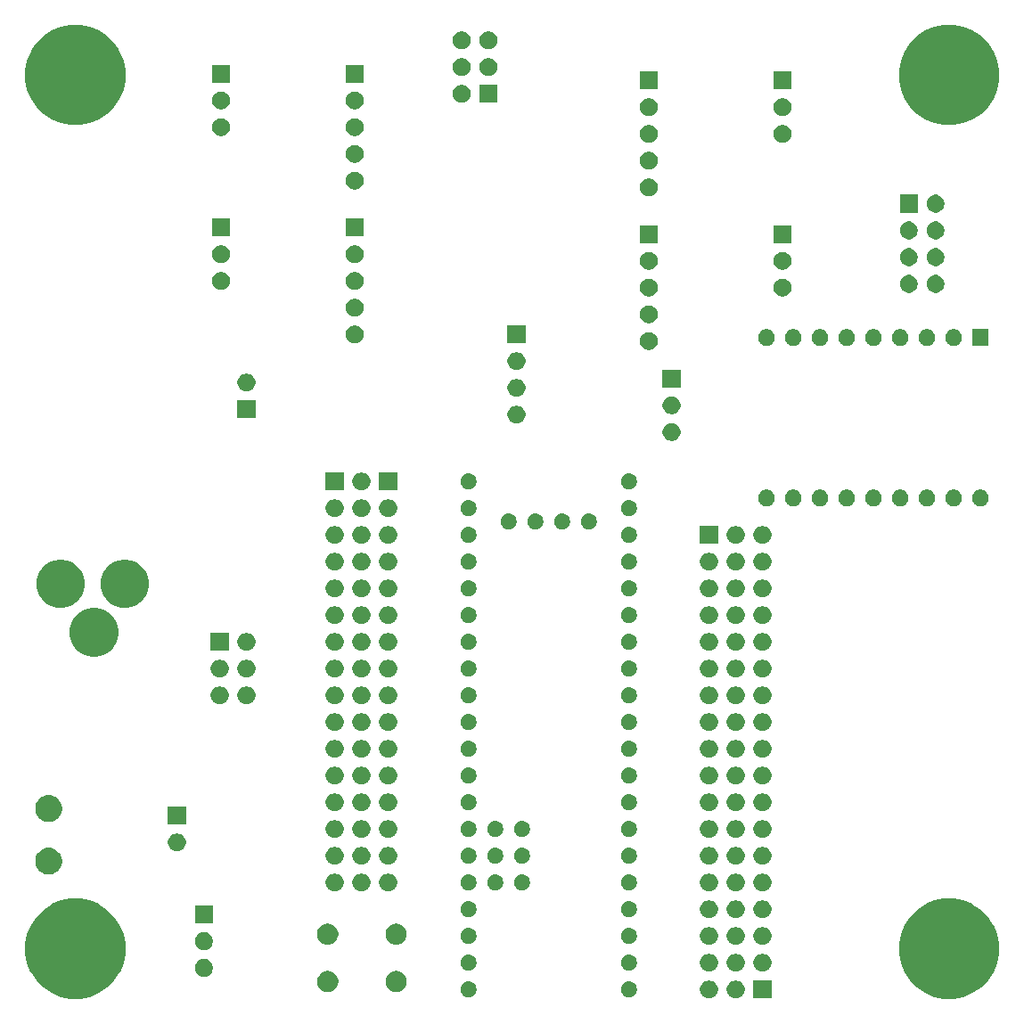
<source format=gbr>
G04 #@! TF.GenerationSoftware,KiCad,Pcbnew,(5.1.5)-3*
G04 #@! TF.CreationDate,2020-02-23T21:35:29-05:00*
G04 #@! TF.ProjectId,Blue-Pill-Board,426c7565-2d50-4696-9c6c-2d426f617264,2*
G04 #@! TF.SameCoordinates,Original*
G04 #@! TF.FileFunction,Soldermask,Bot*
G04 #@! TF.FilePolarity,Negative*
%FSLAX46Y46*%
G04 Gerber Fmt 4.6, Leading zero omitted, Abs format (unit mm)*
G04 Created by KiCad (PCBNEW (5.1.5)-3) date 2020-02-23 21:35:29*
%MOMM*%
%LPD*%
G04 APERTURE LIST*
%ADD10C,0.150000*%
G04 APERTURE END LIST*
D10*
G36*
X17389169Y-94420519D02*
G01*
X18219018Y-94764254D01*
X18255890Y-94779527D01*
X19035917Y-95300724D01*
X19699276Y-95964083D01*
X20205573Y-96721811D01*
X20220474Y-96744112D01*
X20579481Y-97610831D01*
X20762500Y-98530933D01*
X20762500Y-99469067D01*
X20579481Y-100389169D01*
X20237317Y-101215226D01*
X20220473Y-101255890D01*
X19699276Y-102035917D01*
X19035917Y-102699276D01*
X18255890Y-103220473D01*
X18255889Y-103220474D01*
X18255888Y-103220474D01*
X17389169Y-103579481D01*
X16469067Y-103762500D01*
X15530933Y-103762500D01*
X14610831Y-103579481D01*
X13744112Y-103220474D01*
X13744111Y-103220474D01*
X13744110Y-103220473D01*
X12964083Y-102699276D01*
X12300724Y-102035917D01*
X11779527Y-101255890D01*
X11762683Y-101215226D01*
X11420519Y-100389169D01*
X11237500Y-99469067D01*
X11237500Y-98530933D01*
X11420519Y-97610831D01*
X11779526Y-96744112D01*
X11794427Y-96721811D01*
X12300724Y-95964083D01*
X12964083Y-95300724D01*
X13744110Y-94779527D01*
X13780982Y-94764254D01*
X14610831Y-94420519D01*
X15530933Y-94237500D01*
X16469067Y-94237500D01*
X17389169Y-94420519D01*
G37*
G36*
X100389169Y-94420519D02*
G01*
X101219018Y-94764254D01*
X101255890Y-94779527D01*
X102035917Y-95300724D01*
X102699276Y-95964083D01*
X103205573Y-96721811D01*
X103220474Y-96744112D01*
X103579481Y-97610831D01*
X103762500Y-98530933D01*
X103762500Y-99469067D01*
X103579481Y-100389169D01*
X103237317Y-101215226D01*
X103220473Y-101255890D01*
X102699276Y-102035917D01*
X102035917Y-102699276D01*
X101255890Y-103220473D01*
X101255889Y-103220474D01*
X101255888Y-103220474D01*
X100389169Y-103579481D01*
X99469067Y-103762500D01*
X98530933Y-103762500D01*
X97610831Y-103579481D01*
X96744112Y-103220474D01*
X96744111Y-103220474D01*
X96744110Y-103220473D01*
X95964083Y-102699276D01*
X95300724Y-102035917D01*
X94779527Y-101255890D01*
X94762683Y-101215226D01*
X94420519Y-100389169D01*
X94237500Y-99469067D01*
X94237500Y-98530933D01*
X94420519Y-97610831D01*
X94779526Y-96744112D01*
X94794427Y-96721811D01*
X95300724Y-95964083D01*
X95964083Y-95300724D01*
X96744110Y-94779527D01*
X96780982Y-94764254D01*
X97610831Y-94420519D01*
X98530933Y-94237500D01*
X99469067Y-94237500D01*
X100389169Y-94420519D01*
G37*
G36*
X82130000Y-103720000D02*
G01*
X80430000Y-103720000D01*
X80430000Y-102020000D01*
X82130000Y-102020000D01*
X82130000Y-103720000D01*
G37*
G36*
X78987935Y-102052664D02*
G01*
X79121526Y-102108000D01*
X79142626Y-102116740D01*
X79281844Y-102209762D01*
X79400238Y-102328156D01*
X79493260Y-102467374D01*
X79493261Y-102467376D01*
X79557336Y-102622065D01*
X79590000Y-102786281D01*
X79590000Y-102953719D01*
X79557336Y-103117935D01*
X79514863Y-103220473D01*
X79493260Y-103272626D01*
X79400238Y-103411844D01*
X79281844Y-103530238D01*
X79142626Y-103623260D01*
X79142625Y-103623261D01*
X79142624Y-103623261D01*
X78987935Y-103687336D01*
X78823719Y-103720000D01*
X78656281Y-103720000D01*
X78492065Y-103687336D01*
X78337376Y-103623261D01*
X78337375Y-103623261D01*
X78337374Y-103623260D01*
X78198156Y-103530238D01*
X78079762Y-103411844D01*
X77986740Y-103272626D01*
X77965137Y-103220473D01*
X77922664Y-103117935D01*
X77890000Y-102953719D01*
X77890000Y-102786281D01*
X77922664Y-102622065D01*
X77986739Y-102467376D01*
X77986740Y-102467374D01*
X78079762Y-102328156D01*
X78198156Y-102209762D01*
X78337374Y-102116740D01*
X78358474Y-102108000D01*
X78492065Y-102052664D01*
X78656281Y-102020000D01*
X78823719Y-102020000D01*
X78987935Y-102052664D01*
G37*
G36*
X76447935Y-102052664D02*
G01*
X76581526Y-102108000D01*
X76602626Y-102116740D01*
X76741844Y-102209762D01*
X76860238Y-102328156D01*
X76953260Y-102467374D01*
X76953261Y-102467376D01*
X77017336Y-102622065D01*
X77050000Y-102786281D01*
X77050000Y-102953719D01*
X77017336Y-103117935D01*
X76974863Y-103220473D01*
X76953260Y-103272626D01*
X76860238Y-103411844D01*
X76741844Y-103530238D01*
X76602626Y-103623260D01*
X76602625Y-103623261D01*
X76602624Y-103623261D01*
X76447935Y-103687336D01*
X76283719Y-103720000D01*
X76116281Y-103720000D01*
X75952065Y-103687336D01*
X75797376Y-103623261D01*
X75797375Y-103623261D01*
X75797374Y-103623260D01*
X75658156Y-103530238D01*
X75539762Y-103411844D01*
X75446740Y-103272626D01*
X75425137Y-103220473D01*
X75382664Y-103117935D01*
X75350000Y-102953719D01*
X75350000Y-102786281D01*
X75382664Y-102622065D01*
X75446739Y-102467376D01*
X75446740Y-102467374D01*
X75539762Y-102328156D01*
X75658156Y-102209762D01*
X75797374Y-102116740D01*
X75818474Y-102108000D01*
X75952065Y-102052664D01*
X76116281Y-102020000D01*
X76283719Y-102020000D01*
X76447935Y-102052664D01*
G37*
G36*
X68753195Y-102127522D02*
G01*
X68802267Y-102137283D01*
X68940942Y-102194724D01*
X69065747Y-102278116D01*
X69171884Y-102384253D01*
X69255276Y-102509058D01*
X69312717Y-102647733D01*
X69342000Y-102794950D01*
X69342000Y-102945050D01*
X69312717Y-103092267D01*
X69255276Y-103230942D01*
X69171884Y-103355747D01*
X69065747Y-103461884D01*
X68940942Y-103545276D01*
X68802267Y-103602717D01*
X68753195Y-103612478D01*
X68655052Y-103632000D01*
X68504948Y-103632000D01*
X68406805Y-103612478D01*
X68357733Y-103602717D01*
X68219058Y-103545276D01*
X68094253Y-103461884D01*
X67988116Y-103355747D01*
X67904724Y-103230942D01*
X67847283Y-103092267D01*
X67818000Y-102945050D01*
X67818000Y-102794950D01*
X67847283Y-102647733D01*
X67904724Y-102509058D01*
X67988116Y-102384253D01*
X68094253Y-102278116D01*
X68219058Y-102194724D01*
X68357733Y-102137283D01*
X68406805Y-102127522D01*
X68504948Y-102108000D01*
X68655052Y-102108000D01*
X68753195Y-102127522D01*
G37*
G36*
X53513195Y-102127522D02*
G01*
X53562267Y-102137283D01*
X53700942Y-102194724D01*
X53825747Y-102278116D01*
X53931884Y-102384253D01*
X54015276Y-102509058D01*
X54072717Y-102647733D01*
X54102000Y-102794950D01*
X54102000Y-102945050D01*
X54072717Y-103092267D01*
X54015276Y-103230942D01*
X53931884Y-103355747D01*
X53825747Y-103461884D01*
X53700942Y-103545276D01*
X53562267Y-103602717D01*
X53513195Y-103612478D01*
X53415052Y-103632000D01*
X53264948Y-103632000D01*
X53166805Y-103612478D01*
X53117733Y-103602717D01*
X52979058Y-103545276D01*
X52854253Y-103461884D01*
X52748116Y-103355747D01*
X52664724Y-103230942D01*
X52607283Y-103092267D01*
X52578000Y-102945050D01*
X52578000Y-102794950D01*
X52607283Y-102647733D01*
X52664724Y-102509058D01*
X52748116Y-102384253D01*
X52854253Y-102278116D01*
X52979058Y-102194724D01*
X53117733Y-102137283D01*
X53166805Y-102127522D01*
X53264948Y-102108000D01*
X53415052Y-102108000D01*
X53513195Y-102127522D01*
G37*
G36*
X46709290Y-101133619D02*
G01*
X46773689Y-101146429D01*
X46955678Y-101221811D01*
X47119463Y-101331249D01*
X47258751Y-101470537D01*
X47368189Y-101634322D01*
X47443571Y-101816311D01*
X47443571Y-101816312D01*
X47482000Y-102009507D01*
X47482000Y-102206493D01*
X47467753Y-102278116D01*
X47443571Y-102399689D01*
X47368189Y-102581678D01*
X47258751Y-102745463D01*
X47119463Y-102884751D01*
X46955678Y-102994189D01*
X46773689Y-103069571D01*
X46709290Y-103082381D01*
X46580493Y-103108000D01*
X46383507Y-103108000D01*
X46254710Y-103082381D01*
X46190311Y-103069571D01*
X46008322Y-102994189D01*
X45844537Y-102884751D01*
X45705249Y-102745463D01*
X45595811Y-102581678D01*
X45520429Y-102399689D01*
X45496247Y-102278116D01*
X45482000Y-102206493D01*
X45482000Y-102009507D01*
X45520429Y-101816312D01*
X45520429Y-101816311D01*
X45595811Y-101634322D01*
X45705249Y-101470537D01*
X45844537Y-101331249D01*
X46008322Y-101221811D01*
X46190311Y-101146429D01*
X46254710Y-101133619D01*
X46383507Y-101108000D01*
X46580493Y-101108000D01*
X46709290Y-101133619D01*
G37*
G36*
X40209290Y-101133619D02*
G01*
X40273689Y-101146429D01*
X40455678Y-101221811D01*
X40619463Y-101331249D01*
X40758751Y-101470537D01*
X40868189Y-101634322D01*
X40943571Y-101816311D01*
X40943571Y-101816312D01*
X40982000Y-102009507D01*
X40982000Y-102206493D01*
X40967753Y-102278116D01*
X40943571Y-102399689D01*
X40868189Y-102581678D01*
X40758751Y-102745463D01*
X40619463Y-102884751D01*
X40455678Y-102994189D01*
X40273689Y-103069571D01*
X40209290Y-103082381D01*
X40080493Y-103108000D01*
X39883507Y-103108000D01*
X39754710Y-103082381D01*
X39690311Y-103069571D01*
X39508322Y-102994189D01*
X39344537Y-102884751D01*
X39205249Y-102745463D01*
X39095811Y-102581678D01*
X39020429Y-102399689D01*
X38996247Y-102278116D01*
X38982000Y-102206493D01*
X38982000Y-102009507D01*
X39020429Y-101816312D01*
X39020429Y-101816311D01*
X39095811Y-101634322D01*
X39205249Y-101470537D01*
X39344537Y-101331249D01*
X39508322Y-101221811D01*
X39690311Y-101146429D01*
X39754710Y-101133619D01*
X39883507Y-101108000D01*
X40080493Y-101108000D01*
X40209290Y-101133619D01*
G37*
G36*
X28467335Y-99995264D02*
G01*
X28622024Y-100059339D01*
X28622026Y-100059340D01*
X28761244Y-100152362D01*
X28879638Y-100270756D01*
X28958759Y-100389170D01*
X28972661Y-100409976D01*
X29036736Y-100564665D01*
X29069400Y-100728881D01*
X29069400Y-100896319D01*
X29036736Y-101060535D01*
X29017075Y-101108000D01*
X28972660Y-101215226D01*
X28879638Y-101354444D01*
X28761244Y-101472838D01*
X28622026Y-101565860D01*
X28622025Y-101565861D01*
X28622024Y-101565861D01*
X28467335Y-101629936D01*
X28303119Y-101662600D01*
X28135681Y-101662600D01*
X27971465Y-101629936D01*
X27816776Y-101565861D01*
X27816775Y-101565861D01*
X27816774Y-101565860D01*
X27677556Y-101472838D01*
X27559162Y-101354444D01*
X27466140Y-101215226D01*
X27421725Y-101108000D01*
X27402064Y-101060535D01*
X27369400Y-100896319D01*
X27369400Y-100728881D01*
X27402064Y-100564665D01*
X27466139Y-100409976D01*
X27480041Y-100389170D01*
X27559162Y-100270756D01*
X27677556Y-100152362D01*
X27816774Y-100059340D01*
X27816776Y-100059339D01*
X27971465Y-99995264D01*
X28135681Y-99962600D01*
X28303119Y-99962600D01*
X28467335Y-99995264D01*
G37*
G36*
X81527935Y-99512664D02*
G01*
X81661526Y-99568000D01*
X81682626Y-99576740D01*
X81821844Y-99669762D01*
X81940238Y-99788156D01*
X81977721Y-99844254D01*
X82033261Y-99927376D01*
X82097336Y-100082065D01*
X82130000Y-100246281D01*
X82130000Y-100413719D01*
X82097336Y-100577935D01*
X82050527Y-100690941D01*
X82033260Y-100732626D01*
X81940238Y-100871844D01*
X81821844Y-100990238D01*
X81682626Y-101083260D01*
X81682625Y-101083261D01*
X81682624Y-101083261D01*
X81527935Y-101147336D01*
X81363719Y-101180000D01*
X81196281Y-101180000D01*
X81032065Y-101147336D01*
X80877376Y-101083261D01*
X80877375Y-101083261D01*
X80877374Y-101083260D01*
X80738156Y-100990238D01*
X80619762Y-100871844D01*
X80526740Y-100732626D01*
X80509473Y-100690941D01*
X80462664Y-100577935D01*
X80430000Y-100413719D01*
X80430000Y-100246281D01*
X80462664Y-100082065D01*
X80526739Y-99927376D01*
X80582279Y-99844254D01*
X80619762Y-99788156D01*
X80738156Y-99669762D01*
X80877374Y-99576740D01*
X80898474Y-99568000D01*
X81032065Y-99512664D01*
X81196281Y-99480000D01*
X81363719Y-99480000D01*
X81527935Y-99512664D01*
G37*
G36*
X78987935Y-99512664D02*
G01*
X79121526Y-99568000D01*
X79142626Y-99576740D01*
X79281844Y-99669762D01*
X79400238Y-99788156D01*
X79437721Y-99844254D01*
X79493261Y-99927376D01*
X79557336Y-100082065D01*
X79590000Y-100246281D01*
X79590000Y-100413719D01*
X79557336Y-100577935D01*
X79510527Y-100690941D01*
X79493260Y-100732626D01*
X79400238Y-100871844D01*
X79281844Y-100990238D01*
X79142626Y-101083260D01*
X79142625Y-101083261D01*
X79142624Y-101083261D01*
X78987935Y-101147336D01*
X78823719Y-101180000D01*
X78656281Y-101180000D01*
X78492065Y-101147336D01*
X78337376Y-101083261D01*
X78337375Y-101083261D01*
X78337374Y-101083260D01*
X78198156Y-100990238D01*
X78079762Y-100871844D01*
X77986740Y-100732626D01*
X77969473Y-100690941D01*
X77922664Y-100577935D01*
X77890000Y-100413719D01*
X77890000Y-100246281D01*
X77922664Y-100082065D01*
X77986739Y-99927376D01*
X78042279Y-99844254D01*
X78079762Y-99788156D01*
X78198156Y-99669762D01*
X78337374Y-99576740D01*
X78358474Y-99568000D01*
X78492065Y-99512664D01*
X78656281Y-99480000D01*
X78823719Y-99480000D01*
X78987935Y-99512664D01*
G37*
G36*
X76447935Y-99512664D02*
G01*
X76581526Y-99568000D01*
X76602626Y-99576740D01*
X76741844Y-99669762D01*
X76860238Y-99788156D01*
X76897721Y-99844254D01*
X76953261Y-99927376D01*
X77017336Y-100082065D01*
X77050000Y-100246281D01*
X77050000Y-100413719D01*
X77017336Y-100577935D01*
X76970527Y-100690941D01*
X76953260Y-100732626D01*
X76860238Y-100871844D01*
X76741844Y-100990238D01*
X76602626Y-101083260D01*
X76602625Y-101083261D01*
X76602624Y-101083261D01*
X76447935Y-101147336D01*
X76283719Y-101180000D01*
X76116281Y-101180000D01*
X75952065Y-101147336D01*
X75797376Y-101083261D01*
X75797375Y-101083261D01*
X75797374Y-101083260D01*
X75658156Y-100990238D01*
X75539762Y-100871844D01*
X75446740Y-100732626D01*
X75429473Y-100690941D01*
X75382664Y-100577935D01*
X75350000Y-100413719D01*
X75350000Y-100246281D01*
X75382664Y-100082065D01*
X75446739Y-99927376D01*
X75502279Y-99844254D01*
X75539762Y-99788156D01*
X75658156Y-99669762D01*
X75797374Y-99576740D01*
X75818474Y-99568000D01*
X75952065Y-99512664D01*
X76116281Y-99480000D01*
X76283719Y-99480000D01*
X76447935Y-99512664D01*
G37*
G36*
X68753195Y-99587522D02*
G01*
X68802267Y-99597283D01*
X68940942Y-99654724D01*
X69065747Y-99738116D01*
X69171884Y-99844253D01*
X69255276Y-99969058D01*
X69302085Y-100082065D01*
X69312717Y-100107734D01*
X69342000Y-100254948D01*
X69342000Y-100405052D01*
X69340276Y-100413718D01*
X69312717Y-100552267D01*
X69255276Y-100690942D01*
X69171884Y-100815747D01*
X69065747Y-100921884D01*
X68940942Y-101005276D01*
X68802267Y-101062717D01*
X68753195Y-101072478D01*
X68655052Y-101092000D01*
X68504948Y-101092000D01*
X68406805Y-101072478D01*
X68357733Y-101062717D01*
X68219058Y-101005276D01*
X68094253Y-100921884D01*
X67988116Y-100815747D01*
X67904724Y-100690942D01*
X67847283Y-100552267D01*
X67819724Y-100413718D01*
X67818000Y-100405052D01*
X67818000Y-100254948D01*
X67847283Y-100107734D01*
X67857915Y-100082065D01*
X67904724Y-99969058D01*
X67988116Y-99844253D01*
X68094253Y-99738116D01*
X68219058Y-99654724D01*
X68357733Y-99597283D01*
X68406805Y-99587522D01*
X68504948Y-99568000D01*
X68655052Y-99568000D01*
X68753195Y-99587522D01*
G37*
G36*
X53513195Y-99587522D02*
G01*
X53562267Y-99597283D01*
X53700942Y-99654724D01*
X53825747Y-99738116D01*
X53931884Y-99844253D01*
X54015276Y-99969058D01*
X54062085Y-100082065D01*
X54072717Y-100107734D01*
X54102000Y-100254948D01*
X54102000Y-100405052D01*
X54100276Y-100413718D01*
X54072717Y-100552267D01*
X54015276Y-100690942D01*
X53931884Y-100815747D01*
X53825747Y-100921884D01*
X53700942Y-101005276D01*
X53562267Y-101062717D01*
X53513195Y-101072478D01*
X53415052Y-101092000D01*
X53264948Y-101092000D01*
X53166805Y-101072478D01*
X53117733Y-101062717D01*
X52979058Y-101005276D01*
X52854253Y-100921884D01*
X52748116Y-100815747D01*
X52664724Y-100690942D01*
X52607283Y-100552267D01*
X52579724Y-100413718D01*
X52578000Y-100405052D01*
X52578000Y-100254948D01*
X52607283Y-100107734D01*
X52617915Y-100082065D01*
X52664724Y-99969058D01*
X52748116Y-99844253D01*
X52854253Y-99738116D01*
X52979058Y-99654724D01*
X53117733Y-99597283D01*
X53166805Y-99587522D01*
X53264948Y-99568000D01*
X53415052Y-99568000D01*
X53513195Y-99587522D01*
G37*
G36*
X28467335Y-97455264D02*
G01*
X28622024Y-97519339D01*
X28622026Y-97519340D01*
X28761244Y-97612362D01*
X28879638Y-97730756D01*
X28969370Y-97865050D01*
X28972661Y-97869976D01*
X29036736Y-98024665D01*
X29069400Y-98188881D01*
X29069400Y-98356319D01*
X29036736Y-98520535D01*
X29016424Y-98569571D01*
X28972660Y-98675226D01*
X28879638Y-98814444D01*
X28761244Y-98932838D01*
X28622026Y-99025860D01*
X28622025Y-99025861D01*
X28622024Y-99025861D01*
X28467335Y-99089936D01*
X28303119Y-99122600D01*
X28135681Y-99122600D01*
X27971465Y-99089936D01*
X27816776Y-99025861D01*
X27816775Y-99025861D01*
X27816774Y-99025860D01*
X27677556Y-98932838D01*
X27559162Y-98814444D01*
X27466140Y-98675226D01*
X27422376Y-98569571D01*
X27402064Y-98520535D01*
X27369400Y-98356319D01*
X27369400Y-98188881D01*
X27402064Y-98024665D01*
X27466139Y-97869976D01*
X27469430Y-97865050D01*
X27559162Y-97730756D01*
X27677556Y-97612362D01*
X27816774Y-97519340D01*
X27816776Y-97519339D01*
X27971465Y-97455264D01*
X28135681Y-97422600D01*
X28303119Y-97422600D01*
X28467335Y-97455264D01*
G37*
G36*
X76447935Y-96972664D02*
G01*
X76581526Y-97028000D01*
X76602626Y-97036740D01*
X76741844Y-97129762D01*
X76860238Y-97248156D01*
X76897721Y-97304254D01*
X76953261Y-97387376D01*
X77017336Y-97542065D01*
X77050000Y-97706281D01*
X77050000Y-97873719D01*
X77017336Y-98037935D01*
X76970527Y-98150941D01*
X76953260Y-98192626D01*
X76860238Y-98331844D01*
X76741844Y-98450238D01*
X76602626Y-98543260D01*
X76602625Y-98543261D01*
X76602624Y-98543261D01*
X76447935Y-98607336D01*
X76283719Y-98640000D01*
X76116281Y-98640000D01*
X75952065Y-98607336D01*
X75797376Y-98543261D01*
X75797375Y-98543261D01*
X75797374Y-98543260D01*
X75658156Y-98450238D01*
X75539762Y-98331844D01*
X75446740Y-98192626D01*
X75429473Y-98150941D01*
X75382664Y-98037935D01*
X75350000Y-97873719D01*
X75350000Y-97706281D01*
X75382664Y-97542065D01*
X75446739Y-97387376D01*
X75502279Y-97304254D01*
X75539762Y-97248156D01*
X75658156Y-97129762D01*
X75797374Y-97036740D01*
X75818474Y-97028000D01*
X75952065Y-96972664D01*
X76116281Y-96940000D01*
X76283719Y-96940000D01*
X76447935Y-96972664D01*
G37*
G36*
X81527935Y-96972664D02*
G01*
X81661526Y-97028000D01*
X81682626Y-97036740D01*
X81821844Y-97129762D01*
X81940238Y-97248156D01*
X81977721Y-97304254D01*
X82033261Y-97387376D01*
X82097336Y-97542065D01*
X82130000Y-97706281D01*
X82130000Y-97873719D01*
X82097336Y-98037935D01*
X82050527Y-98150941D01*
X82033260Y-98192626D01*
X81940238Y-98331844D01*
X81821844Y-98450238D01*
X81682626Y-98543260D01*
X81682625Y-98543261D01*
X81682624Y-98543261D01*
X81527935Y-98607336D01*
X81363719Y-98640000D01*
X81196281Y-98640000D01*
X81032065Y-98607336D01*
X80877376Y-98543261D01*
X80877375Y-98543261D01*
X80877374Y-98543260D01*
X80738156Y-98450238D01*
X80619762Y-98331844D01*
X80526740Y-98192626D01*
X80509473Y-98150941D01*
X80462664Y-98037935D01*
X80430000Y-97873719D01*
X80430000Y-97706281D01*
X80462664Y-97542065D01*
X80526739Y-97387376D01*
X80582279Y-97304254D01*
X80619762Y-97248156D01*
X80738156Y-97129762D01*
X80877374Y-97036740D01*
X80898474Y-97028000D01*
X81032065Y-96972664D01*
X81196281Y-96940000D01*
X81363719Y-96940000D01*
X81527935Y-96972664D01*
G37*
G36*
X78987935Y-96972664D02*
G01*
X79121526Y-97028000D01*
X79142626Y-97036740D01*
X79281844Y-97129762D01*
X79400238Y-97248156D01*
X79437721Y-97304254D01*
X79493261Y-97387376D01*
X79557336Y-97542065D01*
X79590000Y-97706281D01*
X79590000Y-97873719D01*
X79557336Y-98037935D01*
X79510527Y-98150941D01*
X79493260Y-98192626D01*
X79400238Y-98331844D01*
X79281844Y-98450238D01*
X79142626Y-98543260D01*
X79142625Y-98543261D01*
X79142624Y-98543261D01*
X78987935Y-98607336D01*
X78823719Y-98640000D01*
X78656281Y-98640000D01*
X78492065Y-98607336D01*
X78337376Y-98543261D01*
X78337375Y-98543261D01*
X78337374Y-98543260D01*
X78198156Y-98450238D01*
X78079762Y-98331844D01*
X77986740Y-98192626D01*
X77969473Y-98150941D01*
X77922664Y-98037935D01*
X77890000Y-97873719D01*
X77890000Y-97706281D01*
X77922664Y-97542065D01*
X77986739Y-97387376D01*
X78042279Y-97304254D01*
X78079762Y-97248156D01*
X78198156Y-97129762D01*
X78337374Y-97036740D01*
X78358474Y-97028000D01*
X78492065Y-96972664D01*
X78656281Y-96940000D01*
X78823719Y-96940000D01*
X78987935Y-96972664D01*
G37*
G36*
X46709290Y-96633619D02*
G01*
X46773689Y-96646429D01*
X46955678Y-96721811D01*
X47119463Y-96831249D01*
X47258751Y-96970537D01*
X47368189Y-97134322D01*
X47443571Y-97316311D01*
X47443571Y-97316312D01*
X47482000Y-97509507D01*
X47482000Y-97706493D01*
X47456381Y-97835290D01*
X47443571Y-97899689D01*
X47368189Y-98081678D01*
X47258751Y-98245463D01*
X47119463Y-98384751D01*
X46955678Y-98494189D01*
X46773689Y-98569571D01*
X46709290Y-98582381D01*
X46580493Y-98608000D01*
X46383507Y-98608000D01*
X46254710Y-98582381D01*
X46190311Y-98569571D01*
X46008322Y-98494189D01*
X45844537Y-98384751D01*
X45705249Y-98245463D01*
X45595811Y-98081678D01*
X45520429Y-97899689D01*
X45507619Y-97835290D01*
X45482000Y-97706493D01*
X45482000Y-97509507D01*
X45520429Y-97316312D01*
X45520429Y-97316311D01*
X45595811Y-97134322D01*
X45705249Y-96970537D01*
X45844537Y-96831249D01*
X46008322Y-96721811D01*
X46190311Y-96646429D01*
X46254710Y-96633619D01*
X46383507Y-96608000D01*
X46580493Y-96608000D01*
X46709290Y-96633619D01*
G37*
G36*
X40209290Y-96633619D02*
G01*
X40273689Y-96646429D01*
X40455678Y-96721811D01*
X40619463Y-96831249D01*
X40758751Y-96970537D01*
X40868189Y-97134322D01*
X40943571Y-97316311D01*
X40943571Y-97316312D01*
X40982000Y-97509507D01*
X40982000Y-97706493D01*
X40956381Y-97835290D01*
X40943571Y-97899689D01*
X40868189Y-98081678D01*
X40758751Y-98245463D01*
X40619463Y-98384751D01*
X40455678Y-98494189D01*
X40273689Y-98569571D01*
X40209290Y-98582381D01*
X40080493Y-98608000D01*
X39883507Y-98608000D01*
X39754710Y-98582381D01*
X39690311Y-98569571D01*
X39508322Y-98494189D01*
X39344537Y-98384751D01*
X39205249Y-98245463D01*
X39095811Y-98081678D01*
X39020429Y-97899689D01*
X39007619Y-97835290D01*
X38982000Y-97706493D01*
X38982000Y-97509507D01*
X39020429Y-97316312D01*
X39020429Y-97316311D01*
X39095811Y-97134322D01*
X39205249Y-96970537D01*
X39344537Y-96831249D01*
X39508322Y-96721811D01*
X39690311Y-96646429D01*
X39754710Y-96633619D01*
X39883507Y-96608000D01*
X40080493Y-96608000D01*
X40209290Y-96633619D01*
G37*
G36*
X53513195Y-97047522D02*
G01*
X53562267Y-97057283D01*
X53700942Y-97114724D01*
X53825747Y-97198116D01*
X53931884Y-97304253D01*
X54015276Y-97429058D01*
X54062085Y-97542065D01*
X54072717Y-97567734D01*
X54102000Y-97714948D01*
X54102000Y-97865052D01*
X54100276Y-97873718D01*
X54072717Y-98012267D01*
X54015276Y-98150942D01*
X53931884Y-98275747D01*
X53825747Y-98381884D01*
X53700942Y-98465276D01*
X53562267Y-98522717D01*
X53520962Y-98530933D01*
X53415052Y-98552000D01*
X53264948Y-98552000D01*
X53159038Y-98530933D01*
X53117733Y-98522717D01*
X52979058Y-98465276D01*
X52854253Y-98381884D01*
X52748116Y-98275747D01*
X52664724Y-98150942D01*
X52607283Y-98012267D01*
X52579724Y-97873718D01*
X52578000Y-97865052D01*
X52578000Y-97714948D01*
X52607283Y-97567734D01*
X52617915Y-97542065D01*
X52664724Y-97429058D01*
X52748116Y-97304253D01*
X52854253Y-97198116D01*
X52979058Y-97114724D01*
X53117733Y-97057283D01*
X53166805Y-97047522D01*
X53264948Y-97028000D01*
X53415052Y-97028000D01*
X53513195Y-97047522D01*
G37*
G36*
X68753195Y-97047522D02*
G01*
X68802267Y-97057283D01*
X68940942Y-97114724D01*
X69065747Y-97198116D01*
X69171884Y-97304253D01*
X69255276Y-97429058D01*
X69302085Y-97542065D01*
X69312717Y-97567734D01*
X69342000Y-97714948D01*
X69342000Y-97865052D01*
X69340276Y-97873718D01*
X69312717Y-98012267D01*
X69255276Y-98150942D01*
X69171884Y-98275747D01*
X69065747Y-98381884D01*
X68940942Y-98465276D01*
X68802267Y-98522717D01*
X68760962Y-98530933D01*
X68655052Y-98552000D01*
X68504948Y-98552000D01*
X68399038Y-98530933D01*
X68357733Y-98522717D01*
X68219058Y-98465276D01*
X68094253Y-98381884D01*
X67988116Y-98275747D01*
X67904724Y-98150942D01*
X67847283Y-98012267D01*
X67819724Y-97873718D01*
X67818000Y-97865052D01*
X67818000Y-97714948D01*
X67847283Y-97567734D01*
X67857915Y-97542065D01*
X67904724Y-97429058D01*
X67988116Y-97304253D01*
X68094253Y-97198116D01*
X68219058Y-97114724D01*
X68357733Y-97057283D01*
X68406805Y-97047522D01*
X68504948Y-97028000D01*
X68655052Y-97028000D01*
X68753195Y-97047522D01*
G37*
G36*
X29069400Y-96582600D02*
G01*
X27369400Y-96582600D01*
X27369400Y-94882600D01*
X29069400Y-94882600D01*
X29069400Y-96582600D01*
G37*
G36*
X78987935Y-94432664D02*
G01*
X79121526Y-94488000D01*
X79142626Y-94496740D01*
X79281844Y-94589762D01*
X79400238Y-94708156D01*
X79447926Y-94779527D01*
X79493261Y-94847376D01*
X79557336Y-95002065D01*
X79590000Y-95166281D01*
X79590000Y-95333719D01*
X79557336Y-95497935D01*
X79510527Y-95610941D01*
X79493260Y-95652626D01*
X79400238Y-95791844D01*
X79281844Y-95910238D01*
X79142626Y-96003260D01*
X79142625Y-96003261D01*
X79142624Y-96003261D01*
X78987935Y-96067336D01*
X78823719Y-96100000D01*
X78656281Y-96100000D01*
X78492065Y-96067336D01*
X78337376Y-96003261D01*
X78337375Y-96003261D01*
X78337374Y-96003260D01*
X78198156Y-95910238D01*
X78079762Y-95791844D01*
X77986740Y-95652626D01*
X77969473Y-95610941D01*
X77922664Y-95497935D01*
X77890000Y-95333719D01*
X77890000Y-95166281D01*
X77922664Y-95002065D01*
X77986739Y-94847376D01*
X78032074Y-94779527D01*
X78079762Y-94708156D01*
X78198156Y-94589762D01*
X78337374Y-94496740D01*
X78358474Y-94488000D01*
X78492065Y-94432664D01*
X78656281Y-94400000D01*
X78823719Y-94400000D01*
X78987935Y-94432664D01*
G37*
G36*
X81527935Y-94432664D02*
G01*
X81661526Y-94488000D01*
X81682626Y-94496740D01*
X81821844Y-94589762D01*
X81940238Y-94708156D01*
X81987926Y-94779527D01*
X82033261Y-94847376D01*
X82097336Y-95002065D01*
X82130000Y-95166281D01*
X82130000Y-95333719D01*
X82097336Y-95497935D01*
X82050527Y-95610941D01*
X82033260Y-95652626D01*
X81940238Y-95791844D01*
X81821844Y-95910238D01*
X81682626Y-96003260D01*
X81682625Y-96003261D01*
X81682624Y-96003261D01*
X81527935Y-96067336D01*
X81363719Y-96100000D01*
X81196281Y-96100000D01*
X81032065Y-96067336D01*
X80877376Y-96003261D01*
X80877375Y-96003261D01*
X80877374Y-96003260D01*
X80738156Y-95910238D01*
X80619762Y-95791844D01*
X80526740Y-95652626D01*
X80509473Y-95610941D01*
X80462664Y-95497935D01*
X80430000Y-95333719D01*
X80430000Y-95166281D01*
X80462664Y-95002065D01*
X80526739Y-94847376D01*
X80572074Y-94779527D01*
X80619762Y-94708156D01*
X80738156Y-94589762D01*
X80877374Y-94496740D01*
X80898474Y-94488000D01*
X81032065Y-94432664D01*
X81196281Y-94400000D01*
X81363719Y-94400000D01*
X81527935Y-94432664D01*
G37*
G36*
X76447935Y-94432664D02*
G01*
X76581526Y-94488000D01*
X76602626Y-94496740D01*
X76741844Y-94589762D01*
X76860238Y-94708156D01*
X76907926Y-94779527D01*
X76953261Y-94847376D01*
X77017336Y-95002065D01*
X77050000Y-95166281D01*
X77050000Y-95333719D01*
X77017336Y-95497935D01*
X76970527Y-95610941D01*
X76953260Y-95652626D01*
X76860238Y-95791844D01*
X76741844Y-95910238D01*
X76602626Y-96003260D01*
X76602625Y-96003261D01*
X76602624Y-96003261D01*
X76447935Y-96067336D01*
X76283719Y-96100000D01*
X76116281Y-96100000D01*
X75952065Y-96067336D01*
X75797376Y-96003261D01*
X75797375Y-96003261D01*
X75797374Y-96003260D01*
X75658156Y-95910238D01*
X75539762Y-95791844D01*
X75446740Y-95652626D01*
X75429473Y-95610941D01*
X75382664Y-95497935D01*
X75350000Y-95333719D01*
X75350000Y-95166281D01*
X75382664Y-95002065D01*
X75446739Y-94847376D01*
X75492074Y-94779527D01*
X75539762Y-94708156D01*
X75658156Y-94589762D01*
X75797374Y-94496740D01*
X75818474Y-94488000D01*
X75952065Y-94432664D01*
X76116281Y-94400000D01*
X76283719Y-94400000D01*
X76447935Y-94432664D01*
G37*
G36*
X68753195Y-94507522D02*
G01*
X68802267Y-94517283D01*
X68940942Y-94574724D01*
X69065747Y-94658116D01*
X69171884Y-94764253D01*
X69255276Y-94889058D01*
X69312717Y-95027733D01*
X69342000Y-95174950D01*
X69342000Y-95325050D01*
X69312717Y-95472267D01*
X69255276Y-95610942D01*
X69171884Y-95735747D01*
X69065747Y-95841884D01*
X68940942Y-95925276D01*
X68802267Y-95982717D01*
X68753195Y-95992478D01*
X68655052Y-96012000D01*
X68504948Y-96012000D01*
X68406805Y-95992478D01*
X68357733Y-95982717D01*
X68219058Y-95925276D01*
X68094253Y-95841884D01*
X67988116Y-95735747D01*
X67904724Y-95610942D01*
X67847283Y-95472267D01*
X67818000Y-95325050D01*
X67818000Y-95174950D01*
X67847283Y-95027733D01*
X67904724Y-94889058D01*
X67988116Y-94764253D01*
X68094253Y-94658116D01*
X68219058Y-94574724D01*
X68357733Y-94517283D01*
X68406805Y-94507522D01*
X68504948Y-94488000D01*
X68655052Y-94488000D01*
X68753195Y-94507522D01*
G37*
G36*
X53513195Y-94507522D02*
G01*
X53562267Y-94517283D01*
X53700942Y-94574724D01*
X53825747Y-94658116D01*
X53931884Y-94764253D01*
X54015276Y-94889058D01*
X54072717Y-95027733D01*
X54102000Y-95174950D01*
X54102000Y-95325050D01*
X54072717Y-95472267D01*
X54015276Y-95610942D01*
X53931884Y-95735747D01*
X53825747Y-95841884D01*
X53700942Y-95925276D01*
X53562267Y-95982717D01*
X53513195Y-95992478D01*
X53415052Y-96012000D01*
X53264948Y-96012000D01*
X53166805Y-95992478D01*
X53117733Y-95982717D01*
X52979058Y-95925276D01*
X52854253Y-95841884D01*
X52748116Y-95735747D01*
X52664724Y-95610942D01*
X52607283Y-95472267D01*
X52578000Y-95325050D01*
X52578000Y-95174950D01*
X52607283Y-95027733D01*
X52664724Y-94889058D01*
X52748116Y-94764253D01*
X52854253Y-94658116D01*
X52979058Y-94574724D01*
X53117733Y-94517283D01*
X53166805Y-94507522D01*
X53264948Y-94488000D01*
X53415052Y-94488000D01*
X53513195Y-94507522D01*
G37*
G36*
X43427935Y-91892664D02*
G01*
X43561526Y-91948000D01*
X43582626Y-91956740D01*
X43721844Y-92049762D01*
X43840238Y-92168156D01*
X43877721Y-92224254D01*
X43933261Y-92307376D01*
X43997336Y-92462065D01*
X44030000Y-92626281D01*
X44030000Y-92793719D01*
X43997336Y-92957935D01*
X43950527Y-93070941D01*
X43933260Y-93112626D01*
X43840238Y-93251844D01*
X43721844Y-93370238D01*
X43582626Y-93463260D01*
X43582625Y-93463261D01*
X43582624Y-93463261D01*
X43427935Y-93527336D01*
X43263719Y-93560000D01*
X43096281Y-93560000D01*
X42932065Y-93527336D01*
X42777376Y-93463261D01*
X42777375Y-93463261D01*
X42777374Y-93463260D01*
X42638156Y-93370238D01*
X42519762Y-93251844D01*
X42426740Y-93112626D01*
X42409473Y-93070941D01*
X42362664Y-92957935D01*
X42330000Y-92793719D01*
X42330000Y-92626281D01*
X42362664Y-92462065D01*
X42426739Y-92307376D01*
X42482279Y-92224254D01*
X42519762Y-92168156D01*
X42638156Y-92049762D01*
X42777374Y-91956740D01*
X42798474Y-91948000D01*
X42932065Y-91892664D01*
X43096281Y-91860000D01*
X43263719Y-91860000D01*
X43427935Y-91892664D01*
G37*
G36*
X40887935Y-91892664D02*
G01*
X41021526Y-91948000D01*
X41042626Y-91956740D01*
X41181844Y-92049762D01*
X41300238Y-92168156D01*
X41337721Y-92224254D01*
X41393261Y-92307376D01*
X41457336Y-92462065D01*
X41490000Y-92626281D01*
X41490000Y-92793719D01*
X41457336Y-92957935D01*
X41410527Y-93070941D01*
X41393260Y-93112626D01*
X41300238Y-93251844D01*
X41181844Y-93370238D01*
X41042626Y-93463260D01*
X41042625Y-93463261D01*
X41042624Y-93463261D01*
X40887935Y-93527336D01*
X40723719Y-93560000D01*
X40556281Y-93560000D01*
X40392065Y-93527336D01*
X40237376Y-93463261D01*
X40237375Y-93463261D01*
X40237374Y-93463260D01*
X40098156Y-93370238D01*
X39979762Y-93251844D01*
X39886740Y-93112626D01*
X39869473Y-93070941D01*
X39822664Y-92957935D01*
X39790000Y-92793719D01*
X39790000Y-92626281D01*
X39822664Y-92462065D01*
X39886739Y-92307376D01*
X39942279Y-92224254D01*
X39979762Y-92168156D01*
X40098156Y-92049762D01*
X40237374Y-91956740D01*
X40258474Y-91948000D01*
X40392065Y-91892664D01*
X40556281Y-91860000D01*
X40723719Y-91860000D01*
X40887935Y-91892664D01*
G37*
G36*
X76447935Y-91892664D02*
G01*
X76581526Y-91948000D01*
X76602626Y-91956740D01*
X76741844Y-92049762D01*
X76860238Y-92168156D01*
X76897721Y-92224254D01*
X76953261Y-92307376D01*
X77017336Y-92462065D01*
X77050000Y-92626281D01*
X77050000Y-92793719D01*
X77017336Y-92957935D01*
X76970527Y-93070941D01*
X76953260Y-93112626D01*
X76860238Y-93251844D01*
X76741844Y-93370238D01*
X76602626Y-93463260D01*
X76602625Y-93463261D01*
X76602624Y-93463261D01*
X76447935Y-93527336D01*
X76283719Y-93560000D01*
X76116281Y-93560000D01*
X75952065Y-93527336D01*
X75797376Y-93463261D01*
X75797375Y-93463261D01*
X75797374Y-93463260D01*
X75658156Y-93370238D01*
X75539762Y-93251844D01*
X75446740Y-93112626D01*
X75429473Y-93070941D01*
X75382664Y-92957935D01*
X75350000Y-92793719D01*
X75350000Y-92626281D01*
X75382664Y-92462065D01*
X75446739Y-92307376D01*
X75502279Y-92224254D01*
X75539762Y-92168156D01*
X75658156Y-92049762D01*
X75797374Y-91956740D01*
X75818474Y-91948000D01*
X75952065Y-91892664D01*
X76116281Y-91860000D01*
X76283719Y-91860000D01*
X76447935Y-91892664D01*
G37*
G36*
X81527935Y-91892664D02*
G01*
X81661526Y-91948000D01*
X81682626Y-91956740D01*
X81821844Y-92049762D01*
X81940238Y-92168156D01*
X81977721Y-92224254D01*
X82033261Y-92307376D01*
X82097336Y-92462065D01*
X82130000Y-92626281D01*
X82130000Y-92793719D01*
X82097336Y-92957935D01*
X82050527Y-93070941D01*
X82033260Y-93112626D01*
X81940238Y-93251844D01*
X81821844Y-93370238D01*
X81682626Y-93463260D01*
X81682625Y-93463261D01*
X81682624Y-93463261D01*
X81527935Y-93527336D01*
X81363719Y-93560000D01*
X81196281Y-93560000D01*
X81032065Y-93527336D01*
X80877376Y-93463261D01*
X80877375Y-93463261D01*
X80877374Y-93463260D01*
X80738156Y-93370238D01*
X80619762Y-93251844D01*
X80526740Y-93112626D01*
X80509473Y-93070941D01*
X80462664Y-92957935D01*
X80430000Y-92793719D01*
X80430000Y-92626281D01*
X80462664Y-92462065D01*
X80526739Y-92307376D01*
X80582279Y-92224254D01*
X80619762Y-92168156D01*
X80738156Y-92049762D01*
X80877374Y-91956740D01*
X80898474Y-91948000D01*
X81032065Y-91892664D01*
X81196281Y-91860000D01*
X81363719Y-91860000D01*
X81527935Y-91892664D01*
G37*
G36*
X45967935Y-91892664D02*
G01*
X46101526Y-91948000D01*
X46122626Y-91956740D01*
X46261844Y-92049762D01*
X46380238Y-92168156D01*
X46417721Y-92224254D01*
X46473261Y-92307376D01*
X46537336Y-92462065D01*
X46570000Y-92626281D01*
X46570000Y-92793719D01*
X46537336Y-92957935D01*
X46490527Y-93070941D01*
X46473260Y-93112626D01*
X46380238Y-93251844D01*
X46261844Y-93370238D01*
X46122626Y-93463260D01*
X46122625Y-93463261D01*
X46122624Y-93463261D01*
X45967935Y-93527336D01*
X45803719Y-93560000D01*
X45636281Y-93560000D01*
X45472065Y-93527336D01*
X45317376Y-93463261D01*
X45317375Y-93463261D01*
X45317374Y-93463260D01*
X45178156Y-93370238D01*
X45059762Y-93251844D01*
X44966740Y-93112626D01*
X44949473Y-93070941D01*
X44902664Y-92957935D01*
X44870000Y-92793719D01*
X44870000Y-92626281D01*
X44902664Y-92462065D01*
X44966739Y-92307376D01*
X45022279Y-92224254D01*
X45059762Y-92168156D01*
X45178156Y-92049762D01*
X45317374Y-91956740D01*
X45338474Y-91948000D01*
X45472065Y-91892664D01*
X45636281Y-91860000D01*
X45803719Y-91860000D01*
X45967935Y-91892664D01*
G37*
G36*
X78987935Y-91892664D02*
G01*
X79121526Y-91948000D01*
X79142626Y-91956740D01*
X79281844Y-92049762D01*
X79400238Y-92168156D01*
X79437721Y-92224254D01*
X79493261Y-92307376D01*
X79557336Y-92462065D01*
X79590000Y-92626281D01*
X79590000Y-92793719D01*
X79557336Y-92957935D01*
X79510527Y-93070941D01*
X79493260Y-93112626D01*
X79400238Y-93251844D01*
X79281844Y-93370238D01*
X79142626Y-93463260D01*
X79142625Y-93463261D01*
X79142624Y-93463261D01*
X78987935Y-93527336D01*
X78823719Y-93560000D01*
X78656281Y-93560000D01*
X78492065Y-93527336D01*
X78337376Y-93463261D01*
X78337375Y-93463261D01*
X78337374Y-93463260D01*
X78198156Y-93370238D01*
X78079762Y-93251844D01*
X77986740Y-93112626D01*
X77969473Y-93070941D01*
X77922664Y-92957935D01*
X77890000Y-92793719D01*
X77890000Y-92626281D01*
X77922664Y-92462065D01*
X77986739Y-92307376D01*
X78042279Y-92224254D01*
X78079762Y-92168156D01*
X78198156Y-92049762D01*
X78337374Y-91956740D01*
X78358474Y-91948000D01*
X78492065Y-91892664D01*
X78656281Y-91860000D01*
X78823719Y-91860000D01*
X78987935Y-91892664D01*
G37*
G36*
X56053195Y-91967522D02*
G01*
X56102267Y-91977283D01*
X56240942Y-92034724D01*
X56365747Y-92118116D01*
X56471884Y-92224253D01*
X56555276Y-92349058D01*
X56612717Y-92487733D01*
X56642000Y-92634950D01*
X56642000Y-92785050D01*
X56612717Y-92932267D01*
X56555276Y-93070942D01*
X56471884Y-93195747D01*
X56365747Y-93301884D01*
X56240942Y-93385276D01*
X56102267Y-93442717D01*
X56053195Y-93452478D01*
X55955052Y-93472000D01*
X55804948Y-93472000D01*
X55706805Y-93452478D01*
X55657733Y-93442717D01*
X55519058Y-93385276D01*
X55394253Y-93301884D01*
X55288116Y-93195747D01*
X55204724Y-93070942D01*
X55147283Y-92932267D01*
X55118000Y-92785050D01*
X55118000Y-92634950D01*
X55147283Y-92487733D01*
X55204724Y-92349058D01*
X55288116Y-92224253D01*
X55394253Y-92118116D01*
X55519058Y-92034724D01*
X55657733Y-91977283D01*
X55706805Y-91967522D01*
X55804948Y-91948000D01*
X55955052Y-91948000D01*
X56053195Y-91967522D01*
G37*
G36*
X58593195Y-91967522D02*
G01*
X58642267Y-91977283D01*
X58780942Y-92034724D01*
X58905747Y-92118116D01*
X59011884Y-92224253D01*
X59095276Y-92349058D01*
X59152717Y-92487733D01*
X59182000Y-92634950D01*
X59182000Y-92785050D01*
X59152717Y-92932267D01*
X59095276Y-93070942D01*
X59011884Y-93195747D01*
X58905747Y-93301884D01*
X58780942Y-93385276D01*
X58642267Y-93442717D01*
X58593195Y-93452478D01*
X58495052Y-93472000D01*
X58344948Y-93472000D01*
X58246805Y-93452478D01*
X58197733Y-93442717D01*
X58059058Y-93385276D01*
X57934253Y-93301884D01*
X57828116Y-93195747D01*
X57744724Y-93070942D01*
X57687283Y-92932267D01*
X57658000Y-92785050D01*
X57658000Y-92634950D01*
X57687283Y-92487733D01*
X57744724Y-92349058D01*
X57828116Y-92224253D01*
X57934253Y-92118116D01*
X58059058Y-92034724D01*
X58197733Y-91977283D01*
X58246805Y-91967522D01*
X58344948Y-91948000D01*
X58495052Y-91948000D01*
X58593195Y-91967522D01*
G37*
G36*
X53513195Y-91967522D02*
G01*
X53562267Y-91977283D01*
X53700942Y-92034724D01*
X53825747Y-92118116D01*
X53931884Y-92224253D01*
X54015276Y-92349058D01*
X54072717Y-92487733D01*
X54102000Y-92634950D01*
X54102000Y-92785050D01*
X54072717Y-92932267D01*
X54015276Y-93070942D01*
X53931884Y-93195747D01*
X53825747Y-93301884D01*
X53700942Y-93385276D01*
X53562267Y-93442717D01*
X53513195Y-93452478D01*
X53415052Y-93472000D01*
X53264948Y-93472000D01*
X53166805Y-93452478D01*
X53117733Y-93442717D01*
X52979058Y-93385276D01*
X52854253Y-93301884D01*
X52748116Y-93195747D01*
X52664724Y-93070942D01*
X52607283Y-92932267D01*
X52578000Y-92785050D01*
X52578000Y-92634950D01*
X52607283Y-92487733D01*
X52664724Y-92349058D01*
X52748116Y-92224253D01*
X52854253Y-92118116D01*
X52979058Y-92034724D01*
X53117733Y-91977283D01*
X53166805Y-91967522D01*
X53264948Y-91948000D01*
X53415052Y-91948000D01*
X53513195Y-91967522D01*
G37*
G36*
X68753195Y-91967522D02*
G01*
X68802267Y-91977283D01*
X68940942Y-92034724D01*
X69065747Y-92118116D01*
X69171884Y-92224253D01*
X69255276Y-92349058D01*
X69312717Y-92487733D01*
X69342000Y-92634950D01*
X69342000Y-92785050D01*
X69312717Y-92932267D01*
X69255276Y-93070942D01*
X69171884Y-93195747D01*
X69065747Y-93301884D01*
X68940942Y-93385276D01*
X68802267Y-93442717D01*
X68753195Y-93452478D01*
X68655052Y-93472000D01*
X68504948Y-93472000D01*
X68406805Y-93452478D01*
X68357733Y-93442717D01*
X68219058Y-93385276D01*
X68094253Y-93301884D01*
X67988116Y-93195747D01*
X67904724Y-93070942D01*
X67847283Y-92932267D01*
X67818000Y-92785050D01*
X67818000Y-92634950D01*
X67847283Y-92487733D01*
X67904724Y-92349058D01*
X67988116Y-92224253D01*
X68094253Y-92118116D01*
X68219058Y-92034724D01*
X68357733Y-91977283D01*
X68406805Y-91967522D01*
X68504948Y-91948000D01*
X68655052Y-91948000D01*
X68753195Y-91967522D01*
G37*
G36*
X13709764Y-89432402D02*
G01*
X13832445Y-89456805D01*
X14063571Y-89552541D01*
X14168279Y-89622505D01*
X14271577Y-89691526D01*
X14448474Y-89868423D01*
X14484316Y-89922065D01*
X14587459Y-90076429D01*
X14683195Y-90307555D01*
X14732000Y-90552916D01*
X14732000Y-90803084D01*
X14683195Y-91048445D01*
X14587459Y-91279571D01*
X14448473Y-91487578D01*
X14271578Y-91664473D01*
X14063571Y-91803459D01*
X13832445Y-91899195D01*
X13709764Y-91923598D01*
X13587085Y-91948000D01*
X13336915Y-91948000D01*
X13214236Y-91923598D01*
X13091555Y-91899195D01*
X12860429Y-91803459D01*
X12652422Y-91664473D01*
X12475527Y-91487578D01*
X12336541Y-91279571D01*
X12240805Y-91048445D01*
X12192000Y-90803084D01*
X12192000Y-90552916D01*
X12240805Y-90307555D01*
X12336541Y-90076429D01*
X12439684Y-89922065D01*
X12475526Y-89868423D01*
X12652423Y-89691526D01*
X12755721Y-89622505D01*
X12860429Y-89552541D01*
X13091555Y-89456805D01*
X13214236Y-89432402D01*
X13336915Y-89408000D01*
X13587085Y-89408000D01*
X13709764Y-89432402D01*
G37*
G36*
X40887935Y-89352664D02*
G01*
X41021526Y-89408000D01*
X41042626Y-89416740D01*
X41181844Y-89509762D01*
X41300238Y-89628156D01*
X41381651Y-89750000D01*
X41393261Y-89767376D01*
X41457336Y-89922065D01*
X41490000Y-90086281D01*
X41490000Y-90253719D01*
X41457336Y-90417935D01*
X41410527Y-90530941D01*
X41393260Y-90572626D01*
X41300238Y-90711844D01*
X41181844Y-90830238D01*
X41042626Y-90923260D01*
X41042625Y-90923261D01*
X41042624Y-90923261D01*
X40887935Y-90987336D01*
X40723719Y-91020000D01*
X40556281Y-91020000D01*
X40392065Y-90987336D01*
X40237376Y-90923261D01*
X40237375Y-90923261D01*
X40237374Y-90923260D01*
X40098156Y-90830238D01*
X39979762Y-90711844D01*
X39886740Y-90572626D01*
X39869473Y-90530941D01*
X39822664Y-90417935D01*
X39790000Y-90253719D01*
X39790000Y-90086281D01*
X39822664Y-89922065D01*
X39886739Y-89767376D01*
X39898349Y-89750000D01*
X39979762Y-89628156D01*
X40098156Y-89509762D01*
X40237374Y-89416740D01*
X40258474Y-89408000D01*
X40392065Y-89352664D01*
X40556281Y-89320000D01*
X40723719Y-89320000D01*
X40887935Y-89352664D01*
G37*
G36*
X43427935Y-89352664D02*
G01*
X43561526Y-89408000D01*
X43582626Y-89416740D01*
X43721844Y-89509762D01*
X43840238Y-89628156D01*
X43921651Y-89750000D01*
X43933261Y-89767376D01*
X43997336Y-89922065D01*
X44030000Y-90086281D01*
X44030000Y-90253719D01*
X43997336Y-90417935D01*
X43950527Y-90530941D01*
X43933260Y-90572626D01*
X43840238Y-90711844D01*
X43721844Y-90830238D01*
X43582626Y-90923260D01*
X43582625Y-90923261D01*
X43582624Y-90923261D01*
X43427935Y-90987336D01*
X43263719Y-91020000D01*
X43096281Y-91020000D01*
X42932065Y-90987336D01*
X42777376Y-90923261D01*
X42777375Y-90923261D01*
X42777374Y-90923260D01*
X42638156Y-90830238D01*
X42519762Y-90711844D01*
X42426740Y-90572626D01*
X42409473Y-90530941D01*
X42362664Y-90417935D01*
X42330000Y-90253719D01*
X42330000Y-90086281D01*
X42362664Y-89922065D01*
X42426739Y-89767376D01*
X42438349Y-89750000D01*
X42519762Y-89628156D01*
X42638156Y-89509762D01*
X42777374Y-89416740D01*
X42798474Y-89408000D01*
X42932065Y-89352664D01*
X43096281Y-89320000D01*
X43263719Y-89320000D01*
X43427935Y-89352664D01*
G37*
G36*
X45967935Y-89352664D02*
G01*
X46101526Y-89408000D01*
X46122626Y-89416740D01*
X46261844Y-89509762D01*
X46380238Y-89628156D01*
X46461651Y-89750000D01*
X46473261Y-89767376D01*
X46537336Y-89922065D01*
X46570000Y-90086281D01*
X46570000Y-90253719D01*
X46537336Y-90417935D01*
X46490527Y-90530941D01*
X46473260Y-90572626D01*
X46380238Y-90711844D01*
X46261844Y-90830238D01*
X46122626Y-90923260D01*
X46122625Y-90923261D01*
X46122624Y-90923261D01*
X45967935Y-90987336D01*
X45803719Y-91020000D01*
X45636281Y-91020000D01*
X45472065Y-90987336D01*
X45317376Y-90923261D01*
X45317375Y-90923261D01*
X45317374Y-90923260D01*
X45178156Y-90830238D01*
X45059762Y-90711844D01*
X44966740Y-90572626D01*
X44949473Y-90530941D01*
X44902664Y-90417935D01*
X44870000Y-90253719D01*
X44870000Y-90086281D01*
X44902664Y-89922065D01*
X44966739Y-89767376D01*
X44978349Y-89750000D01*
X45059762Y-89628156D01*
X45178156Y-89509762D01*
X45317374Y-89416740D01*
X45338474Y-89408000D01*
X45472065Y-89352664D01*
X45636281Y-89320000D01*
X45803719Y-89320000D01*
X45967935Y-89352664D01*
G37*
G36*
X76447935Y-89352664D02*
G01*
X76581526Y-89408000D01*
X76602626Y-89416740D01*
X76741844Y-89509762D01*
X76860238Y-89628156D01*
X76941651Y-89750000D01*
X76953261Y-89767376D01*
X77017336Y-89922065D01*
X77050000Y-90086281D01*
X77050000Y-90253719D01*
X77017336Y-90417935D01*
X76970527Y-90530941D01*
X76953260Y-90572626D01*
X76860238Y-90711844D01*
X76741844Y-90830238D01*
X76602626Y-90923260D01*
X76602625Y-90923261D01*
X76602624Y-90923261D01*
X76447935Y-90987336D01*
X76283719Y-91020000D01*
X76116281Y-91020000D01*
X75952065Y-90987336D01*
X75797376Y-90923261D01*
X75797375Y-90923261D01*
X75797374Y-90923260D01*
X75658156Y-90830238D01*
X75539762Y-90711844D01*
X75446740Y-90572626D01*
X75429473Y-90530941D01*
X75382664Y-90417935D01*
X75350000Y-90253719D01*
X75350000Y-90086281D01*
X75382664Y-89922065D01*
X75446739Y-89767376D01*
X75458349Y-89750000D01*
X75539762Y-89628156D01*
X75658156Y-89509762D01*
X75797374Y-89416740D01*
X75818474Y-89408000D01*
X75952065Y-89352664D01*
X76116281Y-89320000D01*
X76283719Y-89320000D01*
X76447935Y-89352664D01*
G37*
G36*
X78987935Y-89352664D02*
G01*
X79121526Y-89408000D01*
X79142626Y-89416740D01*
X79281844Y-89509762D01*
X79400238Y-89628156D01*
X79481651Y-89750000D01*
X79493261Y-89767376D01*
X79557336Y-89922065D01*
X79590000Y-90086281D01*
X79590000Y-90253719D01*
X79557336Y-90417935D01*
X79510527Y-90530941D01*
X79493260Y-90572626D01*
X79400238Y-90711844D01*
X79281844Y-90830238D01*
X79142626Y-90923260D01*
X79142625Y-90923261D01*
X79142624Y-90923261D01*
X78987935Y-90987336D01*
X78823719Y-91020000D01*
X78656281Y-91020000D01*
X78492065Y-90987336D01*
X78337376Y-90923261D01*
X78337375Y-90923261D01*
X78337374Y-90923260D01*
X78198156Y-90830238D01*
X78079762Y-90711844D01*
X77986740Y-90572626D01*
X77969473Y-90530941D01*
X77922664Y-90417935D01*
X77890000Y-90253719D01*
X77890000Y-90086281D01*
X77922664Y-89922065D01*
X77986739Y-89767376D01*
X77998349Y-89750000D01*
X78079762Y-89628156D01*
X78198156Y-89509762D01*
X78337374Y-89416740D01*
X78358474Y-89408000D01*
X78492065Y-89352664D01*
X78656281Y-89320000D01*
X78823719Y-89320000D01*
X78987935Y-89352664D01*
G37*
G36*
X81527935Y-89352664D02*
G01*
X81661526Y-89408000D01*
X81682626Y-89416740D01*
X81821844Y-89509762D01*
X81940238Y-89628156D01*
X82021651Y-89750000D01*
X82033261Y-89767376D01*
X82097336Y-89922065D01*
X82130000Y-90086281D01*
X82130000Y-90253719D01*
X82097336Y-90417935D01*
X82050527Y-90530941D01*
X82033260Y-90572626D01*
X81940238Y-90711844D01*
X81821844Y-90830238D01*
X81682626Y-90923260D01*
X81682625Y-90923261D01*
X81682624Y-90923261D01*
X81527935Y-90987336D01*
X81363719Y-91020000D01*
X81196281Y-91020000D01*
X81032065Y-90987336D01*
X80877376Y-90923261D01*
X80877375Y-90923261D01*
X80877374Y-90923260D01*
X80738156Y-90830238D01*
X80619762Y-90711844D01*
X80526740Y-90572626D01*
X80509473Y-90530941D01*
X80462664Y-90417935D01*
X80430000Y-90253719D01*
X80430000Y-90086281D01*
X80462664Y-89922065D01*
X80526739Y-89767376D01*
X80538349Y-89750000D01*
X80619762Y-89628156D01*
X80738156Y-89509762D01*
X80877374Y-89416740D01*
X80898474Y-89408000D01*
X81032065Y-89352664D01*
X81196281Y-89320000D01*
X81363719Y-89320000D01*
X81527935Y-89352664D01*
G37*
G36*
X68753195Y-89427522D02*
G01*
X68802267Y-89437283D01*
X68940942Y-89494724D01*
X69065747Y-89578116D01*
X69171884Y-89684253D01*
X69255276Y-89809058D01*
X69302085Y-89922065D01*
X69312717Y-89947734D01*
X69338317Y-90076431D01*
X69342000Y-90094950D01*
X69342000Y-90245050D01*
X69312717Y-90392267D01*
X69255276Y-90530942D01*
X69171884Y-90655747D01*
X69065747Y-90761884D01*
X68940942Y-90845276D01*
X68802267Y-90902717D01*
X68753195Y-90912478D01*
X68655052Y-90932000D01*
X68504948Y-90932000D01*
X68406805Y-90912478D01*
X68357733Y-90902717D01*
X68219058Y-90845276D01*
X68094253Y-90761884D01*
X67988116Y-90655747D01*
X67904724Y-90530942D01*
X67847283Y-90392267D01*
X67818000Y-90245050D01*
X67818000Y-90094950D01*
X67821684Y-90076431D01*
X67847283Y-89947734D01*
X67857915Y-89922065D01*
X67904724Y-89809058D01*
X67988116Y-89684253D01*
X68094253Y-89578116D01*
X68219058Y-89494724D01*
X68357733Y-89437283D01*
X68406805Y-89427522D01*
X68504948Y-89408000D01*
X68655052Y-89408000D01*
X68753195Y-89427522D01*
G37*
G36*
X53513195Y-89427522D02*
G01*
X53562267Y-89437283D01*
X53700942Y-89494724D01*
X53825747Y-89578116D01*
X53931884Y-89684253D01*
X54015276Y-89809058D01*
X54062085Y-89922065D01*
X54072717Y-89947734D01*
X54098317Y-90076431D01*
X54102000Y-90094950D01*
X54102000Y-90245050D01*
X54072717Y-90392267D01*
X54015276Y-90530942D01*
X53931884Y-90655747D01*
X53825747Y-90761884D01*
X53700942Y-90845276D01*
X53562267Y-90902717D01*
X53513195Y-90912478D01*
X53415052Y-90932000D01*
X53264948Y-90932000D01*
X53166805Y-90912478D01*
X53117733Y-90902717D01*
X52979058Y-90845276D01*
X52854253Y-90761884D01*
X52748116Y-90655747D01*
X52664724Y-90530942D01*
X52607283Y-90392267D01*
X52578000Y-90245050D01*
X52578000Y-90094950D01*
X52581684Y-90076431D01*
X52607283Y-89947734D01*
X52617915Y-89922065D01*
X52664724Y-89809058D01*
X52748116Y-89684253D01*
X52854253Y-89578116D01*
X52979058Y-89494724D01*
X53117733Y-89437283D01*
X53166805Y-89427522D01*
X53264948Y-89408000D01*
X53415052Y-89408000D01*
X53513195Y-89427522D01*
G37*
G36*
X56053195Y-89427522D02*
G01*
X56102267Y-89437283D01*
X56240942Y-89494724D01*
X56365747Y-89578116D01*
X56471884Y-89684253D01*
X56555276Y-89809058D01*
X56602085Y-89922065D01*
X56612717Y-89947734D01*
X56638317Y-90076431D01*
X56642000Y-90094950D01*
X56642000Y-90245050D01*
X56612717Y-90392267D01*
X56555276Y-90530942D01*
X56471884Y-90655747D01*
X56365747Y-90761884D01*
X56240942Y-90845276D01*
X56102267Y-90902717D01*
X56053195Y-90912478D01*
X55955052Y-90932000D01*
X55804948Y-90932000D01*
X55706805Y-90912478D01*
X55657733Y-90902717D01*
X55519058Y-90845276D01*
X55394253Y-90761884D01*
X55288116Y-90655747D01*
X55204724Y-90530942D01*
X55147283Y-90392267D01*
X55118000Y-90245050D01*
X55118000Y-90094950D01*
X55121684Y-90076431D01*
X55147283Y-89947734D01*
X55157915Y-89922065D01*
X55204724Y-89809058D01*
X55288116Y-89684253D01*
X55394253Y-89578116D01*
X55519058Y-89494724D01*
X55657733Y-89437283D01*
X55706805Y-89427522D01*
X55804948Y-89408000D01*
X55955052Y-89408000D01*
X56053195Y-89427522D01*
G37*
G36*
X58593195Y-89427522D02*
G01*
X58642267Y-89437283D01*
X58780942Y-89494724D01*
X58905747Y-89578116D01*
X59011884Y-89684253D01*
X59095276Y-89809058D01*
X59142085Y-89922065D01*
X59152717Y-89947734D01*
X59178317Y-90076431D01*
X59182000Y-90094950D01*
X59182000Y-90245050D01*
X59152717Y-90392267D01*
X59095276Y-90530942D01*
X59011884Y-90655747D01*
X58905747Y-90761884D01*
X58780942Y-90845276D01*
X58642267Y-90902717D01*
X58593195Y-90912478D01*
X58495052Y-90932000D01*
X58344948Y-90932000D01*
X58246805Y-90912478D01*
X58197733Y-90902717D01*
X58059058Y-90845276D01*
X57934253Y-90761884D01*
X57828116Y-90655747D01*
X57744724Y-90530942D01*
X57687283Y-90392267D01*
X57658000Y-90245050D01*
X57658000Y-90094950D01*
X57661684Y-90076431D01*
X57687283Y-89947734D01*
X57697915Y-89922065D01*
X57744724Y-89809058D01*
X57828116Y-89684253D01*
X57934253Y-89578116D01*
X58059058Y-89494724D01*
X58197733Y-89437283D01*
X58246805Y-89427522D01*
X58344948Y-89408000D01*
X58495052Y-89408000D01*
X58593195Y-89427522D01*
G37*
G36*
X25901935Y-88082664D02*
G01*
X26056624Y-88146739D01*
X26056626Y-88146740D01*
X26195844Y-88239762D01*
X26314238Y-88358156D01*
X26395651Y-88480000D01*
X26407261Y-88497376D01*
X26471336Y-88652065D01*
X26504000Y-88816281D01*
X26504000Y-88983719D01*
X26471336Y-89147935D01*
X26407261Y-89302624D01*
X26407260Y-89302626D01*
X26314238Y-89441844D01*
X26195844Y-89560238D01*
X26056626Y-89653260D01*
X26056625Y-89653261D01*
X26056624Y-89653261D01*
X25901935Y-89717336D01*
X25737719Y-89750000D01*
X25570281Y-89750000D01*
X25406065Y-89717336D01*
X25251376Y-89653261D01*
X25251375Y-89653261D01*
X25251374Y-89653260D01*
X25112156Y-89560238D01*
X24993762Y-89441844D01*
X24900740Y-89302626D01*
X24900739Y-89302624D01*
X24836664Y-89147935D01*
X24804000Y-88983719D01*
X24804000Y-88816281D01*
X24836664Y-88652065D01*
X24900739Y-88497376D01*
X24912349Y-88480000D01*
X24993762Y-88358156D01*
X25112156Y-88239762D01*
X25251374Y-88146740D01*
X25251376Y-88146739D01*
X25406065Y-88082664D01*
X25570281Y-88050000D01*
X25737719Y-88050000D01*
X25901935Y-88082664D01*
G37*
G36*
X43427935Y-86812664D02*
G01*
X43561526Y-86868000D01*
X43582626Y-86876740D01*
X43721844Y-86969762D01*
X43840238Y-87088156D01*
X43877721Y-87144254D01*
X43933261Y-87227376D01*
X43997336Y-87382065D01*
X44030000Y-87546281D01*
X44030000Y-87713719D01*
X43997336Y-87877935D01*
X43950527Y-87990941D01*
X43933260Y-88032626D01*
X43840238Y-88171844D01*
X43721844Y-88290238D01*
X43582626Y-88383260D01*
X43582625Y-88383261D01*
X43582624Y-88383261D01*
X43427935Y-88447336D01*
X43263719Y-88480000D01*
X43096281Y-88480000D01*
X42932065Y-88447336D01*
X42777376Y-88383261D01*
X42777375Y-88383261D01*
X42777374Y-88383260D01*
X42638156Y-88290238D01*
X42519762Y-88171844D01*
X42426740Y-88032626D01*
X42409473Y-87990941D01*
X42362664Y-87877935D01*
X42330000Y-87713719D01*
X42330000Y-87546281D01*
X42362664Y-87382065D01*
X42426739Y-87227376D01*
X42482279Y-87144254D01*
X42519762Y-87088156D01*
X42638156Y-86969762D01*
X42777374Y-86876740D01*
X42798474Y-86868000D01*
X42932065Y-86812664D01*
X43096281Y-86780000D01*
X43263719Y-86780000D01*
X43427935Y-86812664D01*
G37*
G36*
X45967935Y-86812664D02*
G01*
X46101526Y-86868000D01*
X46122626Y-86876740D01*
X46261844Y-86969762D01*
X46380238Y-87088156D01*
X46417721Y-87144254D01*
X46473261Y-87227376D01*
X46537336Y-87382065D01*
X46570000Y-87546281D01*
X46570000Y-87713719D01*
X46537336Y-87877935D01*
X46490527Y-87990941D01*
X46473260Y-88032626D01*
X46380238Y-88171844D01*
X46261844Y-88290238D01*
X46122626Y-88383260D01*
X46122625Y-88383261D01*
X46122624Y-88383261D01*
X45967935Y-88447336D01*
X45803719Y-88480000D01*
X45636281Y-88480000D01*
X45472065Y-88447336D01*
X45317376Y-88383261D01*
X45317375Y-88383261D01*
X45317374Y-88383260D01*
X45178156Y-88290238D01*
X45059762Y-88171844D01*
X44966740Y-88032626D01*
X44949473Y-87990941D01*
X44902664Y-87877935D01*
X44870000Y-87713719D01*
X44870000Y-87546281D01*
X44902664Y-87382065D01*
X44966739Y-87227376D01*
X45022279Y-87144254D01*
X45059762Y-87088156D01*
X45178156Y-86969762D01*
X45317374Y-86876740D01*
X45338474Y-86868000D01*
X45472065Y-86812664D01*
X45636281Y-86780000D01*
X45803719Y-86780000D01*
X45967935Y-86812664D01*
G37*
G36*
X81527935Y-86812664D02*
G01*
X81661526Y-86868000D01*
X81682626Y-86876740D01*
X81821844Y-86969762D01*
X81940238Y-87088156D01*
X81977721Y-87144254D01*
X82033261Y-87227376D01*
X82097336Y-87382065D01*
X82130000Y-87546281D01*
X82130000Y-87713719D01*
X82097336Y-87877935D01*
X82050527Y-87990941D01*
X82033260Y-88032626D01*
X81940238Y-88171844D01*
X81821844Y-88290238D01*
X81682626Y-88383260D01*
X81682625Y-88383261D01*
X81682624Y-88383261D01*
X81527935Y-88447336D01*
X81363719Y-88480000D01*
X81196281Y-88480000D01*
X81032065Y-88447336D01*
X80877376Y-88383261D01*
X80877375Y-88383261D01*
X80877374Y-88383260D01*
X80738156Y-88290238D01*
X80619762Y-88171844D01*
X80526740Y-88032626D01*
X80509473Y-87990941D01*
X80462664Y-87877935D01*
X80430000Y-87713719D01*
X80430000Y-87546281D01*
X80462664Y-87382065D01*
X80526739Y-87227376D01*
X80582279Y-87144254D01*
X80619762Y-87088156D01*
X80738156Y-86969762D01*
X80877374Y-86876740D01*
X80898474Y-86868000D01*
X81032065Y-86812664D01*
X81196281Y-86780000D01*
X81363719Y-86780000D01*
X81527935Y-86812664D01*
G37*
G36*
X78987935Y-86812664D02*
G01*
X79121526Y-86868000D01*
X79142626Y-86876740D01*
X79281844Y-86969762D01*
X79400238Y-87088156D01*
X79437721Y-87144254D01*
X79493261Y-87227376D01*
X79557336Y-87382065D01*
X79590000Y-87546281D01*
X79590000Y-87713719D01*
X79557336Y-87877935D01*
X79510527Y-87990941D01*
X79493260Y-88032626D01*
X79400238Y-88171844D01*
X79281844Y-88290238D01*
X79142626Y-88383260D01*
X79142625Y-88383261D01*
X79142624Y-88383261D01*
X78987935Y-88447336D01*
X78823719Y-88480000D01*
X78656281Y-88480000D01*
X78492065Y-88447336D01*
X78337376Y-88383261D01*
X78337375Y-88383261D01*
X78337374Y-88383260D01*
X78198156Y-88290238D01*
X78079762Y-88171844D01*
X77986740Y-88032626D01*
X77969473Y-87990941D01*
X77922664Y-87877935D01*
X77890000Y-87713719D01*
X77890000Y-87546281D01*
X77922664Y-87382065D01*
X77986739Y-87227376D01*
X78042279Y-87144254D01*
X78079762Y-87088156D01*
X78198156Y-86969762D01*
X78337374Y-86876740D01*
X78358474Y-86868000D01*
X78492065Y-86812664D01*
X78656281Y-86780000D01*
X78823719Y-86780000D01*
X78987935Y-86812664D01*
G37*
G36*
X76447935Y-86812664D02*
G01*
X76581526Y-86868000D01*
X76602626Y-86876740D01*
X76741844Y-86969762D01*
X76860238Y-87088156D01*
X76897721Y-87144254D01*
X76953261Y-87227376D01*
X77017336Y-87382065D01*
X77050000Y-87546281D01*
X77050000Y-87713719D01*
X77017336Y-87877935D01*
X76970527Y-87990941D01*
X76953260Y-88032626D01*
X76860238Y-88171844D01*
X76741844Y-88290238D01*
X76602626Y-88383260D01*
X76602625Y-88383261D01*
X76602624Y-88383261D01*
X76447935Y-88447336D01*
X76283719Y-88480000D01*
X76116281Y-88480000D01*
X75952065Y-88447336D01*
X75797376Y-88383261D01*
X75797375Y-88383261D01*
X75797374Y-88383260D01*
X75658156Y-88290238D01*
X75539762Y-88171844D01*
X75446740Y-88032626D01*
X75429473Y-87990941D01*
X75382664Y-87877935D01*
X75350000Y-87713719D01*
X75350000Y-87546281D01*
X75382664Y-87382065D01*
X75446739Y-87227376D01*
X75502279Y-87144254D01*
X75539762Y-87088156D01*
X75658156Y-86969762D01*
X75797374Y-86876740D01*
X75818474Y-86868000D01*
X75952065Y-86812664D01*
X76116281Y-86780000D01*
X76283719Y-86780000D01*
X76447935Y-86812664D01*
G37*
G36*
X40887935Y-86812664D02*
G01*
X41021526Y-86868000D01*
X41042626Y-86876740D01*
X41181844Y-86969762D01*
X41300238Y-87088156D01*
X41337721Y-87144254D01*
X41393261Y-87227376D01*
X41457336Y-87382065D01*
X41490000Y-87546281D01*
X41490000Y-87713719D01*
X41457336Y-87877935D01*
X41410527Y-87990941D01*
X41393260Y-88032626D01*
X41300238Y-88171844D01*
X41181844Y-88290238D01*
X41042626Y-88383260D01*
X41042625Y-88383261D01*
X41042624Y-88383261D01*
X40887935Y-88447336D01*
X40723719Y-88480000D01*
X40556281Y-88480000D01*
X40392065Y-88447336D01*
X40237376Y-88383261D01*
X40237375Y-88383261D01*
X40237374Y-88383260D01*
X40098156Y-88290238D01*
X39979762Y-88171844D01*
X39886740Y-88032626D01*
X39869473Y-87990941D01*
X39822664Y-87877935D01*
X39790000Y-87713719D01*
X39790000Y-87546281D01*
X39822664Y-87382065D01*
X39886739Y-87227376D01*
X39942279Y-87144254D01*
X39979762Y-87088156D01*
X40098156Y-86969762D01*
X40237374Y-86876740D01*
X40258474Y-86868000D01*
X40392065Y-86812664D01*
X40556281Y-86780000D01*
X40723719Y-86780000D01*
X40887935Y-86812664D01*
G37*
G36*
X53513195Y-86887522D02*
G01*
X53562267Y-86897283D01*
X53700942Y-86954724D01*
X53825747Y-87038116D01*
X53931884Y-87144253D01*
X54015276Y-87269058D01*
X54072717Y-87407733D01*
X54102000Y-87554950D01*
X54102000Y-87705050D01*
X54072717Y-87852267D01*
X54015276Y-87990942D01*
X53931884Y-88115747D01*
X53825747Y-88221884D01*
X53700942Y-88305276D01*
X53562267Y-88362717D01*
X53513195Y-88372478D01*
X53415052Y-88392000D01*
X53264948Y-88392000D01*
X53166805Y-88372478D01*
X53117733Y-88362717D01*
X52979058Y-88305276D01*
X52854253Y-88221884D01*
X52748116Y-88115747D01*
X52664724Y-87990942D01*
X52607283Y-87852267D01*
X52578000Y-87705050D01*
X52578000Y-87554950D01*
X52607283Y-87407733D01*
X52664724Y-87269058D01*
X52748116Y-87144253D01*
X52854253Y-87038116D01*
X52979058Y-86954724D01*
X53117733Y-86897283D01*
X53166805Y-86887522D01*
X53264948Y-86868000D01*
X53415052Y-86868000D01*
X53513195Y-86887522D01*
G37*
G36*
X68753195Y-86887522D02*
G01*
X68802267Y-86897283D01*
X68940942Y-86954724D01*
X69065747Y-87038116D01*
X69171884Y-87144253D01*
X69255276Y-87269058D01*
X69312717Y-87407733D01*
X69342000Y-87554950D01*
X69342000Y-87705050D01*
X69312717Y-87852267D01*
X69255276Y-87990942D01*
X69171884Y-88115747D01*
X69065747Y-88221884D01*
X68940942Y-88305276D01*
X68802267Y-88362717D01*
X68753195Y-88372478D01*
X68655052Y-88392000D01*
X68504948Y-88392000D01*
X68406805Y-88372478D01*
X68357733Y-88362717D01*
X68219058Y-88305276D01*
X68094253Y-88221884D01*
X67988116Y-88115747D01*
X67904724Y-87990942D01*
X67847283Y-87852267D01*
X67818000Y-87705050D01*
X67818000Y-87554950D01*
X67847283Y-87407733D01*
X67904724Y-87269058D01*
X67988116Y-87144253D01*
X68094253Y-87038116D01*
X68219058Y-86954724D01*
X68357733Y-86897283D01*
X68406805Y-86887522D01*
X68504948Y-86868000D01*
X68655052Y-86868000D01*
X68753195Y-86887522D01*
G37*
G36*
X58593195Y-86887522D02*
G01*
X58642267Y-86897283D01*
X58780942Y-86954724D01*
X58905747Y-87038116D01*
X59011884Y-87144253D01*
X59095276Y-87269058D01*
X59152717Y-87407733D01*
X59182000Y-87554950D01*
X59182000Y-87705050D01*
X59152717Y-87852267D01*
X59095276Y-87990942D01*
X59011884Y-88115747D01*
X58905747Y-88221884D01*
X58780942Y-88305276D01*
X58642267Y-88362717D01*
X58593195Y-88372478D01*
X58495052Y-88392000D01*
X58344948Y-88392000D01*
X58246805Y-88372478D01*
X58197733Y-88362717D01*
X58059058Y-88305276D01*
X57934253Y-88221884D01*
X57828116Y-88115747D01*
X57744724Y-87990942D01*
X57687283Y-87852267D01*
X57658000Y-87705050D01*
X57658000Y-87554950D01*
X57687283Y-87407733D01*
X57744724Y-87269058D01*
X57828116Y-87144253D01*
X57934253Y-87038116D01*
X58059058Y-86954724D01*
X58197733Y-86897283D01*
X58246805Y-86887522D01*
X58344948Y-86868000D01*
X58495052Y-86868000D01*
X58593195Y-86887522D01*
G37*
G36*
X56053195Y-86887522D02*
G01*
X56102267Y-86897283D01*
X56240942Y-86954724D01*
X56365747Y-87038116D01*
X56471884Y-87144253D01*
X56555276Y-87269058D01*
X56612717Y-87407733D01*
X56642000Y-87554950D01*
X56642000Y-87705050D01*
X56612717Y-87852267D01*
X56555276Y-87990942D01*
X56471884Y-88115747D01*
X56365747Y-88221884D01*
X56240942Y-88305276D01*
X56102267Y-88362717D01*
X56053195Y-88372478D01*
X55955052Y-88392000D01*
X55804948Y-88392000D01*
X55706805Y-88372478D01*
X55657733Y-88362717D01*
X55519058Y-88305276D01*
X55394253Y-88221884D01*
X55288116Y-88115747D01*
X55204724Y-87990942D01*
X55147283Y-87852267D01*
X55118000Y-87705050D01*
X55118000Y-87554950D01*
X55147283Y-87407733D01*
X55204724Y-87269058D01*
X55288116Y-87144253D01*
X55394253Y-87038116D01*
X55519058Y-86954724D01*
X55657733Y-86897283D01*
X55706805Y-86887522D01*
X55804948Y-86868000D01*
X55955052Y-86868000D01*
X56053195Y-86887522D01*
G37*
G36*
X26504000Y-87210000D02*
G01*
X24804000Y-87210000D01*
X24804000Y-85510000D01*
X26504000Y-85510000D01*
X26504000Y-87210000D01*
G37*
G36*
X13696490Y-84429762D02*
G01*
X13832445Y-84456805D01*
X14063571Y-84552541D01*
X14271578Y-84691527D01*
X14448473Y-84868422D01*
X14587459Y-85076429D01*
X14683195Y-85307555D01*
X14732000Y-85552916D01*
X14732000Y-85803084D01*
X14683195Y-86048445D01*
X14587459Y-86279571D01*
X14448473Y-86487578D01*
X14271578Y-86664473D01*
X14063571Y-86803459D01*
X14063570Y-86803460D01*
X14063569Y-86803460D01*
X14041346Y-86812665D01*
X13832445Y-86899195D01*
X13709765Y-86923597D01*
X13587085Y-86948000D01*
X13336915Y-86948000D01*
X13214235Y-86923597D01*
X13091555Y-86899195D01*
X12882654Y-86812665D01*
X12860431Y-86803460D01*
X12860430Y-86803460D01*
X12860429Y-86803459D01*
X12652422Y-86664473D01*
X12475527Y-86487578D01*
X12336541Y-86279571D01*
X12240805Y-86048445D01*
X12192000Y-85803084D01*
X12192000Y-85552916D01*
X12240805Y-85307555D01*
X12336541Y-85076429D01*
X12475527Y-84868422D01*
X12652422Y-84691527D01*
X12860429Y-84552541D01*
X13091555Y-84456805D01*
X13227510Y-84429762D01*
X13336915Y-84408000D01*
X13587085Y-84408000D01*
X13696490Y-84429762D01*
G37*
G36*
X81527935Y-84272664D02*
G01*
X81661526Y-84328000D01*
X81682626Y-84336740D01*
X81821844Y-84429762D01*
X81940238Y-84548156D01*
X81977721Y-84604254D01*
X82033261Y-84687376D01*
X82097336Y-84842065D01*
X82130000Y-85006281D01*
X82130000Y-85173719D01*
X82097336Y-85337935D01*
X82050527Y-85450941D01*
X82033260Y-85492626D01*
X81940238Y-85631844D01*
X81821844Y-85750238D01*
X81682626Y-85843260D01*
X81682625Y-85843261D01*
X81682624Y-85843261D01*
X81527935Y-85907336D01*
X81363719Y-85940000D01*
X81196281Y-85940000D01*
X81032065Y-85907336D01*
X80877376Y-85843261D01*
X80877375Y-85843261D01*
X80877374Y-85843260D01*
X80738156Y-85750238D01*
X80619762Y-85631844D01*
X80526740Y-85492626D01*
X80509473Y-85450941D01*
X80462664Y-85337935D01*
X80430000Y-85173719D01*
X80430000Y-85006281D01*
X80462664Y-84842065D01*
X80526739Y-84687376D01*
X80582279Y-84604254D01*
X80619762Y-84548156D01*
X80738156Y-84429762D01*
X80877374Y-84336740D01*
X80898474Y-84328000D01*
X81032065Y-84272664D01*
X81196281Y-84240000D01*
X81363719Y-84240000D01*
X81527935Y-84272664D01*
G37*
G36*
X78987935Y-84272664D02*
G01*
X79121526Y-84328000D01*
X79142626Y-84336740D01*
X79281844Y-84429762D01*
X79400238Y-84548156D01*
X79437721Y-84604254D01*
X79493261Y-84687376D01*
X79557336Y-84842065D01*
X79590000Y-85006281D01*
X79590000Y-85173719D01*
X79557336Y-85337935D01*
X79510527Y-85450941D01*
X79493260Y-85492626D01*
X79400238Y-85631844D01*
X79281844Y-85750238D01*
X79142626Y-85843260D01*
X79142625Y-85843261D01*
X79142624Y-85843261D01*
X78987935Y-85907336D01*
X78823719Y-85940000D01*
X78656281Y-85940000D01*
X78492065Y-85907336D01*
X78337376Y-85843261D01*
X78337375Y-85843261D01*
X78337374Y-85843260D01*
X78198156Y-85750238D01*
X78079762Y-85631844D01*
X77986740Y-85492626D01*
X77969473Y-85450941D01*
X77922664Y-85337935D01*
X77890000Y-85173719D01*
X77890000Y-85006281D01*
X77922664Y-84842065D01*
X77986739Y-84687376D01*
X78042279Y-84604254D01*
X78079762Y-84548156D01*
X78198156Y-84429762D01*
X78337374Y-84336740D01*
X78358474Y-84328000D01*
X78492065Y-84272664D01*
X78656281Y-84240000D01*
X78823719Y-84240000D01*
X78987935Y-84272664D01*
G37*
G36*
X76447935Y-84272664D02*
G01*
X76581526Y-84328000D01*
X76602626Y-84336740D01*
X76741844Y-84429762D01*
X76860238Y-84548156D01*
X76897721Y-84604254D01*
X76953261Y-84687376D01*
X77017336Y-84842065D01*
X77050000Y-85006281D01*
X77050000Y-85173719D01*
X77017336Y-85337935D01*
X76970527Y-85450941D01*
X76953260Y-85492626D01*
X76860238Y-85631844D01*
X76741844Y-85750238D01*
X76602626Y-85843260D01*
X76602625Y-85843261D01*
X76602624Y-85843261D01*
X76447935Y-85907336D01*
X76283719Y-85940000D01*
X76116281Y-85940000D01*
X75952065Y-85907336D01*
X75797376Y-85843261D01*
X75797375Y-85843261D01*
X75797374Y-85843260D01*
X75658156Y-85750238D01*
X75539762Y-85631844D01*
X75446740Y-85492626D01*
X75429473Y-85450941D01*
X75382664Y-85337935D01*
X75350000Y-85173719D01*
X75350000Y-85006281D01*
X75382664Y-84842065D01*
X75446739Y-84687376D01*
X75502279Y-84604254D01*
X75539762Y-84548156D01*
X75658156Y-84429762D01*
X75797374Y-84336740D01*
X75818474Y-84328000D01*
X75952065Y-84272664D01*
X76116281Y-84240000D01*
X76283719Y-84240000D01*
X76447935Y-84272664D01*
G37*
G36*
X40887935Y-84272664D02*
G01*
X41021526Y-84328000D01*
X41042626Y-84336740D01*
X41181844Y-84429762D01*
X41300238Y-84548156D01*
X41337721Y-84604254D01*
X41393261Y-84687376D01*
X41457336Y-84842065D01*
X41490000Y-85006281D01*
X41490000Y-85173719D01*
X41457336Y-85337935D01*
X41410527Y-85450941D01*
X41393260Y-85492626D01*
X41300238Y-85631844D01*
X41181844Y-85750238D01*
X41042626Y-85843260D01*
X41042625Y-85843261D01*
X41042624Y-85843261D01*
X40887935Y-85907336D01*
X40723719Y-85940000D01*
X40556281Y-85940000D01*
X40392065Y-85907336D01*
X40237376Y-85843261D01*
X40237375Y-85843261D01*
X40237374Y-85843260D01*
X40098156Y-85750238D01*
X39979762Y-85631844D01*
X39886740Y-85492626D01*
X39869473Y-85450941D01*
X39822664Y-85337935D01*
X39790000Y-85173719D01*
X39790000Y-85006281D01*
X39822664Y-84842065D01*
X39886739Y-84687376D01*
X39942279Y-84604254D01*
X39979762Y-84548156D01*
X40098156Y-84429762D01*
X40237374Y-84336740D01*
X40258474Y-84328000D01*
X40392065Y-84272664D01*
X40556281Y-84240000D01*
X40723719Y-84240000D01*
X40887935Y-84272664D01*
G37*
G36*
X43427935Y-84272664D02*
G01*
X43561526Y-84328000D01*
X43582626Y-84336740D01*
X43721844Y-84429762D01*
X43840238Y-84548156D01*
X43877721Y-84604254D01*
X43933261Y-84687376D01*
X43997336Y-84842065D01*
X44030000Y-85006281D01*
X44030000Y-85173719D01*
X43997336Y-85337935D01*
X43950527Y-85450941D01*
X43933260Y-85492626D01*
X43840238Y-85631844D01*
X43721844Y-85750238D01*
X43582626Y-85843260D01*
X43582625Y-85843261D01*
X43582624Y-85843261D01*
X43427935Y-85907336D01*
X43263719Y-85940000D01*
X43096281Y-85940000D01*
X42932065Y-85907336D01*
X42777376Y-85843261D01*
X42777375Y-85843261D01*
X42777374Y-85843260D01*
X42638156Y-85750238D01*
X42519762Y-85631844D01*
X42426740Y-85492626D01*
X42409473Y-85450941D01*
X42362664Y-85337935D01*
X42330000Y-85173719D01*
X42330000Y-85006281D01*
X42362664Y-84842065D01*
X42426739Y-84687376D01*
X42482279Y-84604254D01*
X42519762Y-84548156D01*
X42638156Y-84429762D01*
X42777374Y-84336740D01*
X42798474Y-84328000D01*
X42932065Y-84272664D01*
X43096281Y-84240000D01*
X43263719Y-84240000D01*
X43427935Y-84272664D01*
G37*
G36*
X45967935Y-84272664D02*
G01*
X46101526Y-84328000D01*
X46122626Y-84336740D01*
X46261844Y-84429762D01*
X46380238Y-84548156D01*
X46417721Y-84604254D01*
X46473261Y-84687376D01*
X46537336Y-84842065D01*
X46570000Y-85006281D01*
X46570000Y-85173719D01*
X46537336Y-85337935D01*
X46490527Y-85450941D01*
X46473260Y-85492626D01*
X46380238Y-85631844D01*
X46261844Y-85750238D01*
X46122626Y-85843260D01*
X46122625Y-85843261D01*
X46122624Y-85843261D01*
X45967935Y-85907336D01*
X45803719Y-85940000D01*
X45636281Y-85940000D01*
X45472065Y-85907336D01*
X45317376Y-85843261D01*
X45317375Y-85843261D01*
X45317374Y-85843260D01*
X45178156Y-85750238D01*
X45059762Y-85631844D01*
X44966740Y-85492626D01*
X44949473Y-85450941D01*
X44902664Y-85337935D01*
X44870000Y-85173719D01*
X44870000Y-85006281D01*
X44902664Y-84842065D01*
X44966739Y-84687376D01*
X45022279Y-84604254D01*
X45059762Y-84548156D01*
X45178156Y-84429762D01*
X45317374Y-84336740D01*
X45338474Y-84328000D01*
X45472065Y-84272664D01*
X45636281Y-84240000D01*
X45803719Y-84240000D01*
X45967935Y-84272664D01*
G37*
G36*
X68753195Y-84347522D02*
G01*
X68802267Y-84357283D01*
X68940942Y-84414724D01*
X69065747Y-84498116D01*
X69171884Y-84604253D01*
X69255276Y-84729058D01*
X69312717Y-84867733D01*
X69342000Y-85014950D01*
X69342000Y-85165050D01*
X69312717Y-85312267D01*
X69255276Y-85450942D01*
X69171884Y-85575747D01*
X69065747Y-85681884D01*
X68940942Y-85765276D01*
X68802267Y-85822717D01*
X68753195Y-85832478D01*
X68655052Y-85852000D01*
X68504948Y-85852000D01*
X68406805Y-85832478D01*
X68357733Y-85822717D01*
X68219058Y-85765276D01*
X68094253Y-85681884D01*
X67988116Y-85575747D01*
X67904724Y-85450942D01*
X67847283Y-85312267D01*
X67818000Y-85165050D01*
X67818000Y-85014950D01*
X67847283Y-84867733D01*
X67904724Y-84729058D01*
X67988116Y-84604253D01*
X68094253Y-84498116D01*
X68219058Y-84414724D01*
X68357733Y-84357283D01*
X68406805Y-84347522D01*
X68504948Y-84328000D01*
X68655052Y-84328000D01*
X68753195Y-84347522D01*
G37*
G36*
X53513195Y-84347522D02*
G01*
X53562267Y-84357283D01*
X53700942Y-84414724D01*
X53825747Y-84498116D01*
X53931884Y-84604253D01*
X54015276Y-84729058D01*
X54072717Y-84867733D01*
X54102000Y-85014950D01*
X54102000Y-85165050D01*
X54072717Y-85312267D01*
X54015276Y-85450942D01*
X53931884Y-85575747D01*
X53825747Y-85681884D01*
X53700942Y-85765276D01*
X53562267Y-85822717D01*
X53513195Y-85832478D01*
X53415052Y-85852000D01*
X53264948Y-85852000D01*
X53166805Y-85832478D01*
X53117733Y-85822717D01*
X52979058Y-85765276D01*
X52854253Y-85681884D01*
X52748116Y-85575747D01*
X52664724Y-85450942D01*
X52607283Y-85312267D01*
X52578000Y-85165050D01*
X52578000Y-85014950D01*
X52607283Y-84867733D01*
X52664724Y-84729058D01*
X52748116Y-84604253D01*
X52854253Y-84498116D01*
X52979058Y-84414724D01*
X53117733Y-84357283D01*
X53166805Y-84347522D01*
X53264948Y-84328000D01*
X53415052Y-84328000D01*
X53513195Y-84347522D01*
G37*
G36*
X45967935Y-81732664D02*
G01*
X46101526Y-81788000D01*
X46122626Y-81796740D01*
X46261844Y-81889762D01*
X46380238Y-82008156D01*
X46417721Y-82064254D01*
X46473261Y-82147376D01*
X46537336Y-82302065D01*
X46570000Y-82466281D01*
X46570000Y-82633719D01*
X46537336Y-82797935D01*
X46490527Y-82910941D01*
X46473260Y-82952626D01*
X46380238Y-83091844D01*
X46261844Y-83210238D01*
X46122626Y-83303260D01*
X46122625Y-83303261D01*
X46122624Y-83303261D01*
X45967935Y-83367336D01*
X45803719Y-83400000D01*
X45636281Y-83400000D01*
X45472065Y-83367336D01*
X45317376Y-83303261D01*
X45317375Y-83303261D01*
X45317374Y-83303260D01*
X45178156Y-83210238D01*
X45059762Y-83091844D01*
X44966740Y-82952626D01*
X44949473Y-82910941D01*
X44902664Y-82797935D01*
X44870000Y-82633719D01*
X44870000Y-82466281D01*
X44902664Y-82302065D01*
X44966739Y-82147376D01*
X45022279Y-82064254D01*
X45059762Y-82008156D01*
X45178156Y-81889762D01*
X45317374Y-81796740D01*
X45338474Y-81788000D01*
X45472065Y-81732664D01*
X45636281Y-81700000D01*
X45803719Y-81700000D01*
X45967935Y-81732664D01*
G37*
G36*
X40887935Y-81732664D02*
G01*
X41021526Y-81788000D01*
X41042626Y-81796740D01*
X41181844Y-81889762D01*
X41300238Y-82008156D01*
X41337721Y-82064254D01*
X41393261Y-82147376D01*
X41457336Y-82302065D01*
X41490000Y-82466281D01*
X41490000Y-82633719D01*
X41457336Y-82797935D01*
X41410527Y-82910941D01*
X41393260Y-82952626D01*
X41300238Y-83091844D01*
X41181844Y-83210238D01*
X41042626Y-83303260D01*
X41042625Y-83303261D01*
X41042624Y-83303261D01*
X40887935Y-83367336D01*
X40723719Y-83400000D01*
X40556281Y-83400000D01*
X40392065Y-83367336D01*
X40237376Y-83303261D01*
X40237375Y-83303261D01*
X40237374Y-83303260D01*
X40098156Y-83210238D01*
X39979762Y-83091844D01*
X39886740Y-82952626D01*
X39869473Y-82910941D01*
X39822664Y-82797935D01*
X39790000Y-82633719D01*
X39790000Y-82466281D01*
X39822664Y-82302065D01*
X39886739Y-82147376D01*
X39942279Y-82064254D01*
X39979762Y-82008156D01*
X40098156Y-81889762D01*
X40237374Y-81796740D01*
X40258474Y-81788000D01*
X40392065Y-81732664D01*
X40556281Y-81700000D01*
X40723719Y-81700000D01*
X40887935Y-81732664D01*
G37*
G36*
X43427935Y-81732664D02*
G01*
X43561526Y-81788000D01*
X43582626Y-81796740D01*
X43721844Y-81889762D01*
X43840238Y-82008156D01*
X43877721Y-82064254D01*
X43933261Y-82147376D01*
X43997336Y-82302065D01*
X44030000Y-82466281D01*
X44030000Y-82633719D01*
X43997336Y-82797935D01*
X43950527Y-82910941D01*
X43933260Y-82952626D01*
X43840238Y-83091844D01*
X43721844Y-83210238D01*
X43582626Y-83303260D01*
X43582625Y-83303261D01*
X43582624Y-83303261D01*
X43427935Y-83367336D01*
X43263719Y-83400000D01*
X43096281Y-83400000D01*
X42932065Y-83367336D01*
X42777376Y-83303261D01*
X42777375Y-83303261D01*
X42777374Y-83303260D01*
X42638156Y-83210238D01*
X42519762Y-83091844D01*
X42426740Y-82952626D01*
X42409473Y-82910941D01*
X42362664Y-82797935D01*
X42330000Y-82633719D01*
X42330000Y-82466281D01*
X42362664Y-82302065D01*
X42426739Y-82147376D01*
X42482279Y-82064254D01*
X42519762Y-82008156D01*
X42638156Y-81889762D01*
X42777374Y-81796740D01*
X42798474Y-81788000D01*
X42932065Y-81732664D01*
X43096281Y-81700000D01*
X43263719Y-81700000D01*
X43427935Y-81732664D01*
G37*
G36*
X76447935Y-81732664D02*
G01*
X76581526Y-81788000D01*
X76602626Y-81796740D01*
X76741844Y-81889762D01*
X76860238Y-82008156D01*
X76897721Y-82064254D01*
X76953261Y-82147376D01*
X77017336Y-82302065D01*
X77050000Y-82466281D01*
X77050000Y-82633719D01*
X77017336Y-82797935D01*
X76970527Y-82910941D01*
X76953260Y-82952626D01*
X76860238Y-83091844D01*
X76741844Y-83210238D01*
X76602626Y-83303260D01*
X76602625Y-83303261D01*
X76602624Y-83303261D01*
X76447935Y-83367336D01*
X76283719Y-83400000D01*
X76116281Y-83400000D01*
X75952065Y-83367336D01*
X75797376Y-83303261D01*
X75797375Y-83303261D01*
X75797374Y-83303260D01*
X75658156Y-83210238D01*
X75539762Y-83091844D01*
X75446740Y-82952626D01*
X75429473Y-82910941D01*
X75382664Y-82797935D01*
X75350000Y-82633719D01*
X75350000Y-82466281D01*
X75382664Y-82302065D01*
X75446739Y-82147376D01*
X75502279Y-82064254D01*
X75539762Y-82008156D01*
X75658156Y-81889762D01*
X75797374Y-81796740D01*
X75818474Y-81788000D01*
X75952065Y-81732664D01*
X76116281Y-81700000D01*
X76283719Y-81700000D01*
X76447935Y-81732664D01*
G37*
G36*
X78987935Y-81732664D02*
G01*
X79121526Y-81788000D01*
X79142626Y-81796740D01*
X79281844Y-81889762D01*
X79400238Y-82008156D01*
X79437721Y-82064254D01*
X79493261Y-82147376D01*
X79557336Y-82302065D01*
X79590000Y-82466281D01*
X79590000Y-82633719D01*
X79557336Y-82797935D01*
X79510527Y-82910941D01*
X79493260Y-82952626D01*
X79400238Y-83091844D01*
X79281844Y-83210238D01*
X79142626Y-83303260D01*
X79142625Y-83303261D01*
X79142624Y-83303261D01*
X78987935Y-83367336D01*
X78823719Y-83400000D01*
X78656281Y-83400000D01*
X78492065Y-83367336D01*
X78337376Y-83303261D01*
X78337375Y-83303261D01*
X78337374Y-83303260D01*
X78198156Y-83210238D01*
X78079762Y-83091844D01*
X77986740Y-82952626D01*
X77969473Y-82910941D01*
X77922664Y-82797935D01*
X77890000Y-82633719D01*
X77890000Y-82466281D01*
X77922664Y-82302065D01*
X77986739Y-82147376D01*
X78042279Y-82064254D01*
X78079762Y-82008156D01*
X78198156Y-81889762D01*
X78337374Y-81796740D01*
X78358474Y-81788000D01*
X78492065Y-81732664D01*
X78656281Y-81700000D01*
X78823719Y-81700000D01*
X78987935Y-81732664D01*
G37*
G36*
X81527935Y-81732664D02*
G01*
X81661526Y-81788000D01*
X81682626Y-81796740D01*
X81821844Y-81889762D01*
X81940238Y-82008156D01*
X81977721Y-82064254D01*
X82033261Y-82147376D01*
X82097336Y-82302065D01*
X82130000Y-82466281D01*
X82130000Y-82633719D01*
X82097336Y-82797935D01*
X82050527Y-82910941D01*
X82033260Y-82952626D01*
X81940238Y-83091844D01*
X81821844Y-83210238D01*
X81682626Y-83303260D01*
X81682625Y-83303261D01*
X81682624Y-83303261D01*
X81527935Y-83367336D01*
X81363719Y-83400000D01*
X81196281Y-83400000D01*
X81032065Y-83367336D01*
X80877376Y-83303261D01*
X80877375Y-83303261D01*
X80877374Y-83303260D01*
X80738156Y-83210238D01*
X80619762Y-83091844D01*
X80526740Y-82952626D01*
X80509473Y-82910941D01*
X80462664Y-82797935D01*
X80430000Y-82633719D01*
X80430000Y-82466281D01*
X80462664Y-82302065D01*
X80526739Y-82147376D01*
X80582279Y-82064254D01*
X80619762Y-82008156D01*
X80738156Y-81889762D01*
X80877374Y-81796740D01*
X80898474Y-81788000D01*
X81032065Y-81732664D01*
X81196281Y-81700000D01*
X81363719Y-81700000D01*
X81527935Y-81732664D01*
G37*
G36*
X53513195Y-81807522D02*
G01*
X53562267Y-81817283D01*
X53700942Y-81874724D01*
X53825747Y-81958116D01*
X53931884Y-82064253D01*
X54015276Y-82189058D01*
X54072717Y-82327733D01*
X54102000Y-82474950D01*
X54102000Y-82625050D01*
X54072717Y-82772267D01*
X54015276Y-82910942D01*
X53931884Y-83035747D01*
X53825747Y-83141884D01*
X53700942Y-83225276D01*
X53562267Y-83282717D01*
X53513195Y-83292478D01*
X53415052Y-83312000D01*
X53264948Y-83312000D01*
X53166805Y-83292478D01*
X53117733Y-83282717D01*
X52979058Y-83225276D01*
X52854253Y-83141884D01*
X52748116Y-83035747D01*
X52664724Y-82910942D01*
X52607283Y-82772267D01*
X52578000Y-82625050D01*
X52578000Y-82474950D01*
X52607283Y-82327733D01*
X52664724Y-82189058D01*
X52748116Y-82064253D01*
X52854253Y-81958116D01*
X52979058Y-81874724D01*
X53117733Y-81817283D01*
X53166805Y-81807522D01*
X53264948Y-81788000D01*
X53415052Y-81788000D01*
X53513195Y-81807522D01*
G37*
G36*
X68753195Y-81807522D02*
G01*
X68802267Y-81817283D01*
X68940942Y-81874724D01*
X69065747Y-81958116D01*
X69171884Y-82064253D01*
X69255276Y-82189058D01*
X69312717Y-82327733D01*
X69342000Y-82474950D01*
X69342000Y-82625050D01*
X69312717Y-82772267D01*
X69255276Y-82910942D01*
X69171884Y-83035747D01*
X69065747Y-83141884D01*
X68940942Y-83225276D01*
X68802267Y-83282717D01*
X68753195Y-83292478D01*
X68655052Y-83312000D01*
X68504948Y-83312000D01*
X68406805Y-83292478D01*
X68357733Y-83282717D01*
X68219058Y-83225276D01*
X68094253Y-83141884D01*
X67988116Y-83035747D01*
X67904724Y-82910942D01*
X67847283Y-82772267D01*
X67818000Y-82625050D01*
X67818000Y-82474950D01*
X67847283Y-82327733D01*
X67904724Y-82189058D01*
X67988116Y-82064253D01*
X68094253Y-81958116D01*
X68219058Y-81874724D01*
X68357733Y-81817283D01*
X68406805Y-81807522D01*
X68504948Y-81788000D01*
X68655052Y-81788000D01*
X68753195Y-81807522D01*
G37*
G36*
X81527935Y-79192664D02*
G01*
X81661526Y-79248000D01*
X81682626Y-79256740D01*
X81821844Y-79349762D01*
X81940238Y-79468156D01*
X81977721Y-79524254D01*
X82033261Y-79607376D01*
X82097336Y-79762065D01*
X82130000Y-79926281D01*
X82130000Y-80093719D01*
X82097336Y-80257935D01*
X82050527Y-80370941D01*
X82033260Y-80412626D01*
X81940238Y-80551844D01*
X81821844Y-80670238D01*
X81682626Y-80763260D01*
X81682625Y-80763261D01*
X81682624Y-80763261D01*
X81527935Y-80827336D01*
X81363719Y-80860000D01*
X81196281Y-80860000D01*
X81032065Y-80827336D01*
X80877376Y-80763261D01*
X80877375Y-80763261D01*
X80877374Y-80763260D01*
X80738156Y-80670238D01*
X80619762Y-80551844D01*
X80526740Y-80412626D01*
X80509473Y-80370941D01*
X80462664Y-80257935D01*
X80430000Y-80093719D01*
X80430000Y-79926281D01*
X80462664Y-79762065D01*
X80526739Y-79607376D01*
X80582279Y-79524254D01*
X80619762Y-79468156D01*
X80738156Y-79349762D01*
X80877374Y-79256740D01*
X80898474Y-79248000D01*
X81032065Y-79192664D01*
X81196281Y-79160000D01*
X81363719Y-79160000D01*
X81527935Y-79192664D01*
G37*
G36*
X78987935Y-79192664D02*
G01*
X79121526Y-79248000D01*
X79142626Y-79256740D01*
X79281844Y-79349762D01*
X79400238Y-79468156D01*
X79437721Y-79524254D01*
X79493261Y-79607376D01*
X79557336Y-79762065D01*
X79590000Y-79926281D01*
X79590000Y-80093719D01*
X79557336Y-80257935D01*
X79510527Y-80370941D01*
X79493260Y-80412626D01*
X79400238Y-80551844D01*
X79281844Y-80670238D01*
X79142626Y-80763260D01*
X79142625Y-80763261D01*
X79142624Y-80763261D01*
X78987935Y-80827336D01*
X78823719Y-80860000D01*
X78656281Y-80860000D01*
X78492065Y-80827336D01*
X78337376Y-80763261D01*
X78337375Y-80763261D01*
X78337374Y-80763260D01*
X78198156Y-80670238D01*
X78079762Y-80551844D01*
X77986740Y-80412626D01*
X77969473Y-80370941D01*
X77922664Y-80257935D01*
X77890000Y-80093719D01*
X77890000Y-79926281D01*
X77922664Y-79762065D01*
X77986739Y-79607376D01*
X78042279Y-79524254D01*
X78079762Y-79468156D01*
X78198156Y-79349762D01*
X78337374Y-79256740D01*
X78358474Y-79248000D01*
X78492065Y-79192664D01*
X78656281Y-79160000D01*
X78823719Y-79160000D01*
X78987935Y-79192664D01*
G37*
G36*
X43427935Y-79192664D02*
G01*
X43561526Y-79248000D01*
X43582626Y-79256740D01*
X43721844Y-79349762D01*
X43840238Y-79468156D01*
X43877721Y-79524254D01*
X43933261Y-79607376D01*
X43997336Y-79762065D01*
X44030000Y-79926281D01*
X44030000Y-80093719D01*
X43997336Y-80257935D01*
X43950527Y-80370941D01*
X43933260Y-80412626D01*
X43840238Y-80551844D01*
X43721844Y-80670238D01*
X43582626Y-80763260D01*
X43582625Y-80763261D01*
X43582624Y-80763261D01*
X43427935Y-80827336D01*
X43263719Y-80860000D01*
X43096281Y-80860000D01*
X42932065Y-80827336D01*
X42777376Y-80763261D01*
X42777375Y-80763261D01*
X42777374Y-80763260D01*
X42638156Y-80670238D01*
X42519762Y-80551844D01*
X42426740Y-80412626D01*
X42409473Y-80370941D01*
X42362664Y-80257935D01*
X42330000Y-80093719D01*
X42330000Y-79926281D01*
X42362664Y-79762065D01*
X42426739Y-79607376D01*
X42482279Y-79524254D01*
X42519762Y-79468156D01*
X42638156Y-79349762D01*
X42777374Y-79256740D01*
X42798474Y-79248000D01*
X42932065Y-79192664D01*
X43096281Y-79160000D01*
X43263719Y-79160000D01*
X43427935Y-79192664D01*
G37*
G36*
X40887935Y-79192664D02*
G01*
X41021526Y-79248000D01*
X41042626Y-79256740D01*
X41181844Y-79349762D01*
X41300238Y-79468156D01*
X41337721Y-79524254D01*
X41393261Y-79607376D01*
X41457336Y-79762065D01*
X41490000Y-79926281D01*
X41490000Y-80093719D01*
X41457336Y-80257935D01*
X41410527Y-80370941D01*
X41393260Y-80412626D01*
X41300238Y-80551844D01*
X41181844Y-80670238D01*
X41042626Y-80763260D01*
X41042625Y-80763261D01*
X41042624Y-80763261D01*
X40887935Y-80827336D01*
X40723719Y-80860000D01*
X40556281Y-80860000D01*
X40392065Y-80827336D01*
X40237376Y-80763261D01*
X40237375Y-80763261D01*
X40237374Y-80763260D01*
X40098156Y-80670238D01*
X39979762Y-80551844D01*
X39886740Y-80412626D01*
X39869473Y-80370941D01*
X39822664Y-80257935D01*
X39790000Y-80093719D01*
X39790000Y-79926281D01*
X39822664Y-79762065D01*
X39886739Y-79607376D01*
X39942279Y-79524254D01*
X39979762Y-79468156D01*
X40098156Y-79349762D01*
X40237374Y-79256740D01*
X40258474Y-79248000D01*
X40392065Y-79192664D01*
X40556281Y-79160000D01*
X40723719Y-79160000D01*
X40887935Y-79192664D01*
G37*
G36*
X76447935Y-79192664D02*
G01*
X76581526Y-79248000D01*
X76602626Y-79256740D01*
X76741844Y-79349762D01*
X76860238Y-79468156D01*
X76897721Y-79524254D01*
X76953261Y-79607376D01*
X77017336Y-79762065D01*
X77050000Y-79926281D01*
X77050000Y-80093719D01*
X77017336Y-80257935D01*
X76970527Y-80370941D01*
X76953260Y-80412626D01*
X76860238Y-80551844D01*
X76741844Y-80670238D01*
X76602626Y-80763260D01*
X76602625Y-80763261D01*
X76602624Y-80763261D01*
X76447935Y-80827336D01*
X76283719Y-80860000D01*
X76116281Y-80860000D01*
X75952065Y-80827336D01*
X75797376Y-80763261D01*
X75797375Y-80763261D01*
X75797374Y-80763260D01*
X75658156Y-80670238D01*
X75539762Y-80551844D01*
X75446740Y-80412626D01*
X75429473Y-80370941D01*
X75382664Y-80257935D01*
X75350000Y-80093719D01*
X75350000Y-79926281D01*
X75382664Y-79762065D01*
X75446739Y-79607376D01*
X75502279Y-79524254D01*
X75539762Y-79468156D01*
X75658156Y-79349762D01*
X75797374Y-79256740D01*
X75818474Y-79248000D01*
X75952065Y-79192664D01*
X76116281Y-79160000D01*
X76283719Y-79160000D01*
X76447935Y-79192664D01*
G37*
G36*
X45967935Y-79192664D02*
G01*
X46101526Y-79248000D01*
X46122626Y-79256740D01*
X46261844Y-79349762D01*
X46380238Y-79468156D01*
X46417721Y-79524254D01*
X46473261Y-79607376D01*
X46537336Y-79762065D01*
X46570000Y-79926281D01*
X46570000Y-80093719D01*
X46537336Y-80257935D01*
X46490527Y-80370941D01*
X46473260Y-80412626D01*
X46380238Y-80551844D01*
X46261844Y-80670238D01*
X46122626Y-80763260D01*
X46122625Y-80763261D01*
X46122624Y-80763261D01*
X45967935Y-80827336D01*
X45803719Y-80860000D01*
X45636281Y-80860000D01*
X45472065Y-80827336D01*
X45317376Y-80763261D01*
X45317375Y-80763261D01*
X45317374Y-80763260D01*
X45178156Y-80670238D01*
X45059762Y-80551844D01*
X44966740Y-80412626D01*
X44949473Y-80370941D01*
X44902664Y-80257935D01*
X44870000Y-80093719D01*
X44870000Y-79926281D01*
X44902664Y-79762065D01*
X44966739Y-79607376D01*
X45022279Y-79524254D01*
X45059762Y-79468156D01*
X45178156Y-79349762D01*
X45317374Y-79256740D01*
X45338474Y-79248000D01*
X45472065Y-79192664D01*
X45636281Y-79160000D01*
X45803719Y-79160000D01*
X45967935Y-79192664D01*
G37*
G36*
X68753195Y-79267522D02*
G01*
X68802267Y-79277283D01*
X68940942Y-79334724D01*
X69065747Y-79418116D01*
X69171884Y-79524253D01*
X69255276Y-79649058D01*
X69312717Y-79787733D01*
X69342000Y-79934950D01*
X69342000Y-80085050D01*
X69312717Y-80232267D01*
X69255276Y-80370942D01*
X69171884Y-80495747D01*
X69065747Y-80601884D01*
X68940942Y-80685276D01*
X68802267Y-80742717D01*
X68753195Y-80752478D01*
X68655052Y-80772000D01*
X68504948Y-80772000D01*
X68406805Y-80752478D01*
X68357733Y-80742717D01*
X68219058Y-80685276D01*
X68094253Y-80601884D01*
X67988116Y-80495747D01*
X67904724Y-80370942D01*
X67847283Y-80232267D01*
X67818000Y-80085050D01*
X67818000Y-79934950D01*
X67847283Y-79787733D01*
X67904724Y-79649058D01*
X67988116Y-79524253D01*
X68094253Y-79418116D01*
X68219058Y-79334724D01*
X68357733Y-79277283D01*
X68406805Y-79267522D01*
X68504948Y-79248000D01*
X68655052Y-79248000D01*
X68753195Y-79267522D01*
G37*
G36*
X53513195Y-79267522D02*
G01*
X53562267Y-79277283D01*
X53700942Y-79334724D01*
X53825747Y-79418116D01*
X53931884Y-79524253D01*
X54015276Y-79649058D01*
X54072717Y-79787733D01*
X54102000Y-79934950D01*
X54102000Y-80085050D01*
X54072717Y-80232267D01*
X54015276Y-80370942D01*
X53931884Y-80495747D01*
X53825747Y-80601884D01*
X53700942Y-80685276D01*
X53562267Y-80742717D01*
X53513195Y-80752478D01*
X53415052Y-80772000D01*
X53264948Y-80772000D01*
X53166805Y-80752478D01*
X53117733Y-80742717D01*
X52979058Y-80685276D01*
X52854253Y-80601884D01*
X52748116Y-80495747D01*
X52664724Y-80370942D01*
X52607283Y-80232267D01*
X52578000Y-80085050D01*
X52578000Y-79934950D01*
X52607283Y-79787733D01*
X52664724Y-79649058D01*
X52748116Y-79524253D01*
X52854253Y-79418116D01*
X52979058Y-79334724D01*
X53117733Y-79277283D01*
X53166805Y-79267522D01*
X53264948Y-79248000D01*
X53415052Y-79248000D01*
X53513195Y-79267522D01*
G37*
G36*
X43427935Y-76652664D02*
G01*
X43561526Y-76708000D01*
X43582626Y-76716740D01*
X43721844Y-76809762D01*
X43840238Y-76928156D01*
X43877721Y-76984254D01*
X43933261Y-77067376D01*
X43997336Y-77222065D01*
X44030000Y-77386281D01*
X44030000Y-77553719D01*
X43997336Y-77717935D01*
X43950527Y-77830941D01*
X43933260Y-77872626D01*
X43840238Y-78011844D01*
X43721844Y-78130238D01*
X43582626Y-78223260D01*
X43582625Y-78223261D01*
X43582624Y-78223261D01*
X43427935Y-78287336D01*
X43263719Y-78320000D01*
X43096281Y-78320000D01*
X42932065Y-78287336D01*
X42777376Y-78223261D01*
X42777375Y-78223261D01*
X42777374Y-78223260D01*
X42638156Y-78130238D01*
X42519762Y-78011844D01*
X42426740Y-77872626D01*
X42409473Y-77830941D01*
X42362664Y-77717935D01*
X42330000Y-77553719D01*
X42330000Y-77386281D01*
X42362664Y-77222065D01*
X42426739Y-77067376D01*
X42482279Y-76984254D01*
X42519762Y-76928156D01*
X42638156Y-76809762D01*
X42777374Y-76716740D01*
X42798474Y-76708000D01*
X42932065Y-76652664D01*
X43096281Y-76620000D01*
X43263719Y-76620000D01*
X43427935Y-76652664D01*
G37*
G36*
X78987935Y-76652664D02*
G01*
X79121526Y-76708000D01*
X79142626Y-76716740D01*
X79281844Y-76809762D01*
X79400238Y-76928156D01*
X79437721Y-76984254D01*
X79493261Y-77067376D01*
X79557336Y-77222065D01*
X79590000Y-77386281D01*
X79590000Y-77553719D01*
X79557336Y-77717935D01*
X79510527Y-77830941D01*
X79493260Y-77872626D01*
X79400238Y-78011844D01*
X79281844Y-78130238D01*
X79142626Y-78223260D01*
X79142625Y-78223261D01*
X79142624Y-78223261D01*
X78987935Y-78287336D01*
X78823719Y-78320000D01*
X78656281Y-78320000D01*
X78492065Y-78287336D01*
X78337376Y-78223261D01*
X78337375Y-78223261D01*
X78337374Y-78223260D01*
X78198156Y-78130238D01*
X78079762Y-78011844D01*
X77986740Y-77872626D01*
X77969473Y-77830941D01*
X77922664Y-77717935D01*
X77890000Y-77553719D01*
X77890000Y-77386281D01*
X77922664Y-77222065D01*
X77986739Y-77067376D01*
X78042279Y-76984254D01*
X78079762Y-76928156D01*
X78198156Y-76809762D01*
X78337374Y-76716740D01*
X78358474Y-76708000D01*
X78492065Y-76652664D01*
X78656281Y-76620000D01*
X78823719Y-76620000D01*
X78987935Y-76652664D01*
G37*
G36*
X45967935Y-76652664D02*
G01*
X46101526Y-76708000D01*
X46122626Y-76716740D01*
X46261844Y-76809762D01*
X46380238Y-76928156D01*
X46417721Y-76984254D01*
X46473261Y-77067376D01*
X46537336Y-77222065D01*
X46570000Y-77386281D01*
X46570000Y-77553719D01*
X46537336Y-77717935D01*
X46490527Y-77830941D01*
X46473260Y-77872626D01*
X46380238Y-78011844D01*
X46261844Y-78130238D01*
X46122626Y-78223260D01*
X46122625Y-78223261D01*
X46122624Y-78223261D01*
X45967935Y-78287336D01*
X45803719Y-78320000D01*
X45636281Y-78320000D01*
X45472065Y-78287336D01*
X45317376Y-78223261D01*
X45317375Y-78223261D01*
X45317374Y-78223260D01*
X45178156Y-78130238D01*
X45059762Y-78011844D01*
X44966740Y-77872626D01*
X44949473Y-77830941D01*
X44902664Y-77717935D01*
X44870000Y-77553719D01*
X44870000Y-77386281D01*
X44902664Y-77222065D01*
X44966739Y-77067376D01*
X45022279Y-76984254D01*
X45059762Y-76928156D01*
X45178156Y-76809762D01*
X45317374Y-76716740D01*
X45338474Y-76708000D01*
X45472065Y-76652664D01*
X45636281Y-76620000D01*
X45803719Y-76620000D01*
X45967935Y-76652664D01*
G37*
G36*
X40887935Y-76652664D02*
G01*
X41021526Y-76708000D01*
X41042626Y-76716740D01*
X41181844Y-76809762D01*
X41300238Y-76928156D01*
X41337721Y-76984254D01*
X41393261Y-77067376D01*
X41457336Y-77222065D01*
X41490000Y-77386281D01*
X41490000Y-77553719D01*
X41457336Y-77717935D01*
X41410527Y-77830941D01*
X41393260Y-77872626D01*
X41300238Y-78011844D01*
X41181844Y-78130238D01*
X41042626Y-78223260D01*
X41042625Y-78223261D01*
X41042624Y-78223261D01*
X40887935Y-78287336D01*
X40723719Y-78320000D01*
X40556281Y-78320000D01*
X40392065Y-78287336D01*
X40237376Y-78223261D01*
X40237375Y-78223261D01*
X40237374Y-78223260D01*
X40098156Y-78130238D01*
X39979762Y-78011844D01*
X39886740Y-77872626D01*
X39869473Y-77830941D01*
X39822664Y-77717935D01*
X39790000Y-77553719D01*
X39790000Y-77386281D01*
X39822664Y-77222065D01*
X39886739Y-77067376D01*
X39942279Y-76984254D01*
X39979762Y-76928156D01*
X40098156Y-76809762D01*
X40237374Y-76716740D01*
X40258474Y-76708000D01*
X40392065Y-76652664D01*
X40556281Y-76620000D01*
X40723719Y-76620000D01*
X40887935Y-76652664D01*
G37*
G36*
X76447935Y-76652664D02*
G01*
X76581526Y-76708000D01*
X76602626Y-76716740D01*
X76741844Y-76809762D01*
X76860238Y-76928156D01*
X76897721Y-76984254D01*
X76953261Y-77067376D01*
X77017336Y-77222065D01*
X77050000Y-77386281D01*
X77050000Y-77553719D01*
X77017336Y-77717935D01*
X76970527Y-77830941D01*
X76953260Y-77872626D01*
X76860238Y-78011844D01*
X76741844Y-78130238D01*
X76602626Y-78223260D01*
X76602625Y-78223261D01*
X76602624Y-78223261D01*
X76447935Y-78287336D01*
X76283719Y-78320000D01*
X76116281Y-78320000D01*
X75952065Y-78287336D01*
X75797376Y-78223261D01*
X75797375Y-78223261D01*
X75797374Y-78223260D01*
X75658156Y-78130238D01*
X75539762Y-78011844D01*
X75446740Y-77872626D01*
X75429473Y-77830941D01*
X75382664Y-77717935D01*
X75350000Y-77553719D01*
X75350000Y-77386281D01*
X75382664Y-77222065D01*
X75446739Y-77067376D01*
X75502279Y-76984254D01*
X75539762Y-76928156D01*
X75658156Y-76809762D01*
X75797374Y-76716740D01*
X75818474Y-76708000D01*
X75952065Y-76652664D01*
X76116281Y-76620000D01*
X76283719Y-76620000D01*
X76447935Y-76652664D01*
G37*
G36*
X81527935Y-76652664D02*
G01*
X81661526Y-76708000D01*
X81682626Y-76716740D01*
X81821844Y-76809762D01*
X81940238Y-76928156D01*
X81977721Y-76984254D01*
X82033261Y-77067376D01*
X82097336Y-77222065D01*
X82130000Y-77386281D01*
X82130000Y-77553719D01*
X82097336Y-77717935D01*
X82050527Y-77830941D01*
X82033260Y-77872626D01*
X81940238Y-78011844D01*
X81821844Y-78130238D01*
X81682626Y-78223260D01*
X81682625Y-78223261D01*
X81682624Y-78223261D01*
X81527935Y-78287336D01*
X81363719Y-78320000D01*
X81196281Y-78320000D01*
X81032065Y-78287336D01*
X80877376Y-78223261D01*
X80877375Y-78223261D01*
X80877374Y-78223260D01*
X80738156Y-78130238D01*
X80619762Y-78011844D01*
X80526740Y-77872626D01*
X80509473Y-77830941D01*
X80462664Y-77717935D01*
X80430000Y-77553719D01*
X80430000Y-77386281D01*
X80462664Y-77222065D01*
X80526739Y-77067376D01*
X80582279Y-76984254D01*
X80619762Y-76928156D01*
X80738156Y-76809762D01*
X80877374Y-76716740D01*
X80898474Y-76708000D01*
X81032065Y-76652664D01*
X81196281Y-76620000D01*
X81363719Y-76620000D01*
X81527935Y-76652664D01*
G37*
G36*
X53513195Y-76727522D02*
G01*
X53562267Y-76737283D01*
X53700942Y-76794724D01*
X53825747Y-76878116D01*
X53931884Y-76984253D01*
X54015276Y-77109058D01*
X54072717Y-77247733D01*
X54102000Y-77394950D01*
X54102000Y-77545050D01*
X54072717Y-77692267D01*
X54015276Y-77830942D01*
X53931884Y-77955747D01*
X53825747Y-78061884D01*
X53700942Y-78145276D01*
X53562267Y-78202717D01*
X53513195Y-78212478D01*
X53415052Y-78232000D01*
X53264948Y-78232000D01*
X53166805Y-78212478D01*
X53117733Y-78202717D01*
X52979058Y-78145276D01*
X52854253Y-78061884D01*
X52748116Y-77955747D01*
X52664724Y-77830942D01*
X52607283Y-77692267D01*
X52578000Y-77545050D01*
X52578000Y-77394950D01*
X52607283Y-77247733D01*
X52664724Y-77109058D01*
X52748116Y-76984253D01*
X52854253Y-76878116D01*
X52979058Y-76794724D01*
X53117733Y-76737283D01*
X53166805Y-76727522D01*
X53264948Y-76708000D01*
X53415052Y-76708000D01*
X53513195Y-76727522D01*
G37*
G36*
X68753195Y-76727522D02*
G01*
X68802267Y-76737283D01*
X68940942Y-76794724D01*
X69065747Y-76878116D01*
X69171884Y-76984253D01*
X69255276Y-77109058D01*
X69312717Y-77247733D01*
X69342000Y-77394950D01*
X69342000Y-77545050D01*
X69312717Y-77692267D01*
X69255276Y-77830942D01*
X69171884Y-77955747D01*
X69065747Y-78061884D01*
X68940942Y-78145276D01*
X68802267Y-78202717D01*
X68753195Y-78212478D01*
X68655052Y-78232000D01*
X68504948Y-78232000D01*
X68406805Y-78212478D01*
X68357733Y-78202717D01*
X68219058Y-78145276D01*
X68094253Y-78061884D01*
X67988116Y-77955747D01*
X67904724Y-77830942D01*
X67847283Y-77692267D01*
X67818000Y-77545050D01*
X67818000Y-77394950D01*
X67847283Y-77247733D01*
X67904724Y-77109058D01*
X67988116Y-76984253D01*
X68094253Y-76878116D01*
X68219058Y-76794724D01*
X68357733Y-76737283D01*
X68406805Y-76727522D01*
X68504948Y-76708000D01*
X68655052Y-76708000D01*
X68753195Y-76727522D01*
G37*
G36*
X29965935Y-74112664D02*
G01*
X30099526Y-74168000D01*
X30120626Y-74176740D01*
X30259844Y-74269762D01*
X30378238Y-74388156D01*
X30415721Y-74444254D01*
X30471261Y-74527376D01*
X30535336Y-74682065D01*
X30568000Y-74846281D01*
X30568000Y-75013719D01*
X30535336Y-75177935D01*
X30488527Y-75290941D01*
X30471260Y-75332626D01*
X30378238Y-75471844D01*
X30259844Y-75590238D01*
X30120626Y-75683260D01*
X30120625Y-75683261D01*
X30120624Y-75683261D01*
X29965935Y-75747336D01*
X29801719Y-75780000D01*
X29634281Y-75780000D01*
X29470065Y-75747336D01*
X29315376Y-75683261D01*
X29315375Y-75683261D01*
X29315374Y-75683260D01*
X29176156Y-75590238D01*
X29057762Y-75471844D01*
X28964740Y-75332626D01*
X28947473Y-75290941D01*
X28900664Y-75177935D01*
X28868000Y-75013719D01*
X28868000Y-74846281D01*
X28900664Y-74682065D01*
X28964739Y-74527376D01*
X29020279Y-74444254D01*
X29057762Y-74388156D01*
X29176156Y-74269762D01*
X29315374Y-74176740D01*
X29336474Y-74168000D01*
X29470065Y-74112664D01*
X29634281Y-74080000D01*
X29801719Y-74080000D01*
X29965935Y-74112664D01*
G37*
G36*
X32505935Y-74112664D02*
G01*
X32639526Y-74168000D01*
X32660626Y-74176740D01*
X32799844Y-74269762D01*
X32918238Y-74388156D01*
X32955721Y-74444254D01*
X33011261Y-74527376D01*
X33075336Y-74682065D01*
X33108000Y-74846281D01*
X33108000Y-75013719D01*
X33075336Y-75177935D01*
X33028527Y-75290941D01*
X33011260Y-75332626D01*
X32918238Y-75471844D01*
X32799844Y-75590238D01*
X32660626Y-75683260D01*
X32660625Y-75683261D01*
X32660624Y-75683261D01*
X32505935Y-75747336D01*
X32341719Y-75780000D01*
X32174281Y-75780000D01*
X32010065Y-75747336D01*
X31855376Y-75683261D01*
X31855375Y-75683261D01*
X31855374Y-75683260D01*
X31716156Y-75590238D01*
X31597762Y-75471844D01*
X31504740Y-75332626D01*
X31487473Y-75290941D01*
X31440664Y-75177935D01*
X31408000Y-75013719D01*
X31408000Y-74846281D01*
X31440664Y-74682065D01*
X31504739Y-74527376D01*
X31560279Y-74444254D01*
X31597762Y-74388156D01*
X31716156Y-74269762D01*
X31855374Y-74176740D01*
X31876474Y-74168000D01*
X32010065Y-74112664D01*
X32174281Y-74080000D01*
X32341719Y-74080000D01*
X32505935Y-74112664D01*
G37*
G36*
X45967935Y-74112664D02*
G01*
X46101526Y-74168000D01*
X46122626Y-74176740D01*
X46261844Y-74269762D01*
X46380238Y-74388156D01*
X46417721Y-74444254D01*
X46473261Y-74527376D01*
X46537336Y-74682065D01*
X46570000Y-74846281D01*
X46570000Y-75013719D01*
X46537336Y-75177935D01*
X46490527Y-75290941D01*
X46473260Y-75332626D01*
X46380238Y-75471844D01*
X46261844Y-75590238D01*
X46122626Y-75683260D01*
X46122625Y-75683261D01*
X46122624Y-75683261D01*
X45967935Y-75747336D01*
X45803719Y-75780000D01*
X45636281Y-75780000D01*
X45472065Y-75747336D01*
X45317376Y-75683261D01*
X45317375Y-75683261D01*
X45317374Y-75683260D01*
X45178156Y-75590238D01*
X45059762Y-75471844D01*
X44966740Y-75332626D01*
X44949473Y-75290941D01*
X44902664Y-75177935D01*
X44870000Y-75013719D01*
X44870000Y-74846281D01*
X44902664Y-74682065D01*
X44966739Y-74527376D01*
X45022279Y-74444254D01*
X45059762Y-74388156D01*
X45178156Y-74269762D01*
X45317374Y-74176740D01*
X45338474Y-74168000D01*
X45472065Y-74112664D01*
X45636281Y-74080000D01*
X45803719Y-74080000D01*
X45967935Y-74112664D01*
G37*
G36*
X76447935Y-74112664D02*
G01*
X76581526Y-74168000D01*
X76602626Y-74176740D01*
X76741844Y-74269762D01*
X76860238Y-74388156D01*
X76897721Y-74444254D01*
X76953261Y-74527376D01*
X77017336Y-74682065D01*
X77050000Y-74846281D01*
X77050000Y-75013719D01*
X77017336Y-75177935D01*
X76970527Y-75290941D01*
X76953260Y-75332626D01*
X76860238Y-75471844D01*
X76741844Y-75590238D01*
X76602626Y-75683260D01*
X76602625Y-75683261D01*
X76602624Y-75683261D01*
X76447935Y-75747336D01*
X76283719Y-75780000D01*
X76116281Y-75780000D01*
X75952065Y-75747336D01*
X75797376Y-75683261D01*
X75797375Y-75683261D01*
X75797374Y-75683260D01*
X75658156Y-75590238D01*
X75539762Y-75471844D01*
X75446740Y-75332626D01*
X75429473Y-75290941D01*
X75382664Y-75177935D01*
X75350000Y-75013719D01*
X75350000Y-74846281D01*
X75382664Y-74682065D01*
X75446739Y-74527376D01*
X75502279Y-74444254D01*
X75539762Y-74388156D01*
X75658156Y-74269762D01*
X75797374Y-74176740D01*
X75818474Y-74168000D01*
X75952065Y-74112664D01*
X76116281Y-74080000D01*
X76283719Y-74080000D01*
X76447935Y-74112664D01*
G37*
G36*
X81527935Y-74112664D02*
G01*
X81661526Y-74168000D01*
X81682626Y-74176740D01*
X81821844Y-74269762D01*
X81940238Y-74388156D01*
X81977721Y-74444254D01*
X82033261Y-74527376D01*
X82097336Y-74682065D01*
X82130000Y-74846281D01*
X82130000Y-75013719D01*
X82097336Y-75177935D01*
X82050527Y-75290941D01*
X82033260Y-75332626D01*
X81940238Y-75471844D01*
X81821844Y-75590238D01*
X81682626Y-75683260D01*
X81682625Y-75683261D01*
X81682624Y-75683261D01*
X81527935Y-75747336D01*
X81363719Y-75780000D01*
X81196281Y-75780000D01*
X81032065Y-75747336D01*
X80877376Y-75683261D01*
X80877375Y-75683261D01*
X80877374Y-75683260D01*
X80738156Y-75590238D01*
X80619762Y-75471844D01*
X80526740Y-75332626D01*
X80509473Y-75290941D01*
X80462664Y-75177935D01*
X80430000Y-75013719D01*
X80430000Y-74846281D01*
X80462664Y-74682065D01*
X80526739Y-74527376D01*
X80582279Y-74444254D01*
X80619762Y-74388156D01*
X80738156Y-74269762D01*
X80877374Y-74176740D01*
X80898474Y-74168000D01*
X81032065Y-74112664D01*
X81196281Y-74080000D01*
X81363719Y-74080000D01*
X81527935Y-74112664D01*
G37*
G36*
X40887935Y-74112664D02*
G01*
X41021526Y-74168000D01*
X41042626Y-74176740D01*
X41181844Y-74269762D01*
X41300238Y-74388156D01*
X41337721Y-74444254D01*
X41393261Y-74527376D01*
X41457336Y-74682065D01*
X41490000Y-74846281D01*
X41490000Y-75013719D01*
X41457336Y-75177935D01*
X41410527Y-75290941D01*
X41393260Y-75332626D01*
X41300238Y-75471844D01*
X41181844Y-75590238D01*
X41042626Y-75683260D01*
X41042625Y-75683261D01*
X41042624Y-75683261D01*
X40887935Y-75747336D01*
X40723719Y-75780000D01*
X40556281Y-75780000D01*
X40392065Y-75747336D01*
X40237376Y-75683261D01*
X40237375Y-75683261D01*
X40237374Y-75683260D01*
X40098156Y-75590238D01*
X39979762Y-75471844D01*
X39886740Y-75332626D01*
X39869473Y-75290941D01*
X39822664Y-75177935D01*
X39790000Y-75013719D01*
X39790000Y-74846281D01*
X39822664Y-74682065D01*
X39886739Y-74527376D01*
X39942279Y-74444254D01*
X39979762Y-74388156D01*
X40098156Y-74269762D01*
X40237374Y-74176740D01*
X40258474Y-74168000D01*
X40392065Y-74112664D01*
X40556281Y-74080000D01*
X40723719Y-74080000D01*
X40887935Y-74112664D01*
G37*
G36*
X43427935Y-74112664D02*
G01*
X43561526Y-74168000D01*
X43582626Y-74176740D01*
X43721844Y-74269762D01*
X43840238Y-74388156D01*
X43877721Y-74444254D01*
X43933261Y-74527376D01*
X43997336Y-74682065D01*
X44030000Y-74846281D01*
X44030000Y-75013719D01*
X43997336Y-75177935D01*
X43950527Y-75290941D01*
X43933260Y-75332626D01*
X43840238Y-75471844D01*
X43721844Y-75590238D01*
X43582626Y-75683260D01*
X43582625Y-75683261D01*
X43582624Y-75683261D01*
X43427935Y-75747336D01*
X43263719Y-75780000D01*
X43096281Y-75780000D01*
X42932065Y-75747336D01*
X42777376Y-75683261D01*
X42777375Y-75683261D01*
X42777374Y-75683260D01*
X42638156Y-75590238D01*
X42519762Y-75471844D01*
X42426740Y-75332626D01*
X42409473Y-75290941D01*
X42362664Y-75177935D01*
X42330000Y-75013719D01*
X42330000Y-74846281D01*
X42362664Y-74682065D01*
X42426739Y-74527376D01*
X42482279Y-74444254D01*
X42519762Y-74388156D01*
X42638156Y-74269762D01*
X42777374Y-74176740D01*
X42798474Y-74168000D01*
X42932065Y-74112664D01*
X43096281Y-74080000D01*
X43263719Y-74080000D01*
X43427935Y-74112664D01*
G37*
G36*
X78987935Y-74112664D02*
G01*
X79121526Y-74168000D01*
X79142626Y-74176740D01*
X79281844Y-74269762D01*
X79400238Y-74388156D01*
X79437721Y-74444254D01*
X79493261Y-74527376D01*
X79557336Y-74682065D01*
X79590000Y-74846281D01*
X79590000Y-75013719D01*
X79557336Y-75177935D01*
X79510527Y-75290941D01*
X79493260Y-75332626D01*
X79400238Y-75471844D01*
X79281844Y-75590238D01*
X79142626Y-75683260D01*
X79142625Y-75683261D01*
X79142624Y-75683261D01*
X78987935Y-75747336D01*
X78823719Y-75780000D01*
X78656281Y-75780000D01*
X78492065Y-75747336D01*
X78337376Y-75683261D01*
X78337375Y-75683261D01*
X78337374Y-75683260D01*
X78198156Y-75590238D01*
X78079762Y-75471844D01*
X77986740Y-75332626D01*
X77969473Y-75290941D01*
X77922664Y-75177935D01*
X77890000Y-75013719D01*
X77890000Y-74846281D01*
X77922664Y-74682065D01*
X77986739Y-74527376D01*
X78042279Y-74444254D01*
X78079762Y-74388156D01*
X78198156Y-74269762D01*
X78337374Y-74176740D01*
X78358474Y-74168000D01*
X78492065Y-74112664D01*
X78656281Y-74080000D01*
X78823719Y-74080000D01*
X78987935Y-74112664D01*
G37*
G36*
X68753195Y-74187522D02*
G01*
X68802267Y-74197283D01*
X68940942Y-74254724D01*
X69065747Y-74338116D01*
X69171884Y-74444253D01*
X69255276Y-74569058D01*
X69312717Y-74707733D01*
X69342000Y-74854950D01*
X69342000Y-75005050D01*
X69312717Y-75152267D01*
X69255276Y-75290942D01*
X69171884Y-75415747D01*
X69065747Y-75521884D01*
X68940942Y-75605276D01*
X68802267Y-75662717D01*
X68753195Y-75672478D01*
X68655052Y-75692000D01*
X68504948Y-75692000D01*
X68406805Y-75672478D01*
X68357733Y-75662717D01*
X68219058Y-75605276D01*
X68094253Y-75521884D01*
X67988116Y-75415747D01*
X67904724Y-75290942D01*
X67847283Y-75152267D01*
X67818000Y-75005050D01*
X67818000Y-74854950D01*
X67847283Y-74707733D01*
X67904724Y-74569058D01*
X67988116Y-74444253D01*
X68094253Y-74338116D01*
X68219058Y-74254724D01*
X68357733Y-74197283D01*
X68406805Y-74187522D01*
X68504948Y-74168000D01*
X68655052Y-74168000D01*
X68753195Y-74187522D01*
G37*
G36*
X53513195Y-74187522D02*
G01*
X53562267Y-74197283D01*
X53700942Y-74254724D01*
X53825747Y-74338116D01*
X53931884Y-74444253D01*
X54015276Y-74569058D01*
X54072717Y-74707733D01*
X54102000Y-74854950D01*
X54102000Y-75005050D01*
X54072717Y-75152267D01*
X54015276Y-75290942D01*
X53931884Y-75415747D01*
X53825747Y-75521884D01*
X53700942Y-75605276D01*
X53562267Y-75662717D01*
X53513195Y-75672478D01*
X53415052Y-75692000D01*
X53264948Y-75692000D01*
X53166805Y-75672478D01*
X53117733Y-75662717D01*
X52979058Y-75605276D01*
X52854253Y-75521884D01*
X52748116Y-75415747D01*
X52664724Y-75290942D01*
X52607283Y-75152267D01*
X52578000Y-75005050D01*
X52578000Y-74854950D01*
X52607283Y-74707733D01*
X52664724Y-74569058D01*
X52748116Y-74444253D01*
X52854253Y-74338116D01*
X52979058Y-74254724D01*
X53117733Y-74197283D01*
X53166805Y-74187522D01*
X53264948Y-74168000D01*
X53415052Y-74168000D01*
X53513195Y-74187522D01*
G37*
G36*
X32505935Y-71572664D02*
G01*
X32639526Y-71628000D01*
X32660626Y-71636740D01*
X32799844Y-71729762D01*
X32918238Y-71848156D01*
X32955721Y-71904254D01*
X33011261Y-71987376D01*
X33075336Y-72142065D01*
X33108000Y-72306281D01*
X33108000Y-72473719D01*
X33075336Y-72637935D01*
X33028527Y-72750941D01*
X33011260Y-72792626D01*
X32918238Y-72931844D01*
X32799844Y-73050238D01*
X32660626Y-73143260D01*
X32660625Y-73143261D01*
X32660624Y-73143261D01*
X32505935Y-73207336D01*
X32341719Y-73240000D01*
X32174281Y-73240000D01*
X32010065Y-73207336D01*
X31855376Y-73143261D01*
X31855375Y-73143261D01*
X31855374Y-73143260D01*
X31716156Y-73050238D01*
X31597762Y-72931844D01*
X31504740Y-72792626D01*
X31487473Y-72750941D01*
X31440664Y-72637935D01*
X31408000Y-72473719D01*
X31408000Y-72306281D01*
X31440664Y-72142065D01*
X31504739Y-71987376D01*
X31560279Y-71904254D01*
X31597762Y-71848156D01*
X31716156Y-71729762D01*
X31855374Y-71636740D01*
X31876474Y-71628000D01*
X32010065Y-71572664D01*
X32174281Y-71540000D01*
X32341719Y-71540000D01*
X32505935Y-71572664D01*
G37*
G36*
X76447935Y-71572664D02*
G01*
X76581526Y-71628000D01*
X76602626Y-71636740D01*
X76741844Y-71729762D01*
X76860238Y-71848156D01*
X76897721Y-71904254D01*
X76953261Y-71987376D01*
X77017336Y-72142065D01*
X77050000Y-72306281D01*
X77050000Y-72473719D01*
X77017336Y-72637935D01*
X76970527Y-72750941D01*
X76953260Y-72792626D01*
X76860238Y-72931844D01*
X76741844Y-73050238D01*
X76602626Y-73143260D01*
X76602625Y-73143261D01*
X76602624Y-73143261D01*
X76447935Y-73207336D01*
X76283719Y-73240000D01*
X76116281Y-73240000D01*
X75952065Y-73207336D01*
X75797376Y-73143261D01*
X75797375Y-73143261D01*
X75797374Y-73143260D01*
X75658156Y-73050238D01*
X75539762Y-72931844D01*
X75446740Y-72792626D01*
X75429473Y-72750941D01*
X75382664Y-72637935D01*
X75350000Y-72473719D01*
X75350000Y-72306281D01*
X75382664Y-72142065D01*
X75446739Y-71987376D01*
X75502279Y-71904254D01*
X75539762Y-71848156D01*
X75658156Y-71729762D01*
X75797374Y-71636740D01*
X75818474Y-71628000D01*
X75952065Y-71572664D01*
X76116281Y-71540000D01*
X76283719Y-71540000D01*
X76447935Y-71572664D01*
G37*
G36*
X78987935Y-71572664D02*
G01*
X79121526Y-71628000D01*
X79142626Y-71636740D01*
X79281844Y-71729762D01*
X79400238Y-71848156D01*
X79437721Y-71904254D01*
X79493261Y-71987376D01*
X79557336Y-72142065D01*
X79590000Y-72306281D01*
X79590000Y-72473719D01*
X79557336Y-72637935D01*
X79510527Y-72750941D01*
X79493260Y-72792626D01*
X79400238Y-72931844D01*
X79281844Y-73050238D01*
X79142626Y-73143260D01*
X79142625Y-73143261D01*
X79142624Y-73143261D01*
X78987935Y-73207336D01*
X78823719Y-73240000D01*
X78656281Y-73240000D01*
X78492065Y-73207336D01*
X78337376Y-73143261D01*
X78337375Y-73143261D01*
X78337374Y-73143260D01*
X78198156Y-73050238D01*
X78079762Y-72931844D01*
X77986740Y-72792626D01*
X77969473Y-72750941D01*
X77922664Y-72637935D01*
X77890000Y-72473719D01*
X77890000Y-72306281D01*
X77922664Y-72142065D01*
X77986739Y-71987376D01*
X78042279Y-71904254D01*
X78079762Y-71848156D01*
X78198156Y-71729762D01*
X78337374Y-71636740D01*
X78358474Y-71628000D01*
X78492065Y-71572664D01*
X78656281Y-71540000D01*
X78823719Y-71540000D01*
X78987935Y-71572664D01*
G37*
G36*
X81527935Y-71572664D02*
G01*
X81661526Y-71628000D01*
X81682626Y-71636740D01*
X81821844Y-71729762D01*
X81940238Y-71848156D01*
X81977721Y-71904254D01*
X82033261Y-71987376D01*
X82097336Y-72142065D01*
X82130000Y-72306281D01*
X82130000Y-72473719D01*
X82097336Y-72637935D01*
X82050527Y-72750941D01*
X82033260Y-72792626D01*
X81940238Y-72931844D01*
X81821844Y-73050238D01*
X81682626Y-73143260D01*
X81682625Y-73143261D01*
X81682624Y-73143261D01*
X81527935Y-73207336D01*
X81363719Y-73240000D01*
X81196281Y-73240000D01*
X81032065Y-73207336D01*
X80877376Y-73143261D01*
X80877375Y-73143261D01*
X80877374Y-73143260D01*
X80738156Y-73050238D01*
X80619762Y-72931844D01*
X80526740Y-72792626D01*
X80509473Y-72750941D01*
X80462664Y-72637935D01*
X80430000Y-72473719D01*
X80430000Y-72306281D01*
X80462664Y-72142065D01*
X80526739Y-71987376D01*
X80582279Y-71904254D01*
X80619762Y-71848156D01*
X80738156Y-71729762D01*
X80877374Y-71636740D01*
X80898474Y-71628000D01*
X81032065Y-71572664D01*
X81196281Y-71540000D01*
X81363719Y-71540000D01*
X81527935Y-71572664D01*
G37*
G36*
X45967935Y-71572664D02*
G01*
X46101526Y-71628000D01*
X46122626Y-71636740D01*
X46261844Y-71729762D01*
X46380238Y-71848156D01*
X46417721Y-71904254D01*
X46473261Y-71987376D01*
X46537336Y-72142065D01*
X46570000Y-72306281D01*
X46570000Y-72473719D01*
X46537336Y-72637935D01*
X46490527Y-72750941D01*
X46473260Y-72792626D01*
X46380238Y-72931844D01*
X46261844Y-73050238D01*
X46122626Y-73143260D01*
X46122625Y-73143261D01*
X46122624Y-73143261D01*
X45967935Y-73207336D01*
X45803719Y-73240000D01*
X45636281Y-73240000D01*
X45472065Y-73207336D01*
X45317376Y-73143261D01*
X45317375Y-73143261D01*
X45317374Y-73143260D01*
X45178156Y-73050238D01*
X45059762Y-72931844D01*
X44966740Y-72792626D01*
X44949473Y-72750941D01*
X44902664Y-72637935D01*
X44870000Y-72473719D01*
X44870000Y-72306281D01*
X44902664Y-72142065D01*
X44966739Y-71987376D01*
X45022279Y-71904254D01*
X45059762Y-71848156D01*
X45178156Y-71729762D01*
X45317374Y-71636740D01*
X45338474Y-71628000D01*
X45472065Y-71572664D01*
X45636281Y-71540000D01*
X45803719Y-71540000D01*
X45967935Y-71572664D01*
G37*
G36*
X43427935Y-71572664D02*
G01*
X43561526Y-71628000D01*
X43582626Y-71636740D01*
X43721844Y-71729762D01*
X43840238Y-71848156D01*
X43877721Y-71904254D01*
X43933261Y-71987376D01*
X43997336Y-72142065D01*
X44030000Y-72306281D01*
X44030000Y-72473719D01*
X43997336Y-72637935D01*
X43950527Y-72750941D01*
X43933260Y-72792626D01*
X43840238Y-72931844D01*
X43721844Y-73050238D01*
X43582626Y-73143260D01*
X43582625Y-73143261D01*
X43582624Y-73143261D01*
X43427935Y-73207336D01*
X43263719Y-73240000D01*
X43096281Y-73240000D01*
X42932065Y-73207336D01*
X42777376Y-73143261D01*
X42777375Y-73143261D01*
X42777374Y-73143260D01*
X42638156Y-73050238D01*
X42519762Y-72931844D01*
X42426740Y-72792626D01*
X42409473Y-72750941D01*
X42362664Y-72637935D01*
X42330000Y-72473719D01*
X42330000Y-72306281D01*
X42362664Y-72142065D01*
X42426739Y-71987376D01*
X42482279Y-71904254D01*
X42519762Y-71848156D01*
X42638156Y-71729762D01*
X42777374Y-71636740D01*
X42798474Y-71628000D01*
X42932065Y-71572664D01*
X43096281Y-71540000D01*
X43263719Y-71540000D01*
X43427935Y-71572664D01*
G37*
G36*
X40887935Y-71572664D02*
G01*
X41021526Y-71628000D01*
X41042626Y-71636740D01*
X41181844Y-71729762D01*
X41300238Y-71848156D01*
X41337721Y-71904254D01*
X41393261Y-71987376D01*
X41457336Y-72142065D01*
X41490000Y-72306281D01*
X41490000Y-72473719D01*
X41457336Y-72637935D01*
X41410527Y-72750941D01*
X41393260Y-72792626D01*
X41300238Y-72931844D01*
X41181844Y-73050238D01*
X41042626Y-73143260D01*
X41042625Y-73143261D01*
X41042624Y-73143261D01*
X40887935Y-73207336D01*
X40723719Y-73240000D01*
X40556281Y-73240000D01*
X40392065Y-73207336D01*
X40237376Y-73143261D01*
X40237375Y-73143261D01*
X40237374Y-73143260D01*
X40098156Y-73050238D01*
X39979762Y-72931844D01*
X39886740Y-72792626D01*
X39869473Y-72750941D01*
X39822664Y-72637935D01*
X39790000Y-72473719D01*
X39790000Y-72306281D01*
X39822664Y-72142065D01*
X39886739Y-71987376D01*
X39942279Y-71904254D01*
X39979762Y-71848156D01*
X40098156Y-71729762D01*
X40237374Y-71636740D01*
X40258474Y-71628000D01*
X40392065Y-71572664D01*
X40556281Y-71540000D01*
X40723719Y-71540000D01*
X40887935Y-71572664D01*
G37*
G36*
X29965935Y-71572664D02*
G01*
X30099526Y-71628000D01*
X30120626Y-71636740D01*
X30259844Y-71729762D01*
X30378238Y-71848156D01*
X30415721Y-71904254D01*
X30471261Y-71987376D01*
X30535336Y-72142065D01*
X30568000Y-72306281D01*
X30568000Y-72473719D01*
X30535336Y-72637935D01*
X30488527Y-72750941D01*
X30471260Y-72792626D01*
X30378238Y-72931844D01*
X30259844Y-73050238D01*
X30120626Y-73143260D01*
X30120625Y-73143261D01*
X30120624Y-73143261D01*
X29965935Y-73207336D01*
X29801719Y-73240000D01*
X29634281Y-73240000D01*
X29470065Y-73207336D01*
X29315376Y-73143261D01*
X29315375Y-73143261D01*
X29315374Y-73143260D01*
X29176156Y-73050238D01*
X29057762Y-72931844D01*
X28964740Y-72792626D01*
X28947473Y-72750941D01*
X28900664Y-72637935D01*
X28868000Y-72473719D01*
X28868000Y-72306281D01*
X28900664Y-72142065D01*
X28964739Y-71987376D01*
X29020279Y-71904254D01*
X29057762Y-71848156D01*
X29176156Y-71729762D01*
X29315374Y-71636740D01*
X29336474Y-71628000D01*
X29470065Y-71572664D01*
X29634281Y-71540000D01*
X29801719Y-71540000D01*
X29965935Y-71572664D01*
G37*
G36*
X68753195Y-71647522D02*
G01*
X68802267Y-71657283D01*
X68940942Y-71714724D01*
X69065747Y-71798116D01*
X69171884Y-71904253D01*
X69255276Y-72029058D01*
X69312717Y-72167733D01*
X69342000Y-72314950D01*
X69342000Y-72465050D01*
X69312717Y-72612267D01*
X69255276Y-72750942D01*
X69171884Y-72875747D01*
X69065747Y-72981884D01*
X68940942Y-73065276D01*
X68802267Y-73122717D01*
X68753195Y-73132478D01*
X68655052Y-73152000D01*
X68504948Y-73152000D01*
X68406805Y-73132478D01*
X68357733Y-73122717D01*
X68219058Y-73065276D01*
X68094253Y-72981884D01*
X67988116Y-72875747D01*
X67904724Y-72750942D01*
X67847283Y-72612267D01*
X67818000Y-72465050D01*
X67818000Y-72314950D01*
X67847283Y-72167733D01*
X67904724Y-72029058D01*
X67988116Y-71904253D01*
X68094253Y-71798116D01*
X68219058Y-71714724D01*
X68357733Y-71657283D01*
X68406805Y-71647522D01*
X68504948Y-71628000D01*
X68655052Y-71628000D01*
X68753195Y-71647522D01*
G37*
G36*
X53513195Y-71647522D02*
G01*
X53562267Y-71657283D01*
X53700942Y-71714724D01*
X53825747Y-71798116D01*
X53931884Y-71904253D01*
X54015276Y-72029058D01*
X54072717Y-72167733D01*
X54102000Y-72314950D01*
X54102000Y-72465050D01*
X54072717Y-72612267D01*
X54015276Y-72750942D01*
X53931884Y-72875747D01*
X53825747Y-72981884D01*
X53700942Y-73065276D01*
X53562267Y-73122717D01*
X53513195Y-73132478D01*
X53415052Y-73152000D01*
X53264948Y-73152000D01*
X53166805Y-73132478D01*
X53117733Y-73122717D01*
X52979058Y-73065276D01*
X52854253Y-72981884D01*
X52748116Y-72875747D01*
X52664724Y-72750942D01*
X52607283Y-72612267D01*
X52578000Y-72465050D01*
X52578000Y-72314950D01*
X52607283Y-72167733D01*
X52664724Y-72029058D01*
X52748116Y-71904253D01*
X52854253Y-71798116D01*
X52979058Y-71714724D01*
X53117733Y-71657283D01*
X53166805Y-71647522D01*
X53264948Y-71628000D01*
X53415052Y-71628000D01*
X53513195Y-71647522D01*
G37*
G36*
X18302367Y-66697125D02*
G01*
X18450485Y-66726587D01*
X18869059Y-66899966D01*
X19245765Y-67151673D01*
X19566127Y-67472035D01*
X19817834Y-67848741D01*
X19991213Y-68267315D01*
X20079600Y-68711670D01*
X20079600Y-69164730D01*
X19991213Y-69609085D01*
X19817834Y-70027659D01*
X19566127Y-70404365D01*
X19245765Y-70724727D01*
X18869059Y-70976434D01*
X18450485Y-71149813D01*
X18302367Y-71179275D01*
X18006132Y-71238200D01*
X17553068Y-71238200D01*
X17256833Y-71179275D01*
X17108715Y-71149813D01*
X16690141Y-70976434D01*
X16313435Y-70724727D01*
X15993073Y-70404365D01*
X15741366Y-70027659D01*
X15567987Y-69609085D01*
X15479600Y-69164730D01*
X15479600Y-68711670D01*
X15567987Y-68267315D01*
X15741366Y-67848741D01*
X15993073Y-67472035D01*
X16313435Y-67151673D01*
X16690141Y-66899966D01*
X17108715Y-66726587D01*
X17256833Y-66697125D01*
X17553068Y-66638200D01*
X18006132Y-66638200D01*
X18302367Y-66697125D01*
G37*
G36*
X81527935Y-69032664D02*
G01*
X81661526Y-69088000D01*
X81682626Y-69096740D01*
X81821844Y-69189762D01*
X81940238Y-69308156D01*
X81977721Y-69364254D01*
X82033261Y-69447376D01*
X82097336Y-69602065D01*
X82130000Y-69766281D01*
X82130000Y-69933719D01*
X82097336Y-70097935D01*
X82050527Y-70210941D01*
X82033260Y-70252626D01*
X81940238Y-70391844D01*
X81821844Y-70510238D01*
X81682626Y-70603260D01*
X81682625Y-70603261D01*
X81682624Y-70603261D01*
X81527935Y-70667336D01*
X81363719Y-70700000D01*
X81196281Y-70700000D01*
X81032065Y-70667336D01*
X80877376Y-70603261D01*
X80877375Y-70603261D01*
X80877374Y-70603260D01*
X80738156Y-70510238D01*
X80619762Y-70391844D01*
X80526740Y-70252626D01*
X80509473Y-70210941D01*
X80462664Y-70097935D01*
X80430000Y-69933719D01*
X80430000Y-69766281D01*
X80462664Y-69602065D01*
X80526739Y-69447376D01*
X80582279Y-69364254D01*
X80619762Y-69308156D01*
X80738156Y-69189762D01*
X80877374Y-69096740D01*
X80898474Y-69088000D01*
X81032065Y-69032664D01*
X81196281Y-69000000D01*
X81363719Y-69000000D01*
X81527935Y-69032664D01*
G37*
G36*
X43427935Y-69032664D02*
G01*
X43561526Y-69088000D01*
X43582626Y-69096740D01*
X43721844Y-69189762D01*
X43840238Y-69308156D01*
X43877721Y-69364254D01*
X43933261Y-69447376D01*
X43997336Y-69602065D01*
X44030000Y-69766281D01*
X44030000Y-69933719D01*
X43997336Y-70097935D01*
X43950527Y-70210941D01*
X43933260Y-70252626D01*
X43840238Y-70391844D01*
X43721844Y-70510238D01*
X43582626Y-70603260D01*
X43582625Y-70603261D01*
X43582624Y-70603261D01*
X43427935Y-70667336D01*
X43263719Y-70700000D01*
X43096281Y-70700000D01*
X42932065Y-70667336D01*
X42777376Y-70603261D01*
X42777375Y-70603261D01*
X42777374Y-70603260D01*
X42638156Y-70510238D01*
X42519762Y-70391844D01*
X42426740Y-70252626D01*
X42409473Y-70210941D01*
X42362664Y-70097935D01*
X42330000Y-69933719D01*
X42330000Y-69766281D01*
X42362664Y-69602065D01*
X42426739Y-69447376D01*
X42482279Y-69364254D01*
X42519762Y-69308156D01*
X42638156Y-69189762D01*
X42777374Y-69096740D01*
X42798474Y-69088000D01*
X42932065Y-69032664D01*
X43096281Y-69000000D01*
X43263719Y-69000000D01*
X43427935Y-69032664D01*
G37*
G36*
X45967935Y-69032664D02*
G01*
X46101526Y-69088000D01*
X46122626Y-69096740D01*
X46261844Y-69189762D01*
X46380238Y-69308156D01*
X46417721Y-69364254D01*
X46473261Y-69447376D01*
X46537336Y-69602065D01*
X46570000Y-69766281D01*
X46570000Y-69933719D01*
X46537336Y-70097935D01*
X46490527Y-70210941D01*
X46473260Y-70252626D01*
X46380238Y-70391844D01*
X46261844Y-70510238D01*
X46122626Y-70603260D01*
X46122625Y-70603261D01*
X46122624Y-70603261D01*
X45967935Y-70667336D01*
X45803719Y-70700000D01*
X45636281Y-70700000D01*
X45472065Y-70667336D01*
X45317376Y-70603261D01*
X45317375Y-70603261D01*
X45317374Y-70603260D01*
X45178156Y-70510238D01*
X45059762Y-70391844D01*
X44966740Y-70252626D01*
X44949473Y-70210941D01*
X44902664Y-70097935D01*
X44870000Y-69933719D01*
X44870000Y-69766281D01*
X44902664Y-69602065D01*
X44966739Y-69447376D01*
X45022279Y-69364254D01*
X45059762Y-69308156D01*
X45178156Y-69189762D01*
X45317374Y-69096740D01*
X45338474Y-69088000D01*
X45472065Y-69032664D01*
X45636281Y-69000000D01*
X45803719Y-69000000D01*
X45967935Y-69032664D01*
G37*
G36*
X40887935Y-69032664D02*
G01*
X41021526Y-69088000D01*
X41042626Y-69096740D01*
X41181844Y-69189762D01*
X41300238Y-69308156D01*
X41337721Y-69364254D01*
X41393261Y-69447376D01*
X41457336Y-69602065D01*
X41490000Y-69766281D01*
X41490000Y-69933719D01*
X41457336Y-70097935D01*
X41410527Y-70210941D01*
X41393260Y-70252626D01*
X41300238Y-70391844D01*
X41181844Y-70510238D01*
X41042626Y-70603260D01*
X41042625Y-70603261D01*
X41042624Y-70603261D01*
X40887935Y-70667336D01*
X40723719Y-70700000D01*
X40556281Y-70700000D01*
X40392065Y-70667336D01*
X40237376Y-70603261D01*
X40237375Y-70603261D01*
X40237374Y-70603260D01*
X40098156Y-70510238D01*
X39979762Y-70391844D01*
X39886740Y-70252626D01*
X39869473Y-70210941D01*
X39822664Y-70097935D01*
X39790000Y-69933719D01*
X39790000Y-69766281D01*
X39822664Y-69602065D01*
X39886739Y-69447376D01*
X39942279Y-69364254D01*
X39979762Y-69308156D01*
X40098156Y-69189762D01*
X40237374Y-69096740D01*
X40258474Y-69088000D01*
X40392065Y-69032664D01*
X40556281Y-69000000D01*
X40723719Y-69000000D01*
X40887935Y-69032664D01*
G37*
G36*
X76447935Y-69032664D02*
G01*
X76581526Y-69088000D01*
X76602626Y-69096740D01*
X76741844Y-69189762D01*
X76860238Y-69308156D01*
X76897721Y-69364254D01*
X76953261Y-69447376D01*
X77017336Y-69602065D01*
X77050000Y-69766281D01*
X77050000Y-69933719D01*
X77017336Y-70097935D01*
X76970527Y-70210941D01*
X76953260Y-70252626D01*
X76860238Y-70391844D01*
X76741844Y-70510238D01*
X76602626Y-70603260D01*
X76602625Y-70603261D01*
X76602624Y-70603261D01*
X76447935Y-70667336D01*
X76283719Y-70700000D01*
X76116281Y-70700000D01*
X75952065Y-70667336D01*
X75797376Y-70603261D01*
X75797375Y-70603261D01*
X75797374Y-70603260D01*
X75658156Y-70510238D01*
X75539762Y-70391844D01*
X75446740Y-70252626D01*
X75429473Y-70210941D01*
X75382664Y-70097935D01*
X75350000Y-69933719D01*
X75350000Y-69766281D01*
X75382664Y-69602065D01*
X75446739Y-69447376D01*
X75502279Y-69364254D01*
X75539762Y-69308156D01*
X75658156Y-69189762D01*
X75797374Y-69096740D01*
X75818474Y-69088000D01*
X75952065Y-69032664D01*
X76116281Y-69000000D01*
X76283719Y-69000000D01*
X76447935Y-69032664D01*
G37*
G36*
X78987935Y-69032664D02*
G01*
X79121526Y-69088000D01*
X79142626Y-69096740D01*
X79281844Y-69189762D01*
X79400238Y-69308156D01*
X79437721Y-69364254D01*
X79493261Y-69447376D01*
X79557336Y-69602065D01*
X79590000Y-69766281D01*
X79590000Y-69933719D01*
X79557336Y-70097935D01*
X79510527Y-70210941D01*
X79493260Y-70252626D01*
X79400238Y-70391844D01*
X79281844Y-70510238D01*
X79142626Y-70603260D01*
X79142625Y-70603261D01*
X79142624Y-70603261D01*
X78987935Y-70667336D01*
X78823719Y-70700000D01*
X78656281Y-70700000D01*
X78492065Y-70667336D01*
X78337376Y-70603261D01*
X78337375Y-70603261D01*
X78337374Y-70603260D01*
X78198156Y-70510238D01*
X78079762Y-70391844D01*
X77986740Y-70252626D01*
X77969473Y-70210941D01*
X77922664Y-70097935D01*
X77890000Y-69933719D01*
X77890000Y-69766281D01*
X77922664Y-69602065D01*
X77986739Y-69447376D01*
X78042279Y-69364254D01*
X78079762Y-69308156D01*
X78198156Y-69189762D01*
X78337374Y-69096740D01*
X78358474Y-69088000D01*
X78492065Y-69032664D01*
X78656281Y-69000000D01*
X78823719Y-69000000D01*
X78987935Y-69032664D01*
G37*
G36*
X32505935Y-69032664D02*
G01*
X32639526Y-69088000D01*
X32660626Y-69096740D01*
X32799844Y-69189762D01*
X32918238Y-69308156D01*
X32955721Y-69364254D01*
X33011261Y-69447376D01*
X33075336Y-69602065D01*
X33108000Y-69766281D01*
X33108000Y-69933719D01*
X33075336Y-70097935D01*
X33028527Y-70210941D01*
X33011260Y-70252626D01*
X32918238Y-70391844D01*
X32799844Y-70510238D01*
X32660626Y-70603260D01*
X32660625Y-70603261D01*
X32660624Y-70603261D01*
X32505935Y-70667336D01*
X32341719Y-70700000D01*
X32174281Y-70700000D01*
X32010065Y-70667336D01*
X31855376Y-70603261D01*
X31855375Y-70603261D01*
X31855374Y-70603260D01*
X31716156Y-70510238D01*
X31597762Y-70391844D01*
X31504740Y-70252626D01*
X31487473Y-70210941D01*
X31440664Y-70097935D01*
X31408000Y-69933719D01*
X31408000Y-69766281D01*
X31440664Y-69602065D01*
X31504739Y-69447376D01*
X31560279Y-69364254D01*
X31597762Y-69308156D01*
X31716156Y-69189762D01*
X31855374Y-69096740D01*
X31876474Y-69088000D01*
X32010065Y-69032664D01*
X32174281Y-69000000D01*
X32341719Y-69000000D01*
X32505935Y-69032664D01*
G37*
G36*
X30568000Y-70700000D02*
G01*
X28868000Y-70700000D01*
X28868000Y-69000000D01*
X30568000Y-69000000D01*
X30568000Y-70700000D01*
G37*
G36*
X68753195Y-69107522D02*
G01*
X68802267Y-69117283D01*
X68940942Y-69174724D01*
X69065747Y-69258116D01*
X69171884Y-69364253D01*
X69255276Y-69489058D01*
X69312717Y-69627733D01*
X69342000Y-69774950D01*
X69342000Y-69925050D01*
X69312717Y-70072267D01*
X69255276Y-70210942D01*
X69171884Y-70335747D01*
X69065747Y-70441884D01*
X68940942Y-70525276D01*
X68802267Y-70582717D01*
X68753195Y-70592478D01*
X68655052Y-70612000D01*
X68504948Y-70612000D01*
X68406805Y-70592478D01*
X68357733Y-70582717D01*
X68219058Y-70525276D01*
X68094253Y-70441884D01*
X67988116Y-70335747D01*
X67904724Y-70210942D01*
X67847283Y-70072267D01*
X67818000Y-69925050D01*
X67818000Y-69774950D01*
X67847283Y-69627733D01*
X67904724Y-69489058D01*
X67988116Y-69364253D01*
X68094253Y-69258116D01*
X68219058Y-69174724D01*
X68357733Y-69117283D01*
X68406805Y-69107522D01*
X68504948Y-69088000D01*
X68655052Y-69088000D01*
X68753195Y-69107522D01*
G37*
G36*
X53513195Y-69107522D02*
G01*
X53562267Y-69117283D01*
X53700942Y-69174724D01*
X53825747Y-69258116D01*
X53931884Y-69364253D01*
X54015276Y-69489058D01*
X54072717Y-69627733D01*
X54102000Y-69774950D01*
X54102000Y-69925050D01*
X54072717Y-70072267D01*
X54015276Y-70210942D01*
X53931884Y-70335747D01*
X53825747Y-70441884D01*
X53700942Y-70525276D01*
X53562267Y-70582717D01*
X53513195Y-70592478D01*
X53415052Y-70612000D01*
X53264948Y-70612000D01*
X53166805Y-70592478D01*
X53117733Y-70582717D01*
X52979058Y-70525276D01*
X52854253Y-70441884D01*
X52748116Y-70335747D01*
X52664724Y-70210942D01*
X52607283Y-70072267D01*
X52578000Y-69925050D01*
X52578000Y-69774950D01*
X52607283Y-69627733D01*
X52664724Y-69489058D01*
X52748116Y-69364253D01*
X52854253Y-69258116D01*
X52979058Y-69174724D01*
X53117733Y-69117283D01*
X53166805Y-69107522D01*
X53264948Y-69088000D01*
X53415052Y-69088000D01*
X53513195Y-69107522D01*
G37*
G36*
X43427935Y-66492664D02*
G01*
X43561526Y-66548000D01*
X43582626Y-66556740D01*
X43721844Y-66649762D01*
X43840238Y-66768156D01*
X43877721Y-66824254D01*
X43933261Y-66907376D01*
X43997336Y-67062065D01*
X44030000Y-67226281D01*
X44030000Y-67393719D01*
X43997336Y-67557935D01*
X43950527Y-67670941D01*
X43933260Y-67712626D01*
X43840238Y-67851844D01*
X43721844Y-67970238D01*
X43582626Y-68063260D01*
X43582625Y-68063261D01*
X43582624Y-68063261D01*
X43427935Y-68127336D01*
X43263719Y-68160000D01*
X43096281Y-68160000D01*
X42932065Y-68127336D01*
X42777376Y-68063261D01*
X42777375Y-68063261D01*
X42777374Y-68063260D01*
X42638156Y-67970238D01*
X42519762Y-67851844D01*
X42426740Y-67712626D01*
X42409473Y-67670941D01*
X42362664Y-67557935D01*
X42330000Y-67393719D01*
X42330000Y-67226281D01*
X42362664Y-67062065D01*
X42426739Y-66907376D01*
X42482279Y-66824254D01*
X42519762Y-66768156D01*
X42638156Y-66649762D01*
X42777374Y-66556740D01*
X42798474Y-66548000D01*
X42932065Y-66492664D01*
X43096281Y-66460000D01*
X43263719Y-66460000D01*
X43427935Y-66492664D01*
G37*
G36*
X45967935Y-66492664D02*
G01*
X46101526Y-66548000D01*
X46122626Y-66556740D01*
X46261844Y-66649762D01*
X46380238Y-66768156D01*
X46417721Y-66824254D01*
X46473261Y-66907376D01*
X46537336Y-67062065D01*
X46570000Y-67226281D01*
X46570000Y-67393719D01*
X46537336Y-67557935D01*
X46490527Y-67670941D01*
X46473260Y-67712626D01*
X46380238Y-67851844D01*
X46261844Y-67970238D01*
X46122626Y-68063260D01*
X46122625Y-68063261D01*
X46122624Y-68063261D01*
X45967935Y-68127336D01*
X45803719Y-68160000D01*
X45636281Y-68160000D01*
X45472065Y-68127336D01*
X45317376Y-68063261D01*
X45317375Y-68063261D01*
X45317374Y-68063260D01*
X45178156Y-67970238D01*
X45059762Y-67851844D01*
X44966740Y-67712626D01*
X44949473Y-67670941D01*
X44902664Y-67557935D01*
X44870000Y-67393719D01*
X44870000Y-67226281D01*
X44902664Y-67062065D01*
X44966739Y-66907376D01*
X45022279Y-66824254D01*
X45059762Y-66768156D01*
X45178156Y-66649762D01*
X45317374Y-66556740D01*
X45338474Y-66548000D01*
X45472065Y-66492664D01*
X45636281Y-66460000D01*
X45803719Y-66460000D01*
X45967935Y-66492664D01*
G37*
G36*
X40887935Y-66492664D02*
G01*
X41021526Y-66548000D01*
X41042626Y-66556740D01*
X41181844Y-66649762D01*
X41300238Y-66768156D01*
X41337721Y-66824254D01*
X41393261Y-66907376D01*
X41457336Y-67062065D01*
X41490000Y-67226281D01*
X41490000Y-67393719D01*
X41457336Y-67557935D01*
X41410527Y-67670941D01*
X41393260Y-67712626D01*
X41300238Y-67851844D01*
X41181844Y-67970238D01*
X41042626Y-68063260D01*
X41042625Y-68063261D01*
X41042624Y-68063261D01*
X40887935Y-68127336D01*
X40723719Y-68160000D01*
X40556281Y-68160000D01*
X40392065Y-68127336D01*
X40237376Y-68063261D01*
X40237375Y-68063261D01*
X40237374Y-68063260D01*
X40098156Y-67970238D01*
X39979762Y-67851844D01*
X39886740Y-67712626D01*
X39869473Y-67670941D01*
X39822664Y-67557935D01*
X39790000Y-67393719D01*
X39790000Y-67226281D01*
X39822664Y-67062065D01*
X39886739Y-66907376D01*
X39942279Y-66824254D01*
X39979762Y-66768156D01*
X40098156Y-66649762D01*
X40237374Y-66556740D01*
X40258474Y-66548000D01*
X40392065Y-66492664D01*
X40556281Y-66460000D01*
X40723719Y-66460000D01*
X40887935Y-66492664D01*
G37*
G36*
X81527935Y-66492664D02*
G01*
X81661526Y-66548000D01*
X81682626Y-66556740D01*
X81821844Y-66649762D01*
X81940238Y-66768156D01*
X81977721Y-66824254D01*
X82033261Y-66907376D01*
X82097336Y-67062065D01*
X82130000Y-67226281D01*
X82130000Y-67393719D01*
X82097336Y-67557935D01*
X82050527Y-67670941D01*
X82033260Y-67712626D01*
X81940238Y-67851844D01*
X81821844Y-67970238D01*
X81682626Y-68063260D01*
X81682625Y-68063261D01*
X81682624Y-68063261D01*
X81527935Y-68127336D01*
X81363719Y-68160000D01*
X81196281Y-68160000D01*
X81032065Y-68127336D01*
X80877376Y-68063261D01*
X80877375Y-68063261D01*
X80877374Y-68063260D01*
X80738156Y-67970238D01*
X80619762Y-67851844D01*
X80526740Y-67712626D01*
X80509473Y-67670941D01*
X80462664Y-67557935D01*
X80430000Y-67393719D01*
X80430000Y-67226281D01*
X80462664Y-67062065D01*
X80526739Y-66907376D01*
X80582279Y-66824254D01*
X80619762Y-66768156D01*
X80738156Y-66649762D01*
X80877374Y-66556740D01*
X80898474Y-66548000D01*
X81032065Y-66492664D01*
X81196281Y-66460000D01*
X81363719Y-66460000D01*
X81527935Y-66492664D01*
G37*
G36*
X76447935Y-66492664D02*
G01*
X76581526Y-66548000D01*
X76602626Y-66556740D01*
X76741844Y-66649762D01*
X76860238Y-66768156D01*
X76897721Y-66824254D01*
X76953261Y-66907376D01*
X77017336Y-67062065D01*
X77050000Y-67226281D01*
X77050000Y-67393719D01*
X77017336Y-67557935D01*
X76970527Y-67670941D01*
X76953260Y-67712626D01*
X76860238Y-67851844D01*
X76741844Y-67970238D01*
X76602626Y-68063260D01*
X76602625Y-68063261D01*
X76602624Y-68063261D01*
X76447935Y-68127336D01*
X76283719Y-68160000D01*
X76116281Y-68160000D01*
X75952065Y-68127336D01*
X75797376Y-68063261D01*
X75797375Y-68063261D01*
X75797374Y-68063260D01*
X75658156Y-67970238D01*
X75539762Y-67851844D01*
X75446740Y-67712626D01*
X75429473Y-67670941D01*
X75382664Y-67557935D01*
X75350000Y-67393719D01*
X75350000Y-67226281D01*
X75382664Y-67062065D01*
X75446739Y-66907376D01*
X75502279Y-66824254D01*
X75539762Y-66768156D01*
X75658156Y-66649762D01*
X75797374Y-66556740D01*
X75818474Y-66548000D01*
X75952065Y-66492664D01*
X76116281Y-66460000D01*
X76283719Y-66460000D01*
X76447935Y-66492664D01*
G37*
G36*
X78987935Y-66492664D02*
G01*
X79121526Y-66548000D01*
X79142626Y-66556740D01*
X79281844Y-66649762D01*
X79400238Y-66768156D01*
X79437721Y-66824254D01*
X79493261Y-66907376D01*
X79557336Y-67062065D01*
X79590000Y-67226281D01*
X79590000Y-67393719D01*
X79557336Y-67557935D01*
X79510527Y-67670941D01*
X79493260Y-67712626D01*
X79400238Y-67851844D01*
X79281844Y-67970238D01*
X79142626Y-68063260D01*
X79142625Y-68063261D01*
X79142624Y-68063261D01*
X78987935Y-68127336D01*
X78823719Y-68160000D01*
X78656281Y-68160000D01*
X78492065Y-68127336D01*
X78337376Y-68063261D01*
X78337375Y-68063261D01*
X78337374Y-68063260D01*
X78198156Y-67970238D01*
X78079762Y-67851844D01*
X77986740Y-67712626D01*
X77969473Y-67670941D01*
X77922664Y-67557935D01*
X77890000Y-67393719D01*
X77890000Y-67226281D01*
X77922664Y-67062065D01*
X77986739Y-66907376D01*
X78042279Y-66824254D01*
X78079762Y-66768156D01*
X78198156Y-66649762D01*
X78337374Y-66556740D01*
X78358474Y-66548000D01*
X78492065Y-66492664D01*
X78656281Y-66460000D01*
X78823719Y-66460000D01*
X78987935Y-66492664D01*
G37*
G36*
X68753195Y-66567522D02*
G01*
X68802267Y-66577283D01*
X68940942Y-66634724D01*
X69065747Y-66718116D01*
X69171884Y-66824253D01*
X69255276Y-66949058D01*
X69312717Y-67087733D01*
X69342000Y-67234950D01*
X69342000Y-67385050D01*
X69312717Y-67532267D01*
X69255276Y-67670942D01*
X69171884Y-67795747D01*
X69065747Y-67901884D01*
X68940942Y-67985276D01*
X68802267Y-68042717D01*
X68753195Y-68052478D01*
X68655052Y-68072000D01*
X68504948Y-68072000D01*
X68406805Y-68052478D01*
X68357733Y-68042717D01*
X68219058Y-67985276D01*
X68094253Y-67901884D01*
X67988116Y-67795747D01*
X67904724Y-67670942D01*
X67847283Y-67532267D01*
X67818000Y-67385050D01*
X67818000Y-67234950D01*
X67847283Y-67087733D01*
X67904724Y-66949058D01*
X67988116Y-66824253D01*
X68094253Y-66718116D01*
X68219058Y-66634724D01*
X68357733Y-66577283D01*
X68406805Y-66567522D01*
X68504948Y-66548000D01*
X68655052Y-66548000D01*
X68753195Y-66567522D01*
G37*
G36*
X53513195Y-66567522D02*
G01*
X53562267Y-66577283D01*
X53700942Y-66634724D01*
X53825747Y-66718116D01*
X53931884Y-66824253D01*
X54015276Y-66949058D01*
X54072717Y-67087733D01*
X54102000Y-67234950D01*
X54102000Y-67385050D01*
X54072717Y-67532267D01*
X54015276Y-67670942D01*
X53931884Y-67795747D01*
X53825747Y-67901884D01*
X53700942Y-67985276D01*
X53562267Y-68042717D01*
X53513195Y-68052478D01*
X53415052Y-68072000D01*
X53264948Y-68072000D01*
X53166805Y-68052478D01*
X53117733Y-68042717D01*
X52979058Y-67985276D01*
X52854253Y-67901884D01*
X52748116Y-67795747D01*
X52664724Y-67670942D01*
X52607283Y-67532267D01*
X52578000Y-67385050D01*
X52578000Y-67234950D01*
X52607283Y-67087733D01*
X52664724Y-66949058D01*
X52748116Y-66824253D01*
X52854253Y-66718116D01*
X52979058Y-66634724D01*
X53117733Y-66577283D01*
X53166805Y-66567522D01*
X53264948Y-66548000D01*
X53415052Y-66548000D01*
X53513195Y-66567522D01*
G37*
G36*
X15102367Y-62097125D02*
G01*
X15250485Y-62126587D01*
X15669059Y-62299966D01*
X16045765Y-62551673D01*
X16366127Y-62872035D01*
X16617834Y-63248741D01*
X16617835Y-63248743D01*
X16791213Y-63667316D01*
X16879221Y-64109762D01*
X16879600Y-64111670D01*
X16879600Y-64564730D01*
X16791213Y-65009085D01*
X16617834Y-65427659D01*
X16366127Y-65804365D01*
X16045765Y-66124727D01*
X15669059Y-66376434D01*
X15250485Y-66549813D01*
X15215665Y-66556739D01*
X14806132Y-66638200D01*
X14353068Y-66638200D01*
X13943535Y-66556739D01*
X13908715Y-66549813D01*
X13490141Y-66376434D01*
X13113435Y-66124727D01*
X12793073Y-65804365D01*
X12541366Y-65427659D01*
X12367987Y-65009085D01*
X12279600Y-64564730D01*
X12279600Y-64111670D01*
X12279980Y-64109762D01*
X12367987Y-63667316D01*
X12541365Y-63248743D01*
X12541366Y-63248741D01*
X12793073Y-62872035D01*
X13113435Y-62551673D01*
X13490141Y-62299966D01*
X13908715Y-62126587D01*
X14056833Y-62097125D01*
X14353068Y-62038200D01*
X14806132Y-62038200D01*
X15102367Y-62097125D01*
G37*
G36*
X21202367Y-62097125D02*
G01*
X21350485Y-62126587D01*
X21769059Y-62299966D01*
X22145765Y-62551673D01*
X22466127Y-62872035D01*
X22717834Y-63248741D01*
X22717835Y-63248743D01*
X22891213Y-63667316D01*
X22979221Y-64109762D01*
X22979600Y-64111670D01*
X22979600Y-64564730D01*
X22891213Y-65009085D01*
X22717834Y-65427659D01*
X22466127Y-65804365D01*
X22145765Y-66124727D01*
X21769059Y-66376434D01*
X21350485Y-66549813D01*
X21315665Y-66556739D01*
X20906132Y-66638200D01*
X20453068Y-66638200D01*
X20043535Y-66556739D01*
X20008715Y-66549813D01*
X19590141Y-66376434D01*
X19213435Y-66124727D01*
X18893073Y-65804365D01*
X18641366Y-65427659D01*
X18467987Y-65009085D01*
X18379600Y-64564730D01*
X18379600Y-64111670D01*
X18379980Y-64109762D01*
X18467987Y-63667316D01*
X18641365Y-63248743D01*
X18641366Y-63248741D01*
X18893073Y-62872035D01*
X19213435Y-62551673D01*
X19590141Y-62299966D01*
X20008715Y-62126587D01*
X20156833Y-62097125D01*
X20453068Y-62038200D01*
X20906132Y-62038200D01*
X21202367Y-62097125D01*
G37*
G36*
X78987935Y-63952664D02*
G01*
X79121526Y-64008000D01*
X79142626Y-64016740D01*
X79281844Y-64109762D01*
X79400238Y-64228156D01*
X79437721Y-64284254D01*
X79493261Y-64367376D01*
X79557336Y-64522065D01*
X79590000Y-64686281D01*
X79590000Y-64853719D01*
X79557336Y-65017935D01*
X79510527Y-65130941D01*
X79493260Y-65172626D01*
X79400238Y-65311844D01*
X79281844Y-65430238D01*
X79142626Y-65523260D01*
X79142625Y-65523261D01*
X79142624Y-65523261D01*
X78987935Y-65587336D01*
X78823719Y-65620000D01*
X78656281Y-65620000D01*
X78492065Y-65587336D01*
X78337376Y-65523261D01*
X78337375Y-65523261D01*
X78337374Y-65523260D01*
X78198156Y-65430238D01*
X78079762Y-65311844D01*
X77986740Y-65172626D01*
X77969473Y-65130941D01*
X77922664Y-65017935D01*
X77890000Y-64853719D01*
X77890000Y-64686281D01*
X77922664Y-64522065D01*
X77986739Y-64367376D01*
X78042279Y-64284254D01*
X78079762Y-64228156D01*
X78198156Y-64109762D01*
X78337374Y-64016740D01*
X78358474Y-64008000D01*
X78492065Y-63952664D01*
X78656281Y-63920000D01*
X78823719Y-63920000D01*
X78987935Y-63952664D01*
G37*
G36*
X40887935Y-63952664D02*
G01*
X41021526Y-64008000D01*
X41042626Y-64016740D01*
X41181844Y-64109762D01*
X41300238Y-64228156D01*
X41337721Y-64284254D01*
X41393261Y-64367376D01*
X41457336Y-64522065D01*
X41490000Y-64686281D01*
X41490000Y-64853719D01*
X41457336Y-65017935D01*
X41410527Y-65130941D01*
X41393260Y-65172626D01*
X41300238Y-65311844D01*
X41181844Y-65430238D01*
X41042626Y-65523260D01*
X41042625Y-65523261D01*
X41042624Y-65523261D01*
X40887935Y-65587336D01*
X40723719Y-65620000D01*
X40556281Y-65620000D01*
X40392065Y-65587336D01*
X40237376Y-65523261D01*
X40237375Y-65523261D01*
X40237374Y-65523260D01*
X40098156Y-65430238D01*
X39979762Y-65311844D01*
X39886740Y-65172626D01*
X39869473Y-65130941D01*
X39822664Y-65017935D01*
X39790000Y-64853719D01*
X39790000Y-64686281D01*
X39822664Y-64522065D01*
X39886739Y-64367376D01*
X39942279Y-64284254D01*
X39979762Y-64228156D01*
X40098156Y-64109762D01*
X40237374Y-64016740D01*
X40258474Y-64008000D01*
X40392065Y-63952664D01*
X40556281Y-63920000D01*
X40723719Y-63920000D01*
X40887935Y-63952664D01*
G37*
G36*
X43427935Y-63952664D02*
G01*
X43561526Y-64008000D01*
X43582626Y-64016740D01*
X43721844Y-64109762D01*
X43840238Y-64228156D01*
X43877721Y-64284254D01*
X43933261Y-64367376D01*
X43997336Y-64522065D01*
X44030000Y-64686281D01*
X44030000Y-64853719D01*
X43997336Y-65017935D01*
X43950527Y-65130941D01*
X43933260Y-65172626D01*
X43840238Y-65311844D01*
X43721844Y-65430238D01*
X43582626Y-65523260D01*
X43582625Y-65523261D01*
X43582624Y-65523261D01*
X43427935Y-65587336D01*
X43263719Y-65620000D01*
X43096281Y-65620000D01*
X42932065Y-65587336D01*
X42777376Y-65523261D01*
X42777375Y-65523261D01*
X42777374Y-65523260D01*
X42638156Y-65430238D01*
X42519762Y-65311844D01*
X42426740Y-65172626D01*
X42409473Y-65130941D01*
X42362664Y-65017935D01*
X42330000Y-64853719D01*
X42330000Y-64686281D01*
X42362664Y-64522065D01*
X42426739Y-64367376D01*
X42482279Y-64284254D01*
X42519762Y-64228156D01*
X42638156Y-64109762D01*
X42777374Y-64016740D01*
X42798474Y-64008000D01*
X42932065Y-63952664D01*
X43096281Y-63920000D01*
X43263719Y-63920000D01*
X43427935Y-63952664D01*
G37*
G36*
X45967935Y-63952664D02*
G01*
X46101526Y-64008000D01*
X46122626Y-64016740D01*
X46261844Y-64109762D01*
X46380238Y-64228156D01*
X46417721Y-64284254D01*
X46473261Y-64367376D01*
X46537336Y-64522065D01*
X46570000Y-64686281D01*
X46570000Y-64853719D01*
X46537336Y-65017935D01*
X46490527Y-65130941D01*
X46473260Y-65172626D01*
X46380238Y-65311844D01*
X46261844Y-65430238D01*
X46122626Y-65523260D01*
X46122625Y-65523261D01*
X46122624Y-65523261D01*
X45967935Y-65587336D01*
X45803719Y-65620000D01*
X45636281Y-65620000D01*
X45472065Y-65587336D01*
X45317376Y-65523261D01*
X45317375Y-65523261D01*
X45317374Y-65523260D01*
X45178156Y-65430238D01*
X45059762Y-65311844D01*
X44966740Y-65172626D01*
X44949473Y-65130941D01*
X44902664Y-65017935D01*
X44870000Y-64853719D01*
X44870000Y-64686281D01*
X44902664Y-64522065D01*
X44966739Y-64367376D01*
X45022279Y-64284254D01*
X45059762Y-64228156D01*
X45178156Y-64109762D01*
X45317374Y-64016740D01*
X45338474Y-64008000D01*
X45472065Y-63952664D01*
X45636281Y-63920000D01*
X45803719Y-63920000D01*
X45967935Y-63952664D01*
G37*
G36*
X76447935Y-63952664D02*
G01*
X76581526Y-64008000D01*
X76602626Y-64016740D01*
X76741844Y-64109762D01*
X76860238Y-64228156D01*
X76897721Y-64284254D01*
X76953261Y-64367376D01*
X77017336Y-64522065D01*
X77050000Y-64686281D01*
X77050000Y-64853719D01*
X77017336Y-65017935D01*
X76970527Y-65130941D01*
X76953260Y-65172626D01*
X76860238Y-65311844D01*
X76741844Y-65430238D01*
X76602626Y-65523260D01*
X76602625Y-65523261D01*
X76602624Y-65523261D01*
X76447935Y-65587336D01*
X76283719Y-65620000D01*
X76116281Y-65620000D01*
X75952065Y-65587336D01*
X75797376Y-65523261D01*
X75797375Y-65523261D01*
X75797374Y-65523260D01*
X75658156Y-65430238D01*
X75539762Y-65311844D01*
X75446740Y-65172626D01*
X75429473Y-65130941D01*
X75382664Y-65017935D01*
X75350000Y-64853719D01*
X75350000Y-64686281D01*
X75382664Y-64522065D01*
X75446739Y-64367376D01*
X75502279Y-64284254D01*
X75539762Y-64228156D01*
X75658156Y-64109762D01*
X75797374Y-64016740D01*
X75818474Y-64008000D01*
X75952065Y-63952664D01*
X76116281Y-63920000D01*
X76283719Y-63920000D01*
X76447935Y-63952664D01*
G37*
G36*
X81527935Y-63952664D02*
G01*
X81661526Y-64008000D01*
X81682626Y-64016740D01*
X81821844Y-64109762D01*
X81940238Y-64228156D01*
X81977721Y-64284254D01*
X82033261Y-64367376D01*
X82097336Y-64522065D01*
X82130000Y-64686281D01*
X82130000Y-64853719D01*
X82097336Y-65017935D01*
X82050527Y-65130941D01*
X82033260Y-65172626D01*
X81940238Y-65311844D01*
X81821844Y-65430238D01*
X81682626Y-65523260D01*
X81682625Y-65523261D01*
X81682624Y-65523261D01*
X81527935Y-65587336D01*
X81363719Y-65620000D01*
X81196281Y-65620000D01*
X81032065Y-65587336D01*
X80877376Y-65523261D01*
X80877375Y-65523261D01*
X80877374Y-65523260D01*
X80738156Y-65430238D01*
X80619762Y-65311844D01*
X80526740Y-65172626D01*
X80509473Y-65130941D01*
X80462664Y-65017935D01*
X80430000Y-64853719D01*
X80430000Y-64686281D01*
X80462664Y-64522065D01*
X80526739Y-64367376D01*
X80582279Y-64284254D01*
X80619762Y-64228156D01*
X80738156Y-64109762D01*
X80877374Y-64016740D01*
X80898474Y-64008000D01*
X81032065Y-63952664D01*
X81196281Y-63920000D01*
X81363719Y-63920000D01*
X81527935Y-63952664D01*
G37*
G36*
X68753195Y-64027522D02*
G01*
X68802267Y-64037283D01*
X68940942Y-64094724D01*
X69065747Y-64178116D01*
X69171884Y-64284253D01*
X69255276Y-64409058D01*
X69312717Y-64547733D01*
X69342000Y-64694950D01*
X69342000Y-64845050D01*
X69312717Y-64992267D01*
X69255276Y-65130942D01*
X69171884Y-65255747D01*
X69065747Y-65361884D01*
X68940942Y-65445276D01*
X68802267Y-65502717D01*
X68753195Y-65512478D01*
X68655052Y-65532000D01*
X68504948Y-65532000D01*
X68406805Y-65512478D01*
X68357733Y-65502717D01*
X68219058Y-65445276D01*
X68094253Y-65361884D01*
X67988116Y-65255747D01*
X67904724Y-65130942D01*
X67847283Y-64992267D01*
X67818000Y-64845050D01*
X67818000Y-64694950D01*
X67847283Y-64547733D01*
X67904724Y-64409058D01*
X67988116Y-64284253D01*
X68094253Y-64178116D01*
X68219058Y-64094724D01*
X68357733Y-64037283D01*
X68406805Y-64027522D01*
X68504948Y-64008000D01*
X68655052Y-64008000D01*
X68753195Y-64027522D01*
G37*
G36*
X53513195Y-64027522D02*
G01*
X53562267Y-64037283D01*
X53700942Y-64094724D01*
X53825747Y-64178116D01*
X53931884Y-64284253D01*
X54015276Y-64409058D01*
X54072717Y-64547733D01*
X54102000Y-64694950D01*
X54102000Y-64845050D01*
X54072717Y-64992267D01*
X54015276Y-65130942D01*
X53931884Y-65255747D01*
X53825747Y-65361884D01*
X53700942Y-65445276D01*
X53562267Y-65502717D01*
X53513195Y-65512478D01*
X53415052Y-65532000D01*
X53264948Y-65532000D01*
X53166805Y-65512478D01*
X53117733Y-65502717D01*
X52979058Y-65445276D01*
X52854253Y-65361884D01*
X52748116Y-65255747D01*
X52664724Y-65130942D01*
X52607283Y-64992267D01*
X52578000Y-64845050D01*
X52578000Y-64694950D01*
X52607283Y-64547733D01*
X52664724Y-64409058D01*
X52748116Y-64284253D01*
X52854253Y-64178116D01*
X52979058Y-64094724D01*
X53117733Y-64037283D01*
X53166805Y-64027522D01*
X53264948Y-64008000D01*
X53415052Y-64008000D01*
X53513195Y-64027522D01*
G37*
G36*
X78987935Y-61412664D02*
G01*
X79121526Y-61468000D01*
X79142626Y-61476740D01*
X79281844Y-61569762D01*
X79400238Y-61688156D01*
X79437721Y-61744254D01*
X79493261Y-61827376D01*
X79557336Y-61982065D01*
X79590000Y-62146281D01*
X79590000Y-62313719D01*
X79557336Y-62477935D01*
X79526792Y-62551673D01*
X79493260Y-62632626D01*
X79400238Y-62771844D01*
X79281844Y-62890238D01*
X79142626Y-62983260D01*
X79142625Y-62983261D01*
X79142624Y-62983261D01*
X78987935Y-63047336D01*
X78823719Y-63080000D01*
X78656281Y-63080000D01*
X78492065Y-63047336D01*
X78337376Y-62983261D01*
X78337375Y-62983261D01*
X78337374Y-62983260D01*
X78198156Y-62890238D01*
X78079762Y-62771844D01*
X77986740Y-62632626D01*
X77953208Y-62551673D01*
X77922664Y-62477935D01*
X77890000Y-62313719D01*
X77890000Y-62146281D01*
X77922664Y-61982065D01*
X77986739Y-61827376D01*
X78042279Y-61744254D01*
X78079762Y-61688156D01*
X78198156Y-61569762D01*
X78337374Y-61476740D01*
X78358474Y-61468000D01*
X78492065Y-61412664D01*
X78656281Y-61380000D01*
X78823719Y-61380000D01*
X78987935Y-61412664D01*
G37*
G36*
X40887935Y-61412664D02*
G01*
X41021526Y-61468000D01*
X41042626Y-61476740D01*
X41181844Y-61569762D01*
X41300238Y-61688156D01*
X41337721Y-61744254D01*
X41393261Y-61827376D01*
X41457336Y-61982065D01*
X41490000Y-62146281D01*
X41490000Y-62313719D01*
X41457336Y-62477935D01*
X41426792Y-62551673D01*
X41393260Y-62632626D01*
X41300238Y-62771844D01*
X41181844Y-62890238D01*
X41042626Y-62983260D01*
X41042625Y-62983261D01*
X41042624Y-62983261D01*
X40887935Y-63047336D01*
X40723719Y-63080000D01*
X40556281Y-63080000D01*
X40392065Y-63047336D01*
X40237376Y-62983261D01*
X40237375Y-62983261D01*
X40237374Y-62983260D01*
X40098156Y-62890238D01*
X39979762Y-62771844D01*
X39886740Y-62632626D01*
X39853208Y-62551673D01*
X39822664Y-62477935D01*
X39790000Y-62313719D01*
X39790000Y-62146281D01*
X39822664Y-61982065D01*
X39886739Y-61827376D01*
X39942279Y-61744254D01*
X39979762Y-61688156D01*
X40098156Y-61569762D01*
X40237374Y-61476740D01*
X40258474Y-61468000D01*
X40392065Y-61412664D01*
X40556281Y-61380000D01*
X40723719Y-61380000D01*
X40887935Y-61412664D01*
G37*
G36*
X45967935Y-61412664D02*
G01*
X46101526Y-61468000D01*
X46122626Y-61476740D01*
X46261844Y-61569762D01*
X46380238Y-61688156D01*
X46417721Y-61744254D01*
X46473261Y-61827376D01*
X46537336Y-61982065D01*
X46570000Y-62146281D01*
X46570000Y-62313719D01*
X46537336Y-62477935D01*
X46506792Y-62551673D01*
X46473260Y-62632626D01*
X46380238Y-62771844D01*
X46261844Y-62890238D01*
X46122626Y-62983260D01*
X46122625Y-62983261D01*
X46122624Y-62983261D01*
X45967935Y-63047336D01*
X45803719Y-63080000D01*
X45636281Y-63080000D01*
X45472065Y-63047336D01*
X45317376Y-62983261D01*
X45317375Y-62983261D01*
X45317374Y-62983260D01*
X45178156Y-62890238D01*
X45059762Y-62771844D01*
X44966740Y-62632626D01*
X44933208Y-62551673D01*
X44902664Y-62477935D01*
X44870000Y-62313719D01*
X44870000Y-62146281D01*
X44902664Y-61982065D01*
X44966739Y-61827376D01*
X45022279Y-61744254D01*
X45059762Y-61688156D01*
X45178156Y-61569762D01*
X45317374Y-61476740D01*
X45338474Y-61468000D01*
X45472065Y-61412664D01*
X45636281Y-61380000D01*
X45803719Y-61380000D01*
X45967935Y-61412664D01*
G37*
G36*
X43427935Y-61412664D02*
G01*
X43561526Y-61468000D01*
X43582626Y-61476740D01*
X43721844Y-61569762D01*
X43840238Y-61688156D01*
X43877721Y-61744254D01*
X43933261Y-61827376D01*
X43997336Y-61982065D01*
X44030000Y-62146281D01*
X44030000Y-62313719D01*
X43997336Y-62477935D01*
X43966792Y-62551673D01*
X43933260Y-62632626D01*
X43840238Y-62771844D01*
X43721844Y-62890238D01*
X43582626Y-62983260D01*
X43582625Y-62983261D01*
X43582624Y-62983261D01*
X43427935Y-63047336D01*
X43263719Y-63080000D01*
X43096281Y-63080000D01*
X42932065Y-63047336D01*
X42777376Y-62983261D01*
X42777375Y-62983261D01*
X42777374Y-62983260D01*
X42638156Y-62890238D01*
X42519762Y-62771844D01*
X42426740Y-62632626D01*
X42393208Y-62551673D01*
X42362664Y-62477935D01*
X42330000Y-62313719D01*
X42330000Y-62146281D01*
X42362664Y-61982065D01*
X42426739Y-61827376D01*
X42482279Y-61744254D01*
X42519762Y-61688156D01*
X42638156Y-61569762D01*
X42777374Y-61476740D01*
X42798474Y-61468000D01*
X42932065Y-61412664D01*
X43096281Y-61380000D01*
X43263719Y-61380000D01*
X43427935Y-61412664D01*
G37*
G36*
X76447935Y-61412664D02*
G01*
X76581526Y-61468000D01*
X76602626Y-61476740D01*
X76741844Y-61569762D01*
X76860238Y-61688156D01*
X76897721Y-61744254D01*
X76953261Y-61827376D01*
X77017336Y-61982065D01*
X77050000Y-62146281D01*
X77050000Y-62313719D01*
X77017336Y-62477935D01*
X76986792Y-62551673D01*
X76953260Y-62632626D01*
X76860238Y-62771844D01*
X76741844Y-62890238D01*
X76602626Y-62983260D01*
X76602625Y-62983261D01*
X76602624Y-62983261D01*
X76447935Y-63047336D01*
X76283719Y-63080000D01*
X76116281Y-63080000D01*
X75952065Y-63047336D01*
X75797376Y-62983261D01*
X75797375Y-62983261D01*
X75797374Y-62983260D01*
X75658156Y-62890238D01*
X75539762Y-62771844D01*
X75446740Y-62632626D01*
X75413208Y-62551673D01*
X75382664Y-62477935D01*
X75350000Y-62313719D01*
X75350000Y-62146281D01*
X75382664Y-61982065D01*
X75446739Y-61827376D01*
X75502279Y-61744254D01*
X75539762Y-61688156D01*
X75658156Y-61569762D01*
X75797374Y-61476740D01*
X75818474Y-61468000D01*
X75952065Y-61412664D01*
X76116281Y-61380000D01*
X76283719Y-61380000D01*
X76447935Y-61412664D01*
G37*
G36*
X81527935Y-61412664D02*
G01*
X81661526Y-61468000D01*
X81682626Y-61476740D01*
X81821844Y-61569762D01*
X81940238Y-61688156D01*
X81977721Y-61744254D01*
X82033261Y-61827376D01*
X82097336Y-61982065D01*
X82130000Y-62146281D01*
X82130000Y-62313719D01*
X82097336Y-62477935D01*
X82066792Y-62551673D01*
X82033260Y-62632626D01*
X81940238Y-62771844D01*
X81821844Y-62890238D01*
X81682626Y-62983260D01*
X81682625Y-62983261D01*
X81682624Y-62983261D01*
X81527935Y-63047336D01*
X81363719Y-63080000D01*
X81196281Y-63080000D01*
X81032065Y-63047336D01*
X80877376Y-62983261D01*
X80877375Y-62983261D01*
X80877374Y-62983260D01*
X80738156Y-62890238D01*
X80619762Y-62771844D01*
X80526740Y-62632626D01*
X80493208Y-62551673D01*
X80462664Y-62477935D01*
X80430000Y-62313719D01*
X80430000Y-62146281D01*
X80462664Y-61982065D01*
X80526739Y-61827376D01*
X80582279Y-61744254D01*
X80619762Y-61688156D01*
X80738156Y-61569762D01*
X80877374Y-61476740D01*
X80898474Y-61468000D01*
X81032065Y-61412664D01*
X81196281Y-61380000D01*
X81363719Y-61380000D01*
X81527935Y-61412664D01*
G37*
G36*
X53513195Y-61487522D02*
G01*
X53562267Y-61497283D01*
X53700942Y-61554724D01*
X53825747Y-61638116D01*
X53931884Y-61744253D01*
X54015276Y-61869058D01*
X54062085Y-61982065D01*
X54072717Y-62007734D01*
X54096359Y-62126587D01*
X54102000Y-62154950D01*
X54102000Y-62305050D01*
X54072717Y-62452267D01*
X54015276Y-62590942D01*
X53931884Y-62715747D01*
X53825747Y-62821884D01*
X53700942Y-62905276D01*
X53562267Y-62962717D01*
X53513195Y-62972478D01*
X53415052Y-62992000D01*
X53264948Y-62992000D01*
X53166805Y-62972478D01*
X53117733Y-62962717D01*
X52979058Y-62905276D01*
X52854253Y-62821884D01*
X52748116Y-62715747D01*
X52664724Y-62590942D01*
X52607283Y-62452267D01*
X52578000Y-62305050D01*
X52578000Y-62154950D01*
X52583642Y-62126587D01*
X52607283Y-62007734D01*
X52617915Y-61982065D01*
X52664724Y-61869058D01*
X52748116Y-61744253D01*
X52854253Y-61638116D01*
X52979058Y-61554724D01*
X53117733Y-61497283D01*
X53166805Y-61487522D01*
X53264948Y-61468000D01*
X53415052Y-61468000D01*
X53513195Y-61487522D01*
G37*
G36*
X68753195Y-61487522D02*
G01*
X68802267Y-61497283D01*
X68940942Y-61554724D01*
X69065747Y-61638116D01*
X69171884Y-61744253D01*
X69255276Y-61869058D01*
X69302085Y-61982065D01*
X69312717Y-62007734D01*
X69336359Y-62126587D01*
X69342000Y-62154950D01*
X69342000Y-62305050D01*
X69312717Y-62452267D01*
X69255276Y-62590942D01*
X69171884Y-62715747D01*
X69065747Y-62821884D01*
X68940942Y-62905276D01*
X68802267Y-62962717D01*
X68753195Y-62972478D01*
X68655052Y-62992000D01*
X68504948Y-62992000D01*
X68406805Y-62972478D01*
X68357733Y-62962717D01*
X68219058Y-62905276D01*
X68094253Y-62821884D01*
X67988116Y-62715747D01*
X67904724Y-62590942D01*
X67847283Y-62452267D01*
X67818000Y-62305050D01*
X67818000Y-62154950D01*
X67823642Y-62126587D01*
X67847283Y-62007734D01*
X67857915Y-61982065D01*
X67904724Y-61869058D01*
X67988116Y-61744253D01*
X68094253Y-61638116D01*
X68219058Y-61554724D01*
X68357733Y-61497283D01*
X68406805Y-61487522D01*
X68504948Y-61468000D01*
X68655052Y-61468000D01*
X68753195Y-61487522D01*
G37*
G36*
X81527935Y-58872664D02*
G01*
X81661526Y-58928000D01*
X81682626Y-58936740D01*
X81821844Y-59029762D01*
X81940238Y-59148156D01*
X81977721Y-59204254D01*
X82033261Y-59287376D01*
X82097336Y-59442065D01*
X82130000Y-59606281D01*
X82130000Y-59773719D01*
X82097336Y-59937935D01*
X82050527Y-60050941D01*
X82033260Y-60092626D01*
X81940238Y-60231844D01*
X81821844Y-60350238D01*
X81682626Y-60443260D01*
X81682625Y-60443261D01*
X81682624Y-60443261D01*
X81527935Y-60507336D01*
X81363719Y-60540000D01*
X81196281Y-60540000D01*
X81032065Y-60507336D01*
X80877376Y-60443261D01*
X80877375Y-60443261D01*
X80877374Y-60443260D01*
X80738156Y-60350238D01*
X80619762Y-60231844D01*
X80526740Y-60092626D01*
X80509473Y-60050941D01*
X80462664Y-59937935D01*
X80430000Y-59773719D01*
X80430000Y-59606281D01*
X80462664Y-59442065D01*
X80526739Y-59287376D01*
X80582279Y-59204254D01*
X80619762Y-59148156D01*
X80738156Y-59029762D01*
X80877374Y-58936740D01*
X80898474Y-58928000D01*
X81032065Y-58872664D01*
X81196281Y-58840000D01*
X81363719Y-58840000D01*
X81527935Y-58872664D01*
G37*
G36*
X40887935Y-58872664D02*
G01*
X41021526Y-58928000D01*
X41042626Y-58936740D01*
X41181844Y-59029762D01*
X41300238Y-59148156D01*
X41337721Y-59204254D01*
X41393261Y-59287376D01*
X41457336Y-59442065D01*
X41490000Y-59606281D01*
X41490000Y-59773719D01*
X41457336Y-59937935D01*
X41410527Y-60050941D01*
X41393260Y-60092626D01*
X41300238Y-60231844D01*
X41181844Y-60350238D01*
X41042626Y-60443260D01*
X41042625Y-60443261D01*
X41042624Y-60443261D01*
X40887935Y-60507336D01*
X40723719Y-60540000D01*
X40556281Y-60540000D01*
X40392065Y-60507336D01*
X40237376Y-60443261D01*
X40237375Y-60443261D01*
X40237374Y-60443260D01*
X40098156Y-60350238D01*
X39979762Y-60231844D01*
X39886740Y-60092626D01*
X39869473Y-60050941D01*
X39822664Y-59937935D01*
X39790000Y-59773719D01*
X39790000Y-59606281D01*
X39822664Y-59442065D01*
X39886739Y-59287376D01*
X39942279Y-59204254D01*
X39979762Y-59148156D01*
X40098156Y-59029762D01*
X40237374Y-58936740D01*
X40258474Y-58928000D01*
X40392065Y-58872664D01*
X40556281Y-58840000D01*
X40723719Y-58840000D01*
X40887935Y-58872664D01*
G37*
G36*
X43427935Y-58872664D02*
G01*
X43561526Y-58928000D01*
X43582626Y-58936740D01*
X43721844Y-59029762D01*
X43840238Y-59148156D01*
X43877721Y-59204254D01*
X43933261Y-59287376D01*
X43997336Y-59442065D01*
X44030000Y-59606281D01*
X44030000Y-59773719D01*
X43997336Y-59937935D01*
X43950527Y-60050941D01*
X43933260Y-60092626D01*
X43840238Y-60231844D01*
X43721844Y-60350238D01*
X43582626Y-60443260D01*
X43582625Y-60443261D01*
X43582624Y-60443261D01*
X43427935Y-60507336D01*
X43263719Y-60540000D01*
X43096281Y-60540000D01*
X42932065Y-60507336D01*
X42777376Y-60443261D01*
X42777375Y-60443261D01*
X42777374Y-60443260D01*
X42638156Y-60350238D01*
X42519762Y-60231844D01*
X42426740Y-60092626D01*
X42409473Y-60050941D01*
X42362664Y-59937935D01*
X42330000Y-59773719D01*
X42330000Y-59606281D01*
X42362664Y-59442065D01*
X42426739Y-59287376D01*
X42482279Y-59204254D01*
X42519762Y-59148156D01*
X42638156Y-59029762D01*
X42777374Y-58936740D01*
X42798474Y-58928000D01*
X42932065Y-58872664D01*
X43096281Y-58840000D01*
X43263719Y-58840000D01*
X43427935Y-58872664D01*
G37*
G36*
X77050000Y-60540000D02*
G01*
X75350000Y-60540000D01*
X75350000Y-58840000D01*
X77050000Y-58840000D01*
X77050000Y-60540000D01*
G37*
G36*
X45967935Y-58872664D02*
G01*
X46101526Y-58928000D01*
X46122626Y-58936740D01*
X46261844Y-59029762D01*
X46380238Y-59148156D01*
X46417721Y-59204254D01*
X46473261Y-59287376D01*
X46537336Y-59442065D01*
X46570000Y-59606281D01*
X46570000Y-59773719D01*
X46537336Y-59937935D01*
X46490527Y-60050941D01*
X46473260Y-60092626D01*
X46380238Y-60231844D01*
X46261844Y-60350238D01*
X46122626Y-60443260D01*
X46122625Y-60443261D01*
X46122624Y-60443261D01*
X45967935Y-60507336D01*
X45803719Y-60540000D01*
X45636281Y-60540000D01*
X45472065Y-60507336D01*
X45317376Y-60443261D01*
X45317375Y-60443261D01*
X45317374Y-60443260D01*
X45178156Y-60350238D01*
X45059762Y-60231844D01*
X44966740Y-60092626D01*
X44949473Y-60050941D01*
X44902664Y-59937935D01*
X44870000Y-59773719D01*
X44870000Y-59606281D01*
X44902664Y-59442065D01*
X44966739Y-59287376D01*
X45022279Y-59204254D01*
X45059762Y-59148156D01*
X45178156Y-59029762D01*
X45317374Y-58936740D01*
X45338474Y-58928000D01*
X45472065Y-58872664D01*
X45636281Y-58840000D01*
X45803719Y-58840000D01*
X45967935Y-58872664D01*
G37*
G36*
X78987935Y-58872664D02*
G01*
X79121526Y-58928000D01*
X79142626Y-58936740D01*
X79281844Y-59029762D01*
X79400238Y-59148156D01*
X79437721Y-59204254D01*
X79493261Y-59287376D01*
X79557336Y-59442065D01*
X79590000Y-59606281D01*
X79590000Y-59773719D01*
X79557336Y-59937935D01*
X79510527Y-60050941D01*
X79493260Y-60092626D01*
X79400238Y-60231844D01*
X79281844Y-60350238D01*
X79142626Y-60443260D01*
X79142625Y-60443261D01*
X79142624Y-60443261D01*
X78987935Y-60507336D01*
X78823719Y-60540000D01*
X78656281Y-60540000D01*
X78492065Y-60507336D01*
X78337376Y-60443261D01*
X78337375Y-60443261D01*
X78337374Y-60443260D01*
X78198156Y-60350238D01*
X78079762Y-60231844D01*
X77986740Y-60092626D01*
X77969473Y-60050941D01*
X77922664Y-59937935D01*
X77890000Y-59773719D01*
X77890000Y-59606281D01*
X77922664Y-59442065D01*
X77986739Y-59287376D01*
X78042279Y-59204254D01*
X78079762Y-59148156D01*
X78198156Y-59029762D01*
X78337374Y-58936740D01*
X78358474Y-58928000D01*
X78492065Y-58872664D01*
X78656281Y-58840000D01*
X78823719Y-58840000D01*
X78987935Y-58872664D01*
G37*
G36*
X68753195Y-58947522D02*
G01*
X68802267Y-58957283D01*
X68940942Y-59014724D01*
X69065747Y-59098116D01*
X69171884Y-59204253D01*
X69255276Y-59329058D01*
X69312717Y-59467733D01*
X69342000Y-59614950D01*
X69342000Y-59765050D01*
X69312717Y-59912267D01*
X69255276Y-60050942D01*
X69171884Y-60175747D01*
X69065747Y-60281884D01*
X68940942Y-60365276D01*
X68802267Y-60422717D01*
X68753195Y-60432478D01*
X68655052Y-60452000D01*
X68504948Y-60452000D01*
X68406805Y-60432478D01*
X68357733Y-60422717D01*
X68219058Y-60365276D01*
X68094253Y-60281884D01*
X67988116Y-60175747D01*
X67904724Y-60050942D01*
X67847283Y-59912267D01*
X67818000Y-59765050D01*
X67818000Y-59614950D01*
X67847283Y-59467733D01*
X67904724Y-59329058D01*
X67988116Y-59204253D01*
X68094253Y-59098116D01*
X68219058Y-59014724D01*
X68357733Y-58957283D01*
X68406805Y-58947522D01*
X68504948Y-58928000D01*
X68655052Y-58928000D01*
X68753195Y-58947522D01*
G37*
G36*
X53513195Y-58947522D02*
G01*
X53562267Y-58957283D01*
X53700942Y-59014724D01*
X53825747Y-59098116D01*
X53931884Y-59204253D01*
X54015276Y-59329058D01*
X54072717Y-59467733D01*
X54102000Y-59614950D01*
X54102000Y-59765050D01*
X54072717Y-59912267D01*
X54015276Y-60050942D01*
X53931884Y-60175747D01*
X53825747Y-60281884D01*
X53700942Y-60365276D01*
X53562267Y-60422717D01*
X53513195Y-60432478D01*
X53415052Y-60452000D01*
X53264948Y-60452000D01*
X53166805Y-60432478D01*
X53117733Y-60422717D01*
X52979058Y-60365276D01*
X52854253Y-60281884D01*
X52748116Y-60175747D01*
X52664724Y-60050942D01*
X52607283Y-59912267D01*
X52578000Y-59765050D01*
X52578000Y-59614950D01*
X52607283Y-59467733D01*
X52664724Y-59329058D01*
X52748116Y-59204253D01*
X52854253Y-59098116D01*
X52979058Y-59014724D01*
X53117733Y-58957283D01*
X53166805Y-58947522D01*
X53264948Y-58928000D01*
X53415052Y-58928000D01*
X53513195Y-58947522D01*
G37*
G36*
X57323195Y-57677522D02*
G01*
X57372267Y-57687283D01*
X57510942Y-57744724D01*
X57635747Y-57828116D01*
X57741884Y-57934253D01*
X57825276Y-58059058D01*
X57882717Y-58197733D01*
X57912000Y-58344950D01*
X57912000Y-58495050D01*
X57882717Y-58642267D01*
X57825276Y-58780942D01*
X57741884Y-58905747D01*
X57635747Y-59011884D01*
X57510942Y-59095276D01*
X57372267Y-59152717D01*
X57323195Y-59162478D01*
X57225052Y-59182000D01*
X57074948Y-59182000D01*
X56976805Y-59162478D01*
X56927733Y-59152717D01*
X56789058Y-59095276D01*
X56664253Y-59011884D01*
X56558116Y-58905747D01*
X56474724Y-58780942D01*
X56417283Y-58642267D01*
X56388000Y-58495050D01*
X56388000Y-58344950D01*
X56417283Y-58197733D01*
X56474724Y-58059058D01*
X56558116Y-57934253D01*
X56664253Y-57828116D01*
X56789058Y-57744724D01*
X56927733Y-57687283D01*
X56976805Y-57677522D01*
X57074948Y-57658000D01*
X57225052Y-57658000D01*
X57323195Y-57677522D01*
G37*
G36*
X62403195Y-57677522D02*
G01*
X62452267Y-57687283D01*
X62590942Y-57744724D01*
X62715747Y-57828116D01*
X62821884Y-57934253D01*
X62905276Y-58059058D01*
X62962717Y-58197733D01*
X62992000Y-58344950D01*
X62992000Y-58495050D01*
X62962717Y-58642267D01*
X62905276Y-58780942D01*
X62821884Y-58905747D01*
X62715747Y-59011884D01*
X62590942Y-59095276D01*
X62452267Y-59152717D01*
X62403195Y-59162478D01*
X62305052Y-59182000D01*
X62154948Y-59182000D01*
X62056805Y-59162478D01*
X62007733Y-59152717D01*
X61869058Y-59095276D01*
X61744253Y-59011884D01*
X61638116Y-58905747D01*
X61554724Y-58780942D01*
X61497283Y-58642267D01*
X61468000Y-58495050D01*
X61468000Y-58344950D01*
X61497283Y-58197733D01*
X61554724Y-58059058D01*
X61638116Y-57934253D01*
X61744253Y-57828116D01*
X61869058Y-57744724D01*
X62007733Y-57687283D01*
X62056805Y-57677522D01*
X62154948Y-57658000D01*
X62305052Y-57658000D01*
X62403195Y-57677522D01*
G37*
G36*
X64943195Y-57677522D02*
G01*
X64992267Y-57687283D01*
X65130942Y-57744724D01*
X65255747Y-57828116D01*
X65361884Y-57934253D01*
X65445276Y-58059058D01*
X65502717Y-58197733D01*
X65532000Y-58344950D01*
X65532000Y-58495050D01*
X65502717Y-58642267D01*
X65445276Y-58780942D01*
X65361884Y-58905747D01*
X65255747Y-59011884D01*
X65130942Y-59095276D01*
X64992267Y-59152717D01*
X64943195Y-59162478D01*
X64845052Y-59182000D01*
X64694948Y-59182000D01*
X64596805Y-59162478D01*
X64547733Y-59152717D01*
X64409058Y-59095276D01*
X64284253Y-59011884D01*
X64178116Y-58905747D01*
X64094724Y-58780942D01*
X64037283Y-58642267D01*
X64008000Y-58495050D01*
X64008000Y-58344950D01*
X64037283Y-58197733D01*
X64094724Y-58059058D01*
X64178116Y-57934253D01*
X64284253Y-57828116D01*
X64409058Y-57744724D01*
X64547733Y-57687283D01*
X64596805Y-57677522D01*
X64694948Y-57658000D01*
X64845052Y-57658000D01*
X64943195Y-57677522D01*
G37*
G36*
X59863195Y-57677522D02*
G01*
X59912267Y-57687283D01*
X60050942Y-57744724D01*
X60175747Y-57828116D01*
X60281884Y-57934253D01*
X60365276Y-58059058D01*
X60422717Y-58197733D01*
X60452000Y-58344950D01*
X60452000Y-58495050D01*
X60422717Y-58642267D01*
X60365276Y-58780942D01*
X60281884Y-58905747D01*
X60175747Y-59011884D01*
X60050942Y-59095276D01*
X59912267Y-59152717D01*
X59863195Y-59162478D01*
X59765052Y-59182000D01*
X59614948Y-59182000D01*
X59516805Y-59162478D01*
X59467733Y-59152717D01*
X59329058Y-59095276D01*
X59204253Y-59011884D01*
X59098116Y-58905747D01*
X59014724Y-58780942D01*
X58957283Y-58642267D01*
X58928000Y-58495050D01*
X58928000Y-58344950D01*
X58957283Y-58197733D01*
X59014724Y-58059058D01*
X59098116Y-57934253D01*
X59204253Y-57828116D01*
X59329058Y-57744724D01*
X59467733Y-57687283D01*
X59516805Y-57677522D01*
X59614948Y-57658000D01*
X59765052Y-57658000D01*
X59863195Y-57677522D01*
G37*
G36*
X40887935Y-56332664D02*
G01*
X41021526Y-56388000D01*
X41042626Y-56396740D01*
X41181844Y-56489762D01*
X41300238Y-56608156D01*
X41337721Y-56664254D01*
X41393261Y-56747376D01*
X41457336Y-56902065D01*
X41490000Y-57066281D01*
X41490000Y-57233719D01*
X41457336Y-57397935D01*
X41410527Y-57510941D01*
X41393260Y-57552626D01*
X41300238Y-57691844D01*
X41181844Y-57810238D01*
X41042626Y-57903260D01*
X41042625Y-57903261D01*
X41042624Y-57903261D01*
X40887935Y-57967336D01*
X40723719Y-58000000D01*
X40556281Y-58000000D01*
X40392065Y-57967336D01*
X40237376Y-57903261D01*
X40237375Y-57903261D01*
X40237374Y-57903260D01*
X40098156Y-57810238D01*
X39979762Y-57691844D01*
X39886740Y-57552626D01*
X39869473Y-57510941D01*
X39822664Y-57397935D01*
X39790000Y-57233719D01*
X39790000Y-57066281D01*
X39822664Y-56902065D01*
X39886739Y-56747376D01*
X39942279Y-56664254D01*
X39979762Y-56608156D01*
X40098156Y-56489762D01*
X40237374Y-56396740D01*
X40258474Y-56388000D01*
X40392065Y-56332664D01*
X40556281Y-56300000D01*
X40723719Y-56300000D01*
X40887935Y-56332664D01*
G37*
G36*
X43427935Y-56332664D02*
G01*
X43561526Y-56388000D01*
X43582626Y-56396740D01*
X43721844Y-56489762D01*
X43840238Y-56608156D01*
X43877721Y-56664254D01*
X43933261Y-56747376D01*
X43997336Y-56902065D01*
X44030000Y-57066281D01*
X44030000Y-57233719D01*
X43997336Y-57397935D01*
X43950527Y-57510941D01*
X43933260Y-57552626D01*
X43840238Y-57691844D01*
X43721844Y-57810238D01*
X43582626Y-57903260D01*
X43582625Y-57903261D01*
X43582624Y-57903261D01*
X43427935Y-57967336D01*
X43263719Y-58000000D01*
X43096281Y-58000000D01*
X42932065Y-57967336D01*
X42777376Y-57903261D01*
X42777375Y-57903261D01*
X42777374Y-57903260D01*
X42638156Y-57810238D01*
X42519762Y-57691844D01*
X42426740Y-57552626D01*
X42409473Y-57510941D01*
X42362664Y-57397935D01*
X42330000Y-57233719D01*
X42330000Y-57066281D01*
X42362664Y-56902065D01*
X42426739Y-56747376D01*
X42482279Y-56664254D01*
X42519762Y-56608156D01*
X42638156Y-56489762D01*
X42777374Y-56396740D01*
X42798474Y-56388000D01*
X42932065Y-56332664D01*
X43096281Y-56300000D01*
X43263719Y-56300000D01*
X43427935Y-56332664D01*
G37*
G36*
X45967935Y-56332664D02*
G01*
X46101526Y-56388000D01*
X46122626Y-56396740D01*
X46261844Y-56489762D01*
X46380238Y-56608156D01*
X46417721Y-56664254D01*
X46473261Y-56747376D01*
X46537336Y-56902065D01*
X46570000Y-57066281D01*
X46570000Y-57233719D01*
X46537336Y-57397935D01*
X46490527Y-57510941D01*
X46473260Y-57552626D01*
X46380238Y-57691844D01*
X46261844Y-57810238D01*
X46122626Y-57903260D01*
X46122625Y-57903261D01*
X46122624Y-57903261D01*
X45967935Y-57967336D01*
X45803719Y-58000000D01*
X45636281Y-58000000D01*
X45472065Y-57967336D01*
X45317376Y-57903261D01*
X45317375Y-57903261D01*
X45317374Y-57903260D01*
X45178156Y-57810238D01*
X45059762Y-57691844D01*
X44966740Y-57552626D01*
X44949473Y-57510941D01*
X44902664Y-57397935D01*
X44870000Y-57233719D01*
X44870000Y-57066281D01*
X44902664Y-56902065D01*
X44966739Y-56747376D01*
X45022279Y-56664254D01*
X45059762Y-56608156D01*
X45178156Y-56489762D01*
X45317374Y-56396740D01*
X45338474Y-56388000D01*
X45472065Y-56332664D01*
X45636281Y-56300000D01*
X45803719Y-56300000D01*
X45967935Y-56332664D01*
G37*
G36*
X53513195Y-56407522D02*
G01*
X53562267Y-56417283D01*
X53700942Y-56474724D01*
X53825747Y-56558116D01*
X53931884Y-56664253D01*
X54015276Y-56789058D01*
X54072717Y-56927733D01*
X54102000Y-57074950D01*
X54102000Y-57225050D01*
X54072717Y-57372267D01*
X54015276Y-57510942D01*
X53931884Y-57635747D01*
X53825747Y-57741884D01*
X53700942Y-57825276D01*
X53562267Y-57882717D01*
X53513195Y-57892478D01*
X53415052Y-57912000D01*
X53264948Y-57912000D01*
X53166805Y-57892478D01*
X53117733Y-57882717D01*
X52979058Y-57825276D01*
X52854253Y-57741884D01*
X52748116Y-57635747D01*
X52664724Y-57510942D01*
X52607283Y-57372267D01*
X52578000Y-57225050D01*
X52578000Y-57074950D01*
X52607283Y-56927733D01*
X52664724Y-56789058D01*
X52748116Y-56664253D01*
X52854253Y-56558116D01*
X52979058Y-56474724D01*
X53117733Y-56417283D01*
X53166805Y-56407522D01*
X53264948Y-56388000D01*
X53415052Y-56388000D01*
X53513195Y-56407522D01*
G37*
G36*
X68753195Y-56407522D02*
G01*
X68802267Y-56417283D01*
X68940942Y-56474724D01*
X69065747Y-56558116D01*
X69171884Y-56664253D01*
X69255276Y-56789058D01*
X69312717Y-56927733D01*
X69342000Y-57074950D01*
X69342000Y-57225050D01*
X69312717Y-57372267D01*
X69255276Y-57510942D01*
X69171884Y-57635747D01*
X69065747Y-57741884D01*
X68940942Y-57825276D01*
X68802267Y-57882717D01*
X68753195Y-57892478D01*
X68655052Y-57912000D01*
X68504948Y-57912000D01*
X68406805Y-57892478D01*
X68357733Y-57882717D01*
X68219058Y-57825276D01*
X68094253Y-57741884D01*
X67988116Y-57635747D01*
X67904724Y-57510942D01*
X67847283Y-57372267D01*
X67818000Y-57225050D01*
X67818000Y-57074950D01*
X67847283Y-56927733D01*
X67904724Y-56789058D01*
X67988116Y-56664253D01*
X68094253Y-56558116D01*
X68219058Y-56474724D01*
X68357733Y-56417283D01*
X68406805Y-56407522D01*
X68504948Y-56388000D01*
X68655052Y-56388000D01*
X68753195Y-56407522D01*
G37*
G36*
X92054351Y-55415543D02*
G01*
X92199941Y-55475848D01*
X92330970Y-55563399D01*
X92442401Y-55674830D01*
X92529952Y-55805859D01*
X92590257Y-55951449D01*
X92621000Y-56106006D01*
X92621000Y-56263594D01*
X92590257Y-56418151D01*
X92529952Y-56563741D01*
X92442401Y-56694770D01*
X92330970Y-56806201D01*
X92199941Y-56893752D01*
X92054351Y-56954057D01*
X91899794Y-56984800D01*
X91742206Y-56984800D01*
X91587649Y-56954057D01*
X91442059Y-56893752D01*
X91311030Y-56806201D01*
X91199599Y-56694770D01*
X91112048Y-56563741D01*
X91051743Y-56418151D01*
X91021000Y-56263594D01*
X91021000Y-56106006D01*
X91051743Y-55951449D01*
X91112048Y-55805859D01*
X91199599Y-55674830D01*
X91311030Y-55563399D01*
X91442059Y-55475848D01*
X91587649Y-55415543D01*
X91742206Y-55384800D01*
X91899794Y-55384800D01*
X92054351Y-55415543D01*
G37*
G36*
X102214351Y-55415543D02*
G01*
X102359941Y-55475848D01*
X102490970Y-55563399D01*
X102602401Y-55674830D01*
X102689952Y-55805859D01*
X102750257Y-55951449D01*
X102781000Y-56106006D01*
X102781000Y-56263594D01*
X102750257Y-56418151D01*
X102689952Y-56563741D01*
X102602401Y-56694770D01*
X102490970Y-56806201D01*
X102359941Y-56893752D01*
X102214351Y-56954057D01*
X102059794Y-56984800D01*
X101902206Y-56984800D01*
X101747649Y-56954057D01*
X101602059Y-56893752D01*
X101471030Y-56806201D01*
X101359599Y-56694770D01*
X101272048Y-56563741D01*
X101211743Y-56418151D01*
X101181000Y-56263594D01*
X101181000Y-56106006D01*
X101211743Y-55951449D01*
X101272048Y-55805859D01*
X101359599Y-55674830D01*
X101471030Y-55563399D01*
X101602059Y-55475848D01*
X101747649Y-55415543D01*
X101902206Y-55384800D01*
X102059794Y-55384800D01*
X102214351Y-55415543D01*
G37*
G36*
X99674351Y-55415543D02*
G01*
X99819941Y-55475848D01*
X99950970Y-55563399D01*
X100062401Y-55674830D01*
X100149952Y-55805859D01*
X100210257Y-55951449D01*
X100241000Y-56106006D01*
X100241000Y-56263594D01*
X100210257Y-56418151D01*
X100149952Y-56563741D01*
X100062401Y-56694770D01*
X99950970Y-56806201D01*
X99819941Y-56893752D01*
X99674351Y-56954057D01*
X99519794Y-56984800D01*
X99362206Y-56984800D01*
X99207649Y-56954057D01*
X99062059Y-56893752D01*
X98931030Y-56806201D01*
X98819599Y-56694770D01*
X98732048Y-56563741D01*
X98671743Y-56418151D01*
X98641000Y-56263594D01*
X98641000Y-56106006D01*
X98671743Y-55951449D01*
X98732048Y-55805859D01*
X98819599Y-55674830D01*
X98931030Y-55563399D01*
X99062059Y-55475848D01*
X99207649Y-55415543D01*
X99362206Y-55384800D01*
X99519794Y-55384800D01*
X99674351Y-55415543D01*
G37*
G36*
X97134351Y-55415543D02*
G01*
X97279941Y-55475848D01*
X97410970Y-55563399D01*
X97522401Y-55674830D01*
X97609952Y-55805859D01*
X97670257Y-55951449D01*
X97701000Y-56106006D01*
X97701000Y-56263594D01*
X97670257Y-56418151D01*
X97609952Y-56563741D01*
X97522401Y-56694770D01*
X97410970Y-56806201D01*
X97279941Y-56893752D01*
X97134351Y-56954057D01*
X96979794Y-56984800D01*
X96822206Y-56984800D01*
X96667649Y-56954057D01*
X96522059Y-56893752D01*
X96391030Y-56806201D01*
X96279599Y-56694770D01*
X96192048Y-56563741D01*
X96131743Y-56418151D01*
X96101000Y-56263594D01*
X96101000Y-56106006D01*
X96131743Y-55951449D01*
X96192048Y-55805859D01*
X96279599Y-55674830D01*
X96391030Y-55563399D01*
X96522059Y-55475848D01*
X96667649Y-55415543D01*
X96822206Y-55384800D01*
X96979794Y-55384800D01*
X97134351Y-55415543D01*
G37*
G36*
X94594351Y-55415543D02*
G01*
X94739941Y-55475848D01*
X94870970Y-55563399D01*
X94982401Y-55674830D01*
X95069952Y-55805859D01*
X95130257Y-55951449D01*
X95161000Y-56106006D01*
X95161000Y-56263594D01*
X95130257Y-56418151D01*
X95069952Y-56563741D01*
X94982401Y-56694770D01*
X94870970Y-56806201D01*
X94739941Y-56893752D01*
X94594351Y-56954057D01*
X94439794Y-56984800D01*
X94282206Y-56984800D01*
X94127649Y-56954057D01*
X93982059Y-56893752D01*
X93851030Y-56806201D01*
X93739599Y-56694770D01*
X93652048Y-56563741D01*
X93591743Y-56418151D01*
X93561000Y-56263594D01*
X93561000Y-56106006D01*
X93591743Y-55951449D01*
X93652048Y-55805859D01*
X93739599Y-55674830D01*
X93851030Y-55563399D01*
X93982059Y-55475848D01*
X94127649Y-55415543D01*
X94282206Y-55384800D01*
X94439794Y-55384800D01*
X94594351Y-55415543D01*
G37*
G36*
X81894351Y-55415543D02*
G01*
X82039941Y-55475848D01*
X82170970Y-55563399D01*
X82282401Y-55674830D01*
X82369952Y-55805859D01*
X82430257Y-55951449D01*
X82461000Y-56106006D01*
X82461000Y-56263594D01*
X82430257Y-56418151D01*
X82369952Y-56563741D01*
X82282401Y-56694770D01*
X82170970Y-56806201D01*
X82039941Y-56893752D01*
X81894351Y-56954057D01*
X81739794Y-56984800D01*
X81582206Y-56984800D01*
X81427649Y-56954057D01*
X81282059Y-56893752D01*
X81151030Y-56806201D01*
X81039599Y-56694770D01*
X80952048Y-56563741D01*
X80891743Y-56418151D01*
X80861000Y-56263594D01*
X80861000Y-56106006D01*
X80891743Y-55951449D01*
X80952048Y-55805859D01*
X81039599Y-55674830D01*
X81151030Y-55563399D01*
X81282059Y-55475848D01*
X81427649Y-55415543D01*
X81582206Y-55384800D01*
X81739794Y-55384800D01*
X81894351Y-55415543D01*
G37*
G36*
X89514351Y-55415543D02*
G01*
X89659941Y-55475848D01*
X89790970Y-55563399D01*
X89902401Y-55674830D01*
X89989952Y-55805859D01*
X90050257Y-55951449D01*
X90081000Y-56106006D01*
X90081000Y-56263594D01*
X90050257Y-56418151D01*
X89989952Y-56563741D01*
X89902401Y-56694770D01*
X89790970Y-56806201D01*
X89659941Y-56893752D01*
X89514351Y-56954057D01*
X89359794Y-56984800D01*
X89202206Y-56984800D01*
X89047649Y-56954057D01*
X88902059Y-56893752D01*
X88771030Y-56806201D01*
X88659599Y-56694770D01*
X88572048Y-56563741D01*
X88511743Y-56418151D01*
X88481000Y-56263594D01*
X88481000Y-56106006D01*
X88511743Y-55951449D01*
X88572048Y-55805859D01*
X88659599Y-55674830D01*
X88771030Y-55563399D01*
X88902059Y-55475848D01*
X89047649Y-55415543D01*
X89202206Y-55384800D01*
X89359794Y-55384800D01*
X89514351Y-55415543D01*
G37*
G36*
X86974351Y-55415543D02*
G01*
X87119941Y-55475848D01*
X87250970Y-55563399D01*
X87362401Y-55674830D01*
X87449952Y-55805859D01*
X87510257Y-55951449D01*
X87541000Y-56106006D01*
X87541000Y-56263594D01*
X87510257Y-56418151D01*
X87449952Y-56563741D01*
X87362401Y-56694770D01*
X87250970Y-56806201D01*
X87119941Y-56893752D01*
X86974351Y-56954057D01*
X86819794Y-56984800D01*
X86662206Y-56984800D01*
X86507649Y-56954057D01*
X86362059Y-56893752D01*
X86231030Y-56806201D01*
X86119599Y-56694770D01*
X86032048Y-56563741D01*
X85971743Y-56418151D01*
X85941000Y-56263594D01*
X85941000Y-56106006D01*
X85971743Y-55951449D01*
X86032048Y-55805859D01*
X86119599Y-55674830D01*
X86231030Y-55563399D01*
X86362059Y-55475848D01*
X86507649Y-55415543D01*
X86662206Y-55384800D01*
X86819794Y-55384800D01*
X86974351Y-55415543D01*
G37*
G36*
X84434351Y-55415543D02*
G01*
X84579941Y-55475848D01*
X84710970Y-55563399D01*
X84822401Y-55674830D01*
X84909952Y-55805859D01*
X84970257Y-55951449D01*
X85001000Y-56106006D01*
X85001000Y-56263594D01*
X84970257Y-56418151D01*
X84909952Y-56563741D01*
X84822401Y-56694770D01*
X84710970Y-56806201D01*
X84579941Y-56893752D01*
X84434351Y-56954057D01*
X84279794Y-56984800D01*
X84122206Y-56984800D01*
X83967649Y-56954057D01*
X83822059Y-56893752D01*
X83691030Y-56806201D01*
X83579599Y-56694770D01*
X83492048Y-56563741D01*
X83431743Y-56418151D01*
X83401000Y-56263594D01*
X83401000Y-56106006D01*
X83431743Y-55951449D01*
X83492048Y-55805859D01*
X83579599Y-55674830D01*
X83691030Y-55563399D01*
X83822059Y-55475848D01*
X83967649Y-55415543D01*
X84122206Y-55384800D01*
X84279794Y-55384800D01*
X84434351Y-55415543D01*
G37*
G36*
X43427935Y-53792664D02*
G01*
X43561526Y-53848000D01*
X43582626Y-53856740D01*
X43721844Y-53949762D01*
X43840238Y-54068156D01*
X43877721Y-54124254D01*
X43933261Y-54207376D01*
X43997336Y-54362065D01*
X44030000Y-54526281D01*
X44030000Y-54693719D01*
X43997336Y-54857935D01*
X43950527Y-54970941D01*
X43933260Y-55012626D01*
X43840238Y-55151844D01*
X43721844Y-55270238D01*
X43582626Y-55363260D01*
X43582625Y-55363261D01*
X43582624Y-55363261D01*
X43427935Y-55427336D01*
X43263719Y-55460000D01*
X43096281Y-55460000D01*
X42932065Y-55427336D01*
X42777376Y-55363261D01*
X42777375Y-55363261D01*
X42777374Y-55363260D01*
X42638156Y-55270238D01*
X42519762Y-55151844D01*
X42426740Y-55012626D01*
X42409473Y-54970941D01*
X42362664Y-54857935D01*
X42330000Y-54693719D01*
X42330000Y-54526281D01*
X42362664Y-54362065D01*
X42426739Y-54207376D01*
X42482279Y-54124254D01*
X42519762Y-54068156D01*
X42638156Y-53949762D01*
X42777374Y-53856740D01*
X42798474Y-53848000D01*
X42932065Y-53792664D01*
X43096281Y-53760000D01*
X43263719Y-53760000D01*
X43427935Y-53792664D01*
G37*
G36*
X46570000Y-55460000D02*
G01*
X44870000Y-55460000D01*
X44870000Y-53760000D01*
X46570000Y-53760000D01*
X46570000Y-55460000D01*
G37*
G36*
X41490000Y-55460000D02*
G01*
X39790000Y-55460000D01*
X39790000Y-53760000D01*
X41490000Y-53760000D01*
X41490000Y-55460000D01*
G37*
G36*
X53513195Y-53867522D02*
G01*
X53562267Y-53877283D01*
X53700942Y-53934724D01*
X53825747Y-54018116D01*
X53931884Y-54124253D01*
X54015276Y-54249058D01*
X54072717Y-54387733D01*
X54102000Y-54534950D01*
X54102000Y-54685050D01*
X54072717Y-54832267D01*
X54015276Y-54970942D01*
X53931884Y-55095747D01*
X53825747Y-55201884D01*
X53700942Y-55285276D01*
X53562267Y-55342717D01*
X53513195Y-55352478D01*
X53415052Y-55372000D01*
X53264948Y-55372000D01*
X53166805Y-55352478D01*
X53117733Y-55342717D01*
X52979058Y-55285276D01*
X52854253Y-55201884D01*
X52748116Y-55095747D01*
X52664724Y-54970942D01*
X52607283Y-54832267D01*
X52578000Y-54685050D01*
X52578000Y-54534950D01*
X52607283Y-54387733D01*
X52664724Y-54249058D01*
X52748116Y-54124253D01*
X52854253Y-54018116D01*
X52979058Y-53934724D01*
X53117733Y-53877283D01*
X53166805Y-53867522D01*
X53264948Y-53848000D01*
X53415052Y-53848000D01*
X53513195Y-53867522D01*
G37*
G36*
X68753195Y-53867522D02*
G01*
X68802267Y-53877283D01*
X68940942Y-53934724D01*
X69065747Y-54018116D01*
X69171884Y-54124253D01*
X69255276Y-54249058D01*
X69312717Y-54387733D01*
X69342000Y-54534950D01*
X69342000Y-54685050D01*
X69312717Y-54832267D01*
X69255276Y-54970942D01*
X69171884Y-55095747D01*
X69065747Y-55201884D01*
X68940942Y-55285276D01*
X68802267Y-55342717D01*
X68753195Y-55352478D01*
X68655052Y-55372000D01*
X68504948Y-55372000D01*
X68406805Y-55352478D01*
X68357733Y-55342717D01*
X68219058Y-55285276D01*
X68094253Y-55201884D01*
X67988116Y-55095747D01*
X67904724Y-54970942D01*
X67847283Y-54832267D01*
X67818000Y-54685050D01*
X67818000Y-54534950D01*
X67847283Y-54387733D01*
X67904724Y-54249058D01*
X67988116Y-54124253D01*
X68094253Y-54018116D01*
X68219058Y-53934724D01*
X68357733Y-53877283D01*
X68406805Y-53867522D01*
X68504948Y-53848000D01*
X68655052Y-53848000D01*
X68753195Y-53867522D01*
G37*
G36*
X72891935Y-49093664D02*
G01*
X73046624Y-49157739D01*
X73046626Y-49157740D01*
X73185844Y-49250762D01*
X73304238Y-49369156D01*
X73397260Y-49508374D01*
X73397261Y-49508376D01*
X73461336Y-49663065D01*
X73494000Y-49827281D01*
X73494000Y-49994719D01*
X73461336Y-50158935D01*
X73397261Y-50313624D01*
X73397260Y-50313626D01*
X73304238Y-50452844D01*
X73185844Y-50571238D01*
X73046626Y-50664260D01*
X73046625Y-50664261D01*
X73046624Y-50664261D01*
X72891935Y-50728336D01*
X72727719Y-50761000D01*
X72560281Y-50761000D01*
X72396065Y-50728336D01*
X72241376Y-50664261D01*
X72241375Y-50664261D01*
X72241374Y-50664260D01*
X72102156Y-50571238D01*
X71983762Y-50452844D01*
X71890740Y-50313626D01*
X71890739Y-50313624D01*
X71826664Y-50158935D01*
X71794000Y-49994719D01*
X71794000Y-49827281D01*
X71826664Y-49663065D01*
X71890739Y-49508376D01*
X71890740Y-49508374D01*
X71983762Y-49369156D01*
X72102156Y-49250762D01*
X72241374Y-49157740D01*
X72241376Y-49157739D01*
X72396065Y-49093664D01*
X72560281Y-49061000D01*
X72727719Y-49061000D01*
X72891935Y-49093664D01*
G37*
G36*
X58159935Y-47442664D02*
G01*
X58314624Y-47506739D01*
X58314626Y-47506740D01*
X58453844Y-47599762D01*
X58572238Y-47718156D01*
X58665260Y-47857374D01*
X58665261Y-47857376D01*
X58729336Y-48012065D01*
X58762000Y-48176281D01*
X58762000Y-48343719D01*
X58729336Y-48507935D01*
X58665261Y-48662624D01*
X58665260Y-48662626D01*
X58572238Y-48801844D01*
X58453844Y-48920238D01*
X58314626Y-49013260D01*
X58314625Y-49013261D01*
X58314624Y-49013261D01*
X58159935Y-49077336D01*
X57995719Y-49110000D01*
X57828281Y-49110000D01*
X57664065Y-49077336D01*
X57509376Y-49013261D01*
X57509375Y-49013261D01*
X57509374Y-49013260D01*
X57370156Y-48920238D01*
X57251762Y-48801844D01*
X57158740Y-48662626D01*
X57158739Y-48662624D01*
X57094664Y-48507935D01*
X57062000Y-48343719D01*
X57062000Y-48176281D01*
X57094664Y-48012065D01*
X57158739Y-47857376D01*
X57158740Y-47857374D01*
X57251762Y-47718156D01*
X57370156Y-47599762D01*
X57509374Y-47506740D01*
X57509376Y-47506739D01*
X57664065Y-47442664D01*
X57828281Y-47410000D01*
X57995719Y-47410000D01*
X58159935Y-47442664D01*
G37*
G36*
X33108000Y-48602000D02*
G01*
X31408000Y-48602000D01*
X31408000Y-46902000D01*
X33108000Y-46902000D01*
X33108000Y-48602000D01*
G37*
G36*
X72891935Y-46553664D02*
G01*
X73046624Y-46617739D01*
X73046626Y-46617740D01*
X73185844Y-46710762D01*
X73304238Y-46829156D01*
X73397260Y-46968374D01*
X73397261Y-46968376D01*
X73461336Y-47123065D01*
X73494000Y-47287281D01*
X73494000Y-47454719D01*
X73461336Y-47618935D01*
X73420237Y-47718156D01*
X73397260Y-47773626D01*
X73304238Y-47912844D01*
X73185844Y-48031238D01*
X73046626Y-48124260D01*
X73046625Y-48124261D01*
X73046624Y-48124261D01*
X72891935Y-48188336D01*
X72727719Y-48221000D01*
X72560281Y-48221000D01*
X72396065Y-48188336D01*
X72241376Y-48124261D01*
X72241375Y-48124261D01*
X72241374Y-48124260D01*
X72102156Y-48031238D01*
X71983762Y-47912844D01*
X71890740Y-47773626D01*
X71867763Y-47718156D01*
X71826664Y-47618935D01*
X71794000Y-47454719D01*
X71794000Y-47287281D01*
X71826664Y-47123065D01*
X71890739Y-46968376D01*
X71890740Y-46968374D01*
X71983762Y-46829156D01*
X72102156Y-46710762D01*
X72241374Y-46617740D01*
X72241376Y-46617739D01*
X72396065Y-46553664D01*
X72560281Y-46521000D01*
X72727719Y-46521000D01*
X72891935Y-46553664D01*
G37*
G36*
X58159935Y-44902664D02*
G01*
X58308166Y-44964064D01*
X58314626Y-44966740D01*
X58453844Y-45059762D01*
X58572238Y-45178156D01*
X58665260Y-45317374D01*
X58665261Y-45317376D01*
X58729336Y-45472065D01*
X58762000Y-45636281D01*
X58762000Y-45803719D01*
X58729336Y-45967935D01*
X58665261Y-46122624D01*
X58665260Y-46122626D01*
X58572238Y-46261844D01*
X58453844Y-46380238D01*
X58314626Y-46473260D01*
X58314625Y-46473261D01*
X58314624Y-46473261D01*
X58159935Y-46537336D01*
X57995719Y-46570000D01*
X57828281Y-46570000D01*
X57664065Y-46537336D01*
X57509376Y-46473261D01*
X57509375Y-46473261D01*
X57509374Y-46473260D01*
X57370156Y-46380238D01*
X57251762Y-46261844D01*
X57158740Y-46122626D01*
X57158739Y-46122624D01*
X57094664Y-45967935D01*
X57062000Y-45803719D01*
X57062000Y-45636281D01*
X57094664Y-45472065D01*
X57158739Y-45317376D01*
X57158740Y-45317374D01*
X57251762Y-45178156D01*
X57370156Y-45059762D01*
X57509374Y-44966740D01*
X57515834Y-44964064D01*
X57664065Y-44902664D01*
X57828281Y-44870000D01*
X57995719Y-44870000D01*
X58159935Y-44902664D01*
G37*
G36*
X32505935Y-44394664D02*
G01*
X32660624Y-44458739D01*
X32660626Y-44458740D01*
X32799844Y-44551762D01*
X32918238Y-44670156D01*
X33011260Y-44809374D01*
X33011261Y-44809376D01*
X33075336Y-44964065D01*
X33108000Y-45128281D01*
X33108000Y-45295719D01*
X33075336Y-45459935D01*
X33011261Y-45614624D01*
X33011260Y-45614626D01*
X32918238Y-45753844D01*
X32799844Y-45872238D01*
X32660626Y-45965260D01*
X32660625Y-45965261D01*
X32660624Y-45965261D01*
X32505935Y-46029336D01*
X32341719Y-46062000D01*
X32174281Y-46062000D01*
X32010065Y-46029336D01*
X31855376Y-45965261D01*
X31855375Y-45965261D01*
X31855374Y-45965260D01*
X31716156Y-45872238D01*
X31597762Y-45753844D01*
X31504740Y-45614626D01*
X31504739Y-45614624D01*
X31440664Y-45459935D01*
X31408000Y-45295719D01*
X31408000Y-45128281D01*
X31440664Y-44964065D01*
X31504739Y-44809376D01*
X31504740Y-44809374D01*
X31597762Y-44670156D01*
X31716156Y-44551762D01*
X31855374Y-44458740D01*
X31855376Y-44458739D01*
X32010065Y-44394664D01*
X32174281Y-44362000D01*
X32341719Y-44362000D01*
X32505935Y-44394664D01*
G37*
G36*
X73494000Y-45681000D02*
G01*
X71794000Y-45681000D01*
X71794000Y-43981000D01*
X73494000Y-43981000D01*
X73494000Y-45681000D01*
G37*
G36*
X58159935Y-42362664D02*
G01*
X58314624Y-42426739D01*
X58314626Y-42426740D01*
X58453844Y-42519762D01*
X58572238Y-42638156D01*
X58665260Y-42777374D01*
X58665261Y-42777376D01*
X58729336Y-42932065D01*
X58762000Y-43096281D01*
X58762000Y-43263719D01*
X58729336Y-43427935D01*
X58665261Y-43582624D01*
X58665260Y-43582626D01*
X58572238Y-43721844D01*
X58453844Y-43840238D01*
X58314626Y-43933260D01*
X58314625Y-43933261D01*
X58314624Y-43933261D01*
X58159935Y-43997336D01*
X57995719Y-44030000D01*
X57828281Y-44030000D01*
X57664065Y-43997336D01*
X57509376Y-43933261D01*
X57509375Y-43933261D01*
X57509374Y-43933260D01*
X57370156Y-43840238D01*
X57251762Y-43721844D01*
X57158740Y-43582626D01*
X57158739Y-43582624D01*
X57094664Y-43427935D01*
X57062000Y-43263719D01*
X57062000Y-43096281D01*
X57094664Y-42932065D01*
X57158739Y-42777376D01*
X57158740Y-42777374D01*
X57251762Y-42638156D01*
X57370156Y-42519762D01*
X57509374Y-42426740D01*
X57509376Y-42426739D01*
X57664065Y-42362664D01*
X57828281Y-42330000D01*
X57995719Y-42330000D01*
X58159935Y-42362664D01*
G37*
G36*
X70732935Y-40457664D02*
G01*
X70887624Y-40521739D01*
X70887626Y-40521740D01*
X71026844Y-40614762D01*
X71145238Y-40733156D01*
X71238260Y-40872374D01*
X71238261Y-40872376D01*
X71302336Y-41027065D01*
X71335000Y-41191281D01*
X71335000Y-41358719D01*
X71302336Y-41522935D01*
X71248149Y-41653752D01*
X71238260Y-41677626D01*
X71145238Y-41816844D01*
X71026844Y-41935238D01*
X70887626Y-42028260D01*
X70887625Y-42028261D01*
X70887624Y-42028261D01*
X70732935Y-42092336D01*
X70568719Y-42125000D01*
X70401281Y-42125000D01*
X70237065Y-42092336D01*
X70082376Y-42028261D01*
X70082375Y-42028261D01*
X70082374Y-42028260D01*
X69943156Y-41935238D01*
X69824762Y-41816844D01*
X69731740Y-41677626D01*
X69721851Y-41653752D01*
X69667664Y-41522935D01*
X69635000Y-41358719D01*
X69635000Y-41191281D01*
X69667664Y-41027065D01*
X69731739Y-40872376D01*
X69731740Y-40872374D01*
X69824762Y-40733156D01*
X69943156Y-40614762D01*
X70082374Y-40521740D01*
X70082376Y-40521739D01*
X70237065Y-40457664D01*
X70401281Y-40425000D01*
X70568719Y-40425000D01*
X70732935Y-40457664D01*
G37*
G36*
X99674351Y-40175543D02*
G01*
X99819941Y-40235848D01*
X99950970Y-40323399D01*
X100062401Y-40434830D01*
X100149952Y-40565859D01*
X100210257Y-40711449D01*
X100241000Y-40866006D01*
X100241000Y-41023594D01*
X100210257Y-41178151D01*
X100149952Y-41323741D01*
X100062401Y-41454770D01*
X99950970Y-41566201D01*
X99819941Y-41653752D01*
X99674351Y-41714057D01*
X99519794Y-41744800D01*
X99362206Y-41744800D01*
X99207649Y-41714057D01*
X99062059Y-41653752D01*
X98931030Y-41566201D01*
X98819599Y-41454770D01*
X98732048Y-41323741D01*
X98671743Y-41178151D01*
X98641000Y-41023594D01*
X98641000Y-40866006D01*
X98671743Y-40711449D01*
X98732048Y-40565859D01*
X98819599Y-40434830D01*
X98931030Y-40323399D01*
X99062059Y-40235848D01*
X99207649Y-40175543D01*
X99362206Y-40144800D01*
X99519794Y-40144800D01*
X99674351Y-40175543D01*
G37*
G36*
X102781000Y-41744800D02*
G01*
X101181000Y-41744800D01*
X101181000Y-40144800D01*
X102781000Y-40144800D01*
X102781000Y-41744800D01*
G37*
G36*
X89514351Y-40175543D02*
G01*
X89659941Y-40235848D01*
X89790970Y-40323399D01*
X89902401Y-40434830D01*
X89989952Y-40565859D01*
X90050257Y-40711449D01*
X90081000Y-40866006D01*
X90081000Y-41023594D01*
X90050257Y-41178151D01*
X89989952Y-41323741D01*
X89902401Y-41454770D01*
X89790970Y-41566201D01*
X89659941Y-41653752D01*
X89514351Y-41714057D01*
X89359794Y-41744800D01*
X89202206Y-41744800D01*
X89047649Y-41714057D01*
X88902059Y-41653752D01*
X88771030Y-41566201D01*
X88659599Y-41454770D01*
X88572048Y-41323741D01*
X88511743Y-41178151D01*
X88481000Y-41023594D01*
X88481000Y-40866006D01*
X88511743Y-40711449D01*
X88572048Y-40565859D01*
X88659599Y-40434830D01*
X88771030Y-40323399D01*
X88902059Y-40235848D01*
X89047649Y-40175543D01*
X89202206Y-40144800D01*
X89359794Y-40144800D01*
X89514351Y-40175543D01*
G37*
G36*
X92054351Y-40175543D02*
G01*
X92199941Y-40235848D01*
X92330970Y-40323399D01*
X92442401Y-40434830D01*
X92529952Y-40565859D01*
X92590257Y-40711449D01*
X92621000Y-40866006D01*
X92621000Y-41023594D01*
X92590257Y-41178151D01*
X92529952Y-41323741D01*
X92442401Y-41454770D01*
X92330970Y-41566201D01*
X92199941Y-41653752D01*
X92054351Y-41714057D01*
X91899794Y-41744800D01*
X91742206Y-41744800D01*
X91587649Y-41714057D01*
X91442059Y-41653752D01*
X91311030Y-41566201D01*
X91199599Y-41454770D01*
X91112048Y-41323741D01*
X91051743Y-41178151D01*
X91021000Y-41023594D01*
X91021000Y-40866006D01*
X91051743Y-40711449D01*
X91112048Y-40565859D01*
X91199599Y-40434830D01*
X91311030Y-40323399D01*
X91442059Y-40235848D01*
X91587649Y-40175543D01*
X91742206Y-40144800D01*
X91899794Y-40144800D01*
X92054351Y-40175543D01*
G37*
G36*
X84434351Y-40175543D02*
G01*
X84579941Y-40235848D01*
X84710970Y-40323399D01*
X84822401Y-40434830D01*
X84909952Y-40565859D01*
X84970257Y-40711449D01*
X85001000Y-40866006D01*
X85001000Y-41023594D01*
X84970257Y-41178151D01*
X84909952Y-41323741D01*
X84822401Y-41454770D01*
X84710970Y-41566201D01*
X84579941Y-41653752D01*
X84434351Y-41714057D01*
X84279794Y-41744800D01*
X84122206Y-41744800D01*
X83967649Y-41714057D01*
X83822059Y-41653752D01*
X83691030Y-41566201D01*
X83579599Y-41454770D01*
X83492048Y-41323741D01*
X83431743Y-41178151D01*
X83401000Y-41023594D01*
X83401000Y-40866006D01*
X83431743Y-40711449D01*
X83492048Y-40565859D01*
X83579599Y-40434830D01*
X83691030Y-40323399D01*
X83822059Y-40235848D01*
X83967649Y-40175543D01*
X84122206Y-40144800D01*
X84279794Y-40144800D01*
X84434351Y-40175543D01*
G37*
G36*
X94594351Y-40175543D02*
G01*
X94739941Y-40235848D01*
X94870970Y-40323399D01*
X94982401Y-40434830D01*
X95069952Y-40565859D01*
X95130257Y-40711449D01*
X95161000Y-40866006D01*
X95161000Y-41023594D01*
X95130257Y-41178151D01*
X95069952Y-41323741D01*
X94982401Y-41454770D01*
X94870970Y-41566201D01*
X94739941Y-41653752D01*
X94594351Y-41714057D01*
X94439794Y-41744800D01*
X94282206Y-41744800D01*
X94127649Y-41714057D01*
X93982059Y-41653752D01*
X93851030Y-41566201D01*
X93739599Y-41454770D01*
X93652048Y-41323741D01*
X93591743Y-41178151D01*
X93561000Y-41023594D01*
X93561000Y-40866006D01*
X93591743Y-40711449D01*
X93652048Y-40565859D01*
X93739599Y-40434830D01*
X93851030Y-40323399D01*
X93982059Y-40235848D01*
X94127649Y-40175543D01*
X94282206Y-40144800D01*
X94439794Y-40144800D01*
X94594351Y-40175543D01*
G37*
G36*
X97134351Y-40175543D02*
G01*
X97279941Y-40235848D01*
X97410970Y-40323399D01*
X97522401Y-40434830D01*
X97609952Y-40565859D01*
X97670257Y-40711449D01*
X97701000Y-40866006D01*
X97701000Y-41023594D01*
X97670257Y-41178151D01*
X97609952Y-41323741D01*
X97522401Y-41454770D01*
X97410970Y-41566201D01*
X97279941Y-41653752D01*
X97134351Y-41714057D01*
X96979794Y-41744800D01*
X96822206Y-41744800D01*
X96667649Y-41714057D01*
X96522059Y-41653752D01*
X96391030Y-41566201D01*
X96279599Y-41454770D01*
X96192048Y-41323741D01*
X96131743Y-41178151D01*
X96101000Y-41023594D01*
X96101000Y-40866006D01*
X96131743Y-40711449D01*
X96192048Y-40565859D01*
X96279599Y-40434830D01*
X96391030Y-40323399D01*
X96522059Y-40235848D01*
X96667649Y-40175543D01*
X96822206Y-40144800D01*
X96979794Y-40144800D01*
X97134351Y-40175543D01*
G37*
G36*
X86974351Y-40175543D02*
G01*
X87119941Y-40235848D01*
X87250970Y-40323399D01*
X87362401Y-40434830D01*
X87449952Y-40565859D01*
X87510257Y-40711449D01*
X87541000Y-40866006D01*
X87541000Y-41023594D01*
X87510257Y-41178151D01*
X87449952Y-41323741D01*
X87362401Y-41454770D01*
X87250970Y-41566201D01*
X87119941Y-41653752D01*
X86974351Y-41714057D01*
X86819794Y-41744800D01*
X86662206Y-41744800D01*
X86507649Y-41714057D01*
X86362059Y-41653752D01*
X86231030Y-41566201D01*
X86119599Y-41454770D01*
X86032048Y-41323741D01*
X85971743Y-41178151D01*
X85941000Y-41023594D01*
X85941000Y-40866006D01*
X85971743Y-40711449D01*
X86032048Y-40565859D01*
X86119599Y-40434830D01*
X86231030Y-40323399D01*
X86362059Y-40235848D01*
X86507649Y-40175543D01*
X86662206Y-40144800D01*
X86819794Y-40144800D01*
X86974351Y-40175543D01*
G37*
G36*
X81894351Y-40175543D02*
G01*
X82039941Y-40235848D01*
X82170970Y-40323399D01*
X82282401Y-40434830D01*
X82369952Y-40565859D01*
X82430257Y-40711449D01*
X82461000Y-40866006D01*
X82461000Y-41023594D01*
X82430257Y-41178151D01*
X82369952Y-41323741D01*
X82282401Y-41454770D01*
X82170970Y-41566201D01*
X82039941Y-41653752D01*
X81894351Y-41714057D01*
X81739794Y-41744800D01*
X81582206Y-41744800D01*
X81427649Y-41714057D01*
X81282059Y-41653752D01*
X81151030Y-41566201D01*
X81039599Y-41454770D01*
X80952048Y-41323741D01*
X80891743Y-41178151D01*
X80861000Y-41023594D01*
X80861000Y-40866006D01*
X80891743Y-40711449D01*
X80952048Y-40565859D01*
X81039599Y-40434830D01*
X81151030Y-40323399D01*
X81282059Y-40235848D01*
X81427649Y-40175543D01*
X81582206Y-40144800D01*
X81739794Y-40144800D01*
X81894351Y-40175543D01*
G37*
G36*
X42792935Y-39822664D02*
G01*
X42947624Y-39886739D01*
X42947626Y-39886740D01*
X43086844Y-39979762D01*
X43205238Y-40098156D01*
X43236404Y-40144800D01*
X43298261Y-40237376D01*
X43362336Y-40392065D01*
X43395000Y-40556281D01*
X43395000Y-40723719D01*
X43362336Y-40887935D01*
X43304706Y-41027064D01*
X43298260Y-41042626D01*
X43205238Y-41181844D01*
X43086844Y-41300238D01*
X42947626Y-41393260D01*
X42947625Y-41393261D01*
X42947624Y-41393261D01*
X42792935Y-41457336D01*
X42628719Y-41490000D01*
X42461281Y-41490000D01*
X42297065Y-41457336D01*
X42142376Y-41393261D01*
X42142375Y-41393261D01*
X42142374Y-41393260D01*
X42003156Y-41300238D01*
X41884762Y-41181844D01*
X41791740Y-41042626D01*
X41785294Y-41027064D01*
X41727664Y-40887935D01*
X41695000Y-40723719D01*
X41695000Y-40556281D01*
X41727664Y-40392065D01*
X41791739Y-40237376D01*
X41853596Y-40144800D01*
X41884762Y-40098156D01*
X42003156Y-39979762D01*
X42142374Y-39886740D01*
X42142376Y-39886739D01*
X42297065Y-39822664D01*
X42461281Y-39790000D01*
X42628719Y-39790000D01*
X42792935Y-39822664D01*
G37*
G36*
X58762000Y-41490000D02*
G01*
X57062000Y-41490000D01*
X57062000Y-39790000D01*
X58762000Y-39790000D01*
X58762000Y-41490000D01*
G37*
G36*
X70732935Y-37917664D02*
G01*
X70887624Y-37981739D01*
X70887626Y-37981740D01*
X71026844Y-38074762D01*
X71145238Y-38193156D01*
X71238260Y-38332374D01*
X71238261Y-38332376D01*
X71302336Y-38487065D01*
X71335000Y-38651281D01*
X71335000Y-38818719D01*
X71302336Y-38982935D01*
X71238261Y-39137624D01*
X71238260Y-39137626D01*
X71145238Y-39276844D01*
X71026844Y-39395238D01*
X70887626Y-39488260D01*
X70887625Y-39488261D01*
X70887624Y-39488261D01*
X70732935Y-39552336D01*
X70568719Y-39585000D01*
X70401281Y-39585000D01*
X70237065Y-39552336D01*
X70082376Y-39488261D01*
X70082375Y-39488261D01*
X70082374Y-39488260D01*
X69943156Y-39395238D01*
X69824762Y-39276844D01*
X69731740Y-39137626D01*
X69731739Y-39137624D01*
X69667664Y-38982935D01*
X69635000Y-38818719D01*
X69635000Y-38651281D01*
X69667664Y-38487065D01*
X69731739Y-38332376D01*
X69731740Y-38332374D01*
X69824762Y-38193156D01*
X69943156Y-38074762D01*
X70082374Y-37981740D01*
X70082376Y-37981739D01*
X70237065Y-37917664D01*
X70401281Y-37885000D01*
X70568719Y-37885000D01*
X70732935Y-37917664D01*
G37*
G36*
X42792935Y-37282664D02*
G01*
X42947624Y-37346739D01*
X42947626Y-37346740D01*
X43086844Y-37439762D01*
X43205238Y-37558156D01*
X43298260Y-37697374D01*
X43298261Y-37697376D01*
X43362336Y-37852065D01*
X43395000Y-38016281D01*
X43395000Y-38183719D01*
X43362336Y-38347935D01*
X43304706Y-38487064D01*
X43298260Y-38502626D01*
X43205238Y-38641844D01*
X43086844Y-38760238D01*
X42947626Y-38853260D01*
X42947625Y-38853261D01*
X42947624Y-38853261D01*
X42792935Y-38917336D01*
X42628719Y-38950000D01*
X42461281Y-38950000D01*
X42297065Y-38917336D01*
X42142376Y-38853261D01*
X42142375Y-38853261D01*
X42142374Y-38853260D01*
X42003156Y-38760238D01*
X41884762Y-38641844D01*
X41791740Y-38502626D01*
X41785294Y-38487064D01*
X41727664Y-38347935D01*
X41695000Y-38183719D01*
X41695000Y-38016281D01*
X41727664Y-37852065D01*
X41791739Y-37697376D01*
X41791740Y-37697374D01*
X41884762Y-37558156D01*
X42003156Y-37439762D01*
X42142374Y-37346740D01*
X42142376Y-37346739D01*
X42297065Y-37282664D01*
X42461281Y-37250000D01*
X42628719Y-37250000D01*
X42792935Y-37282664D01*
G37*
G36*
X83432935Y-35377664D02*
G01*
X83575642Y-35436776D01*
X83587626Y-35441740D01*
X83726844Y-35534762D01*
X83845238Y-35653156D01*
X83913743Y-35755682D01*
X83938261Y-35792376D01*
X84002336Y-35947065D01*
X84035000Y-36111281D01*
X84035000Y-36278719D01*
X84002336Y-36442935D01*
X83940317Y-36592660D01*
X83938260Y-36597626D01*
X83845238Y-36736844D01*
X83726844Y-36855238D01*
X83587626Y-36948260D01*
X83587625Y-36948261D01*
X83587624Y-36948261D01*
X83432935Y-37012336D01*
X83268719Y-37045000D01*
X83101281Y-37045000D01*
X82937065Y-37012336D01*
X82782376Y-36948261D01*
X82782375Y-36948261D01*
X82782374Y-36948260D01*
X82643156Y-36855238D01*
X82524762Y-36736844D01*
X82431740Y-36597626D01*
X82429683Y-36592660D01*
X82367664Y-36442935D01*
X82335000Y-36278719D01*
X82335000Y-36111281D01*
X82367664Y-35947065D01*
X82431739Y-35792376D01*
X82456257Y-35755682D01*
X82524762Y-35653156D01*
X82643156Y-35534762D01*
X82782374Y-35441740D01*
X82794358Y-35436776D01*
X82937065Y-35377664D01*
X83101281Y-35345000D01*
X83268719Y-35345000D01*
X83432935Y-35377664D01*
G37*
G36*
X70732935Y-35377664D02*
G01*
X70875642Y-35436776D01*
X70887626Y-35441740D01*
X71026844Y-35534762D01*
X71145238Y-35653156D01*
X71213743Y-35755682D01*
X71238261Y-35792376D01*
X71302336Y-35947065D01*
X71335000Y-36111281D01*
X71335000Y-36278719D01*
X71302336Y-36442935D01*
X71240317Y-36592660D01*
X71238260Y-36597626D01*
X71145238Y-36736844D01*
X71026844Y-36855238D01*
X70887626Y-36948260D01*
X70887625Y-36948261D01*
X70887624Y-36948261D01*
X70732935Y-37012336D01*
X70568719Y-37045000D01*
X70401281Y-37045000D01*
X70237065Y-37012336D01*
X70082376Y-36948261D01*
X70082375Y-36948261D01*
X70082374Y-36948260D01*
X69943156Y-36855238D01*
X69824762Y-36736844D01*
X69731740Y-36597626D01*
X69729683Y-36592660D01*
X69667664Y-36442935D01*
X69635000Y-36278719D01*
X69635000Y-36111281D01*
X69667664Y-35947065D01*
X69731739Y-35792376D01*
X69756257Y-35755682D01*
X69824762Y-35653156D01*
X69943156Y-35534762D01*
X70082374Y-35441740D01*
X70094358Y-35436776D01*
X70237065Y-35377664D01*
X70401281Y-35345000D01*
X70568719Y-35345000D01*
X70732935Y-35377664D01*
G37*
G36*
X95421735Y-35022064D02*
G01*
X95576424Y-35086139D01*
X95576426Y-35086140D01*
X95715644Y-35179162D01*
X95834038Y-35297556D01*
X95927060Y-35436774D01*
X95927061Y-35436776D01*
X95991136Y-35591465D01*
X96023800Y-35755681D01*
X96023800Y-35923119D01*
X95991136Y-36087335D01*
X95936085Y-36220238D01*
X95927060Y-36242026D01*
X95834038Y-36381244D01*
X95715644Y-36499638D01*
X95576426Y-36592660D01*
X95576425Y-36592661D01*
X95576424Y-36592661D01*
X95421735Y-36656736D01*
X95257519Y-36689400D01*
X95090081Y-36689400D01*
X94925865Y-36656736D01*
X94771176Y-36592661D01*
X94771175Y-36592661D01*
X94771174Y-36592660D01*
X94631956Y-36499638D01*
X94513562Y-36381244D01*
X94420540Y-36242026D01*
X94411515Y-36220238D01*
X94356464Y-36087335D01*
X94323800Y-35923119D01*
X94323800Y-35755681D01*
X94356464Y-35591465D01*
X94420539Y-35436776D01*
X94420540Y-35436774D01*
X94513562Y-35297556D01*
X94631956Y-35179162D01*
X94771174Y-35086140D01*
X94771176Y-35086139D01*
X94925865Y-35022064D01*
X95090081Y-34989400D01*
X95257519Y-34989400D01*
X95421735Y-35022064D01*
G37*
G36*
X97961735Y-35022064D02*
G01*
X98116424Y-35086139D01*
X98116426Y-35086140D01*
X98255644Y-35179162D01*
X98374038Y-35297556D01*
X98467060Y-35436774D01*
X98467061Y-35436776D01*
X98531136Y-35591465D01*
X98563800Y-35755681D01*
X98563800Y-35923119D01*
X98531136Y-36087335D01*
X98476085Y-36220238D01*
X98467060Y-36242026D01*
X98374038Y-36381244D01*
X98255644Y-36499638D01*
X98116426Y-36592660D01*
X98116425Y-36592661D01*
X98116424Y-36592661D01*
X97961735Y-36656736D01*
X97797519Y-36689400D01*
X97630081Y-36689400D01*
X97465865Y-36656736D01*
X97311176Y-36592661D01*
X97311175Y-36592661D01*
X97311174Y-36592660D01*
X97171956Y-36499638D01*
X97053562Y-36381244D01*
X96960540Y-36242026D01*
X96951515Y-36220238D01*
X96896464Y-36087335D01*
X96863800Y-35923119D01*
X96863800Y-35755681D01*
X96896464Y-35591465D01*
X96960539Y-35436776D01*
X96960540Y-35436774D01*
X97053562Y-35297556D01*
X97171956Y-35179162D01*
X97311174Y-35086140D01*
X97311176Y-35086139D01*
X97465865Y-35022064D01*
X97630081Y-34989400D01*
X97797519Y-34989400D01*
X97961735Y-35022064D01*
G37*
G36*
X42792935Y-34742664D02*
G01*
X42947624Y-34806739D01*
X42947626Y-34806740D01*
X43086844Y-34899762D01*
X43205238Y-35018156D01*
X43250663Y-35086140D01*
X43298261Y-35157376D01*
X43362336Y-35312065D01*
X43395000Y-35476281D01*
X43395000Y-35643719D01*
X43362336Y-35807935D01*
X43304706Y-35947064D01*
X43298260Y-35962626D01*
X43205238Y-36101844D01*
X43086844Y-36220238D01*
X42947626Y-36313260D01*
X42947625Y-36313261D01*
X42947624Y-36313261D01*
X42792935Y-36377336D01*
X42628719Y-36410000D01*
X42461281Y-36410000D01*
X42297065Y-36377336D01*
X42142376Y-36313261D01*
X42142375Y-36313261D01*
X42142374Y-36313260D01*
X42003156Y-36220238D01*
X41884762Y-36101844D01*
X41791740Y-35962626D01*
X41785294Y-35947064D01*
X41727664Y-35807935D01*
X41695000Y-35643719D01*
X41695000Y-35476281D01*
X41727664Y-35312065D01*
X41791739Y-35157376D01*
X41839337Y-35086140D01*
X41884762Y-35018156D01*
X42003156Y-34899762D01*
X42142374Y-34806740D01*
X42142376Y-34806739D01*
X42297065Y-34742
... [31823 chars truncated]
</source>
